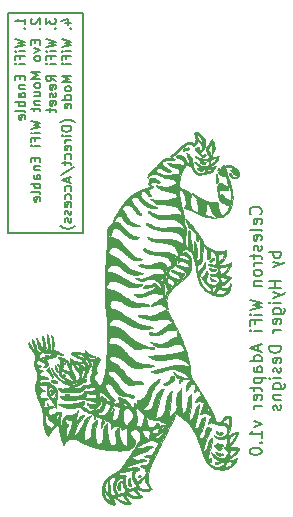
<source format=gbr>
%TF.GenerationSoftware,KiCad,Pcbnew,(6.0.0-rc1-343-g73b39e836d)*%
%TF.CreationDate,2021-12-09T15:59:46-05:00*%
%TF.ProjectId,Celestron-WiFi,43656c65-7374-4726-9f6e-2d576946692e,rev?*%
%TF.SameCoordinates,Original*%
%TF.FileFunction,Legend,Bot*%
%TF.FilePolarity,Positive*%
%FSLAX46Y46*%
G04 Gerber Fmt 4.6, Leading zero omitted, Abs format (unit mm)*
G04 Created by KiCad (PCBNEW (6.0.0-rc1-343-g73b39e836d)) date 2021-12-09 15:59:46*
%MOMM*%
%LPD*%
G01*
G04 APERTURE LIST*
%ADD10C,0.150000*%
%ADD11C,0.152400*%
%ADD12C,0.010000*%
G04 APERTURE END LIST*
D10*
X115570000Y-63246000D02*
X121920000Y-63246000D01*
X121920000Y-63246000D02*
X121920000Y-81915000D01*
X121920000Y-81915000D02*
X115570000Y-81915000D01*
X115570000Y-81915000D02*
X115570000Y-63246000D01*
D11*
X117022783Y-64218336D02*
X117022783Y-63753879D01*
X117022783Y-63986107D02*
X116209983Y-63986107D01*
X116326097Y-63908698D01*
X116403507Y-63831288D01*
X116442211Y-63753879D01*
X116945373Y-64566679D02*
X116984078Y-64605383D01*
X117022783Y-64566679D01*
X116984078Y-64527974D01*
X116945373Y-64566679D01*
X117022783Y-64566679D01*
X116209983Y-65495593D02*
X117022783Y-65689117D01*
X116442211Y-65843936D01*
X117022783Y-65998755D01*
X116209983Y-66192279D01*
X117022783Y-66501917D02*
X116480916Y-66501917D01*
X116209983Y-66501917D02*
X116248688Y-66463212D01*
X116287392Y-66501917D01*
X116248688Y-66540621D01*
X116209983Y-66501917D01*
X116287392Y-66501917D01*
X116597030Y-67159898D02*
X116597030Y-66888964D01*
X117022783Y-66888964D02*
X116209983Y-66888964D01*
X116209983Y-67276012D01*
X117022783Y-67585650D02*
X116480916Y-67585650D01*
X116209983Y-67585650D02*
X116248688Y-67546945D01*
X116287392Y-67585650D01*
X116248688Y-67624355D01*
X116209983Y-67585650D01*
X116287392Y-67585650D01*
X116597030Y-68591974D02*
X116597030Y-68862907D01*
X117022783Y-68979021D02*
X117022783Y-68591974D01*
X116209983Y-68591974D01*
X116209983Y-68979021D01*
X116480916Y-69327364D02*
X117022783Y-69327364D01*
X116558326Y-69327364D02*
X116519621Y-69366069D01*
X116480916Y-69443479D01*
X116480916Y-69559593D01*
X116519621Y-69637002D01*
X116597030Y-69675707D01*
X117022783Y-69675707D01*
X117022783Y-70411098D02*
X116597030Y-70411098D01*
X116519621Y-70372393D01*
X116480916Y-70294983D01*
X116480916Y-70140164D01*
X116519621Y-70062755D01*
X116984078Y-70411098D02*
X117022783Y-70333688D01*
X117022783Y-70140164D01*
X116984078Y-70062755D01*
X116906668Y-70024050D01*
X116829259Y-70024050D01*
X116751849Y-70062755D01*
X116713145Y-70140164D01*
X116713145Y-70333688D01*
X116674440Y-70411098D01*
X117022783Y-70798145D02*
X116209983Y-70798145D01*
X116519621Y-70798145D02*
X116480916Y-70875555D01*
X116480916Y-71030374D01*
X116519621Y-71107783D01*
X116558326Y-71146488D01*
X116635735Y-71185193D01*
X116867964Y-71185193D01*
X116945373Y-71146488D01*
X116984078Y-71107783D01*
X117022783Y-71030374D01*
X117022783Y-70875555D01*
X116984078Y-70798145D01*
X117022783Y-71649650D02*
X116984078Y-71572240D01*
X116906668Y-71533536D01*
X116209983Y-71533536D01*
X116984078Y-72268926D02*
X117022783Y-72191517D01*
X117022783Y-72036698D01*
X116984078Y-71959288D01*
X116906668Y-71920583D01*
X116597030Y-71920583D01*
X116519621Y-71959288D01*
X116480916Y-72036698D01*
X116480916Y-72191517D01*
X116519621Y-72268926D01*
X116597030Y-72307631D01*
X116674440Y-72307631D01*
X116751849Y-71920583D01*
X117596000Y-63753879D02*
X117557296Y-63792583D01*
X117518591Y-63869993D01*
X117518591Y-64063517D01*
X117557296Y-64140926D01*
X117596000Y-64179631D01*
X117673410Y-64218336D01*
X117750819Y-64218336D01*
X117866934Y-64179631D01*
X118331391Y-63715174D01*
X118331391Y-64218336D01*
X118253981Y-64566679D02*
X118292686Y-64605383D01*
X118331391Y-64566679D01*
X118292686Y-64527974D01*
X118253981Y-64566679D01*
X118331391Y-64566679D01*
X117905638Y-65573002D02*
X117905638Y-65843936D01*
X118331391Y-65960050D02*
X118331391Y-65573002D01*
X117518591Y-65573002D01*
X117518591Y-65960050D01*
X117789524Y-66230983D02*
X118331391Y-66424507D01*
X117789524Y-66618031D01*
X118331391Y-67043783D02*
X118292686Y-66966374D01*
X118253981Y-66927669D01*
X118176572Y-66888964D01*
X117944343Y-66888964D01*
X117866934Y-66927669D01*
X117828229Y-66966374D01*
X117789524Y-67043783D01*
X117789524Y-67159898D01*
X117828229Y-67237307D01*
X117866934Y-67276012D01*
X117944343Y-67314717D01*
X118176572Y-67314717D01*
X118253981Y-67276012D01*
X118292686Y-67237307D01*
X118331391Y-67159898D01*
X118331391Y-67043783D01*
X118331391Y-68282336D02*
X117518591Y-68282336D01*
X118099162Y-68553269D01*
X117518591Y-68824202D01*
X118331391Y-68824202D01*
X118331391Y-69327364D02*
X118292686Y-69249955D01*
X118253981Y-69211250D01*
X118176572Y-69172545D01*
X117944343Y-69172545D01*
X117866934Y-69211250D01*
X117828229Y-69249955D01*
X117789524Y-69327364D01*
X117789524Y-69443479D01*
X117828229Y-69520888D01*
X117866934Y-69559593D01*
X117944343Y-69598298D01*
X118176572Y-69598298D01*
X118253981Y-69559593D01*
X118292686Y-69520888D01*
X118331391Y-69443479D01*
X118331391Y-69327364D01*
X117789524Y-70294983D02*
X118331391Y-70294983D01*
X117789524Y-69946640D02*
X118215276Y-69946640D01*
X118292686Y-69985345D01*
X118331391Y-70062755D01*
X118331391Y-70178869D01*
X118292686Y-70256279D01*
X118253981Y-70294983D01*
X117789524Y-70682031D02*
X118331391Y-70682031D01*
X117866934Y-70682031D02*
X117828229Y-70720736D01*
X117789524Y-70798145D01*
X117789524Y-70914260D01*
X117828229Y-70991669D01*
X117905638Y-71030374D01*
X118331391Y-71030374D01*
X117789524Y-71301307D02*
X117789524Y-71610945D01*
X117518591Y-71417421D02*
X118215276Y-71417421D01*
X118292686Y-71456126D01*
X118331391Y-71533536D01*
X118331391Y-71610945D01*
X117518591Y-72423745D02*
X118331391Y-72617269D01*
X117750819Y-72772088D01*
X118331391Y-72926907D01*
X117518591Y-73120431D01*
X118331391Y-73430069D02*
X117789524Y-73430069D01*
X117518591Y-73430069D02*
X117557296Y-73391364D01*
X117596000Y-73430069D01*
X117557296Y-73468774D01*
X117518591Y-73430069D01*
X117596000Y-73430069D01*
X117905638Y-74088050D02*
X117905638Y-73817117D01*
X118331391Y-73817117D02*
X117518591Y-73817117D01*
X117518591Y-74204164D01*
X118331391Y-74513802D02*
X117789524Y-74513802D01*
X117518591Y-74513802D02*
X117557296Y-74475098D01*
X117596000Y-74513802D01*
X117557296Y-74552507D01*
X117518591Y-74513802D01*
X117596000Y-74513802D01*
X117905638Y-75520126D02*
X117905638Y-75791060D01*
X118331391Y-75907174D02*
X118331391Y-75520126D01*
X117518591Y-75520126D01*
X117518591Y-75907174D01*
X117789524Y-76255517D02*
X118331391Y-76255517D01*
X117866934Y-76255517D02*
X117828229Y-76294221D01*
X117789524Y-76371631D01*
X117789524Y-76487745D01*
X117828229Y-76565155D01*
X117905638Y-76603860D01*
X118331391Y-76603860D01*
X118331391Y-77339250D02*
X117905638Y-77339250D01*
X117828229Y-77300545D01*
X117789524Y-77223136D01*
X117789524Y-77068317D01*
X117828229Y-76990907D01*
X118292686Y-77339250D02*
X118331391Y-77261840D01*
X118331391Y-77068317D01*
X118292686Y-76990907D01*
X118215276Y-76952202D01*
X118137867Y-76952202D01*
X118060457Y-76990907D01*
X118021753Y-77068317D01*
X118021753Y-77261840D01*
X117983048Y-77339250D01*
X118331391Y-77726298D02*
X117518591Y-77726298D01*
X117828229Y-77726298D02*
X117789524Y-77803707D01*
X117789524Y-77958526D01*
X117828229Y-78035936D01*
X117866934Y-78074640D01*
X117944343Y-78113345D01*
X118176572Y-78113345D01*
X118253981Y-78074640D01*
X118292686Y-78035936D01*
X118331391Y-77958526D01*
X118331391Y-77803707D01*
X118292686Y-77726298D01*
X118331391Y-78577802D02*
X118292686Y-78500393D01*
X118215276Y-78461688D01*
X117518591Y-78461688D01*
X118292686Y-79197079D02*
X118331391Y-79119669D01*
X118331391Y-78964850D01*
X118292686Y-78887440D01*
X118215276Y-78848736D01*
X117905638Y-78848736D01*
X117828229Y-78887440D01*
X117789524Y-78964850D01*
X117789524Y-79119669D01*
X117828229Y-79197079D01*
X117905638Y-79235783D01*
X117983048Y-79235783D01*
X118060457Y-78848736D01*
X118827199Y-63715174D02*
X118827199Y-64218336D01*
X119136837Y-63947402D01*
X119136837Y-64063517D01*
X119175542Y-64140926D01*
X119214246Y-64179631D01*
X119291656Y-64218336D01*
X119485180Y-64218336D01*
X119562589Y-64179631D01*
X119601294Y-64140926D01*
X119639999Y-64063517D01*
X119639999Y-63831288D01*
X119601294Y-63753879D01*
X119562589Y-63715174D01*
X119562589Y-64566679D02*
X119601294Y-64605383D01*
X119639999Y-64566679D01*
X119601294Y-64527974D01*
X119562589Y-64566679D01*
X119639999Y-64566679D01*
X118827199Y-65495593D02*
X119639999Y-65689117D01*
X119059427Y-65843936D01*
X119639999Y-65998755D01*
X118827199Y-66192279D01*
X119639999Y-66501917D02*
X119098132Y-66501917D01*
X118827199Y-66501917D02*
X118865904Y-66463212D01*
X118904608Y-66501917D01*
X118865904Y-66540621D01*
X118827199Y-66501917D01*
X118904608Y-66501917D01*
X119214246Y-67159898D02*
X119214246Y-66888964D01*
X119639999Y-66888964D02*
X118827199Y-66888964D01*
X118827199Y-67276012D01*
X119639999Y-67585650D02*
X119098132Y-67585650D01*
X118827199Y-67585650D02*
X118865904Y-67546945D01*
X118904608Y-67585650D01*
X118865904Y-67624355D01*
X118827199Y-67585650D01*
X118904608Y-67585650D01*
X119639999Y-69056431D02*
X119252951Y-68785498D01*
X119639999Y-68591974D02*
X118827199Y-68591974D01*
X118827199Y-68901612D01*
X118865904Y-68979021D01*
X118904608Y-69017726D01*
X118982018Y-69056431D01*
X119098132Y-69056431D01*
X119175542Y-69017726D01*
X119214246Y-68979021D01*
X119252951Y-68901612D01*
X119252951Y-68591974D01*
X119601294Y-69714412D02*
X119639999Y-69637002D01*
X119639999Y-69482183D01*
X119601294Y-69404774D01*
X119523884Y-69366069D01*
X119214246Y-69366069D01*
X119136837Y-69404774D01*
X119098132Y-69482183D01*
X119098132Y-69637002D01*
X119136837Y-69714412D01*
X119214246Y-69753117D01*
X119291656Y-69753117D01*
X119369065Y-69366069D01*
X119601294Y-70062755D02*
X119639999Y-70140164D01*
X119639999Y-70294983D01*
X119601294Y-70372393D01*
X119523884Y-70411098D01*
X119485180Y-70411098D01*
X119407770Y-70372393D01*
X119369065Y-70294983D01*
X119369065Y-70178869D01*
X119330361Y-70101460D01*
X119252951Y-70062755D01*
X119214246Y-70062755D01*
X119136837Y-70101460D01*
X119098132Y-70178869D01*
X119098132Y-70294983D01*
X119136837Y-70372393D01*
X119601294Y-71069079D02*
X119639999Y-70991669D01*
X119639999Y-70836850D01*
X119601294Y-70759440D01*
X119523884Y-70720736D01*
X119214246Y-70720736D01*
X119136837Y-70759440D01*
X119098132Y-70836850D01*
X119098132Y-70991669D01*
X119136837Y-71069079D01*
X119214246Y-71107783D01*
X119291656Y-71107783D01*
X119369065Y-70720736D01*
X119098132Y-71340012D02*
X119098132Y-71649650D01*
X118827199Y-71456126D02*
X119523884Y-71456126D01*
X119601294Y-71494831D01*
X119639999Y-71572240D01*
X119639999Y-71649650D01*
X120406740Y-64140926D02*
X120948607Y-64140926D01*
X120097102Y-63947402D02*
X120677673Y-63753879D01*
X120677673Y-64257040D01*
X120871197Y-64566679D02*
X120909902Y-64605383D01*
X120948607Y-64566679D01*
X120909902Y-64527974D01*
X120871197Y-64566679D01*
X120948607Y-64566679D01*
X120135807Y-65495593D02*
X120948607Y-65689117D01*
X120368035Y-65843936D01*
X120948607Y-65998755D01*
X120135807Y-66192279D01*
X120948607Y-66501917D02*
X120406740Y-66501917D01*
X120135807Y-66501917D02*
X120174512Y-66463212D01*
X120213216Y-66501917D01*
X120174512Y-66540621D01*
X120135807Y-66501917D01*
X120213216Y-66501917D01*
X120522854Y-67159898D02*
X120522854Y-66888964D01*
X120948607Y-66888964D02*
X120135807Y-66888964D01*
X120135807Y-67276012D01*
X120948607Y-67585650D02*
X120406740Y-67585650D01*
X120135807Y-67585650D02*
X120174512Y-67546945D01*
X120213216Y-67585650D01*
X120174512Y-67624355D01*
X120135807Y-67585650D01*
X120213216Y-67585650D01*
X120948607Y-68591974D02*
X120135807Y-68591974D01*
X120716378Y-68862907D01*
X120135807Y-69133840D01*
X120948607Y-69133840D01*
X120948607Y-69637002D02*
X120909902Y-69559593D01*
X120871197Y-69520888D01*
X120793788Y-69482183D01*
X120561559Y-69482183D01*
X120484150Y-69520888D01*
X120445445Y-69559593D01*
X120406740Y-69637002D01*
X120406740Y-69753117D01*
X120445445Y-69830526D01*
X120484150Y-69869231D01*
X120561559Y-69907936D01*
X120793788Y-69907936D01*
X120871197Y-69869231D01*
X120909902Y-69830526D01*
X120948607Y-69753117D01*
X120948607Y-69637002D01*
X120948607Y-70604621D02*
X120135807Y-70604621D01*
X120909902Y-70604621D02*
X120948607Y-70527212D01*
X120948607Y-70372393D01*
X120909902Y-70294983D01*
X120871197Y-70256279D01*
X120793788Y-70217574D01*
X120561559Y-70217574D01*
X120484150Y-70256279D01*
X120445445Y-70294983D01*
X120406740Y-70372393D01*
X120406740Y-70527212D01*
X120445445Y-70604621D01*
X120909902Y-71301307D02*
X120948607Y-71223898D01*
X120948607Y-71069079D01*
X120909902Y-70991669D01*
X120832492Y-70952964D01*
X120522854Y-70952964D01*
X120445445Y-70991669D01*
X120406740Y-71069079D01*
X120406740Y-71223898D01*
X120445445Y-71301307D01*
X120522854Y-71340012D01*
X120600264Y-71340012D01*
X120677673Y-70952964D01*
X121258245Y-72539860D02*
X121219540Y-72501155D01*
X121103426Y-72423745D01*
X121026016Y-72385040D01*
X120909902Y-72346336D01*
X120716378Y-72307631D01*
X120561559Y-72307631D01*
X120368035Y-72346336D01*
X120251921Y-72385040D01*
X120174512Y-72423745D01*
X120058397Y-72501155D01*
X120019692Y-72539860D01*
X120948607Y-72849498D02*
X120135807Y-72849498D01*
X120135807Y-73043021D01*
X120174512Y-73159136D01*
X120251921Y-73236545D01*
X120329331Y-73275250D01*
X120484150Y-73313955D01*
X120600264Y-73313955D01*
X120755083Y-73275250D01*
X120832492Y-73236545D01*
X120909902Y-73159136D01*
X120948607Y-73043021D01*
X120948607Y-72849498D01*
X120948607Y-73662298D02*
X120406740Y-73662298D01*
X120135807Y-73662298D02*
X120174512Y-73623593D01*
X120213216Y-73662298D01*
X120174512Y-73701002D01*
X120135807Y-73662298D01*
X120213216Y-73662298D01*
X120948607Y-74049345D02*
X120406740Y-74049345D01*
X120561559Y-74049345D02*
X120484150Y-74088050D01*
X120445445Y-74126755D01*
X120406740Y-74204164D01*
X120406740Y-74281574D01*
X120909902Y-74862145D02*
X120948607Y-74784736D01*
X120948607Y-74629917D01*
X120909902Y-74552507D01*
X120832492Y-74513802D01*
X120522854Y-74513802D01*
X120445445Y-74552507D01*
X120406740Y-74629917D01*
X120406740Y-74784736D01*
X120445445Y-74862145D01*
X120522854Y-74900850D01*
X120600264Y-74900850D01*
X120677673Y-74513802D01*
X120909902Y-75597536D02*
X120948607Y-75520126D01*
X120948607Y-75365307D01*
X120909902Y-75287898D01*
X120871197Y-75249193D01*
X120793788Y-75210488D01*
X120561559Y-75210488D01*
X120484150Y-75249193D01*
X120445445Y-75287898D01*
X120406740Y-75365307D01*
X120406740Y-75520126D01*
X120445445Y-75597536D01*
X120406740Y-75829764D02*
X120406740Y-76139402D01*
X120135807Y-75945879D02*
X120832492Y-75945879D01*
X120909902Y-75984583D01*
X120948607Y-76061993D01*
X120948607Y-76139402D01*
X120097102Y-76990907D02*
X121142131Y-76294221D01*
X120716378Y-77223136D02*
X120716378Y-77610183D01*
X120948607Y-77145726D02*
X120135807Y-77416660D01*
X120948607Y-77687593D01*
X120909902Y-78306869D02*
X120948607Y-78229460D01*
X120948607Y-78074640D01*
X120909902Y-77997231D01*
X120871197Y-77958526D01*
X120793788Y-77919821D01*
X120561559Y-77919821D01*
X120484150Y-77958526D01*
X120445445Y-77997231D01*
X120406740Y-78074640D01*
X120406740Y-78229460D01*
X120445445Y-78306869D01*
X120909902Y-79003555D02*
X120948607Y-78926145D01*
X120948607Y-78771326D01*
X120909902Y-78693917D01*
X120871197Y-78655212D01*
X120793788Y-78616507D01*
X120561559Y-78616507D01*
X120484150Y-78655212D01*
X120445445Y-78693917D01*
X120406740Y-78771326D01*
X120406740Y-78926145D01*
X120445445Y-79003555D01*
X120909902Y-79661536D02*
X120948607Y-79584126D01*
X120948607Y-79429307D01*
X120909902Y-79351898D01*
X120832492Y-79313193D01*
X120522854Y-79313193D01*
X120445445Y-79351898D01*
X120406740Y-79429307D01*
X120406740Y-79584126D01*
X120445445Y-79661536D01*
X120522854Y-79700240D01*
X120600264Y-79700240D01*
X120677673Y-79313193D01*
X120909902Y-80009879D02*
X120948607Y-80087288D01*
X120948607Y-80242107D01*
X120909902Y-80319517D01*
X120832492Y-80358221D01*
X120793788Y-80358221D01*
X120716378Y-80319517D01*
X120677673Y-80242107D01*
X120677673Y-80125993D01*
X120638969Y-80048583D01*
X120561559Y-80009879D01*
X120522854Y-80009879D01*
X120445445Y-80048583D01*
X120406740Y-80125993D01*
X120406740Y-80242107D01*
X120445445Y-80319517D01*
X120909902Y-80667860D02*
X120948607Y-80745269D01*
X120948607Y-80900088D01*
X120909902Y-80977498D01*
X120832492Y-81016202D01*
X120793788Y-81016202D01*
X120716378Y-80977498D01*
X120677673Y-80900088D01*
X120677673Y-80783974D01*
X120638969Y-80706564D01*
X120561559Y-80667860D01*
X120522854Y-80667860D01*
X120445445Y-80706564D01*
X120406740Y-80783974D01*
X120406740Y-80900088D01*
X120445445Y-80977498D01*
X121258245Y-81287136D02*
X121219540Y-81325840D01*
X121103426Y-81403250D01*
X121026016Y-81441955D01*
X120909902Y-81480660D01*
X120716378Y-81519364D01*
X120561559Y-81519364D01*
X120368035Y-81480660D01*
X120251921Y-81441955D01*
X120174512Y-81403250D01*
X120058397Y-81325840D01*
X120019692Y-81287136D01*
X136958977Y-80300285D02*
X137007358Y-80251904D01*
X137055739Y-80106761D01*
X137055739Y-80010000D01*
X137007358Y-79864857D01*
X136910596Y-79768095D01*
X136813834Y-79719714D01*
X136620310Y-79671333D01*
X136475167Y-79671333D01*
X136281643Y-79719714D01*
X136184881Y-79768095D01*
X136088120Y-79864857D01*
X136039739Y-80010000D01*
X136039739Y-80106761D01*
X136088120Y-80251904D01*
X136136500Y-80300285D01*
X137007358Y-81122761D02*
X137055739Y-81026000D01*
X137055739Y-80832476D01*
X137007358Y-80735714D01*
X136910596Y-80687333D01*
X136523548Y-80687333D01*
X136426786Y-80735714D01*
X136378405Y-80832476D01*
X136378405Y-81026000D01*
X136426786Y-81122761D01*
X136523548Y-81171142D01*
X136620310Y-81171142D01*
X136717072Y-80687333D01*
X137055739Y-81751714D02*
X137007358Y-81654952D01*
X136910596Y-81606571D01*
X136039739Y-81606571D01*
X137007358Y-82525809D02*
X137055739Y-82429047D01*
X137055739Y-82235523D01*
X137007358Y-82138761D01*
X136910596Y-82090380D01*
X136523548Y-82090380D01*
X136426786Y-82138761D01*
X136378405Y-82235523D01*
X136378405Y-82429047D01*
X136426786Y-82525809D01*
X136523548Y-82574190D01*
X136620310Y-82574190D01*
X136717072Y-82090380D01*
X137007358Y-82961238D02*
X137055739Y-83058000D01*
X137055739Y-83251523D01*
X137007358Y-83348285D01*
X136910596Y-83396666D01*
X136862215Y-83396666D01*
X136765453Y-83348285D01*
X136717072Y-83251523D01*
X136717072Y-83106380D01*
X136668691Y-83009619D01*
X136571929Y-82961238D01*
X136523548Y-82961238D01*
X136426786Y-83009619D01*
X136378405Y-83106380D01*
X136378405Y-83251523D01*
X136426786Y-83348285D01*
X136378405Y-83686952D02*
X136378405Y-84074000D01*
X136039739Y-83832095D02*
X136910596Y-83832095D01*
X137007358Y-83880476D01*
X137055739Y-83977238D01*
X137055739Y-84074000D01*
X137055739Y-84412666D02*
X136378405Y-84412666D01*
X136571929Y-84412666D02*
X136475167Y-84461047D01*
X136426786Y-84509428D01*
X136378405Y-84606190D01*
X136378405Y-84702952D01*
X137055739Y-85186761D02*
X137007358Y-85090000D01*
X136958977Y-85041619D01*
X136862215Y-84993238D01*
X136571929Y-84993238D01*
X136475167Y-85041619D01*
X136426786Y-85090000D01*
X136378405Y-85186761D01*
X136378405Y-85331904D01*
X136426786Y-85428666D01*
X136475167Y-85477047D01*
X136571929Y-85525428D01*
X136862215Y-85525428D01*
X136958977Y-85477047D01*
X137007358Y-85428666D01*
X137055739Y-85331904D01*
X137055739Y-85186761D01*
X136378405Y-85960857D02*
X137055739Y-85960857D01*
X136475167Y-85960857D02*
X136426786Y-86009238D01*
X136378405Y-86106000D01*
X136378405Y-86251142D01*
X136426786Y-86347904D01*
X136523548Y-86396285D01*
X137055739Y-86396285D01*
X136039739Y-87557428D02*
X137055739Y-87799333D01*
X136330024Y-87992857D01*
X137055739Y-88186380D01*
X136039739Y-88428285D01*
X137055739Y-88815333D02*
X136378405Y-88815333D01*
X136039739Y-88815333D02*
X136088120Y-88766952D01*
X136136500Y-88815333D01*
X136088120Y-88863714D01*
X136039739Y-88815333D01*
X136136500Y-88815333D01*
X136523548Y-89637809D02*
X136523548Y-89299142D01*
X137055739Y-89299142D02*
X136039739Y-89299142D01*
X136039739Y-89782952D01*
X137055739Y-90170000D02*
X136378405Y-90170000D01*
X136039739Y-90170000D02*
X136088120Y-90121619D01*
X136136500Y-90170000D01*
X136088120Y-90218380D01*
X136039739Y-90170000D01*
X136136500Y-90170000D01*
X136765453Y-91379523D02*
X136765453Y-91863333D01*
X137055739Y-91282761D02*
X136039739Y-91621428D01*
X137055739Y-91960095D01*
X137055739Y-92734190D02*
X136039739Y-92734190D01*
X137007358Y-92734190D02*
X137055739Y-92637428D01*
X137055739Y-92443904D01*
X137007358Y-92347142D01*
X136958977Y-92298761D01*
X136862215Y-92250380D01*
X136571929Y-92250380D01*
X136475167Y-92298761D01*
X136426786Y-92347142D01*
X136378405Y-92443904D01*
X136378405Y-92637428D01*
X136426786Y-92734190D01*
X137055739Y-93653428D02*
X136523548Y-93653428D01*
X136426786Y-93605047D01*
X136378405Y-93508285D01*
X136378405Y-93314761D01*
X136426786Y-93218000D01*
X137007358Y-93653428D02*
X137055739Y-93556666D01*
X137055739Y-93314761D01*
X137007358Y-93218000D01*
X136910596Y-93169619D01*
X136813834Y-93169619D01*
X136717072Y-93218000D01*
X136668691Y-93314761D01*
X136668691Y-93556666D01*
X136620310Y-93653428D01*
X136378405Y-94137238D02*
X137394405Y-94137238D01*
X136426786Y-94137238D02*
X136378405Y-94234000D01*
X136378405Y-94427523D01*
X136426786Y-94524285D01*
X136475167Y-94572666D01*
X136571929Y-94621047D01*
X136862215Y-94621047D01*
X136958977Y-94572666D01*
X137007358Y-94524285D01*
X137055739Y-94427523D01*
X137055739Y-94234000D01*
X137007358Y-94137238D01*
X136378405Y-94911333D02*
X136378405Y-95298380D01*
X136039739Y-95056476D02*
X136910596Y-95056476D01*
X137007358Y-95104857D01*
X137055739Y-95201619D01*
X137055739Y-95298380D01*
X137007358Y-96024095D02*
X137055739Y-95927333D01*
X137055739Y-95733809D01*
X137007358Y-95637047D01*
X136910596Y-95588666D01*
X136523548Y-95588666D01*
X136426786Y-95637047D01*
X136378405Y-95733809D01*
X136378405Y-95927333D01*
X136426786Y-96024095D01*
X136523548Y-96072476D01*
X136620310Y-96072476D01*
X136717072Y-95588666D01*
X137055739Y-96507904D02*
X136378405Y-96507904D01*
X136571929Y-96507904D02*
X136475167Y-96556285D01*
X136426786Y-96604666D01*
X136378405Y-96701428D01*
X136378405Y-96798190D01*
X136378405Y-97814190D02*
X137055739Y-98056095D01*
X136378405Y-98298000D01*
X137055739Y-99217238D02*
X137055739Y-98636666D01*
X137055739Y-98926952D02*
X136039739Y-98926952D01*
X136184881Y-98830190D01*
X136281643Y-98733428D01*
X136330024Y-98636666D01*
X136958977Y-99652666D02*
X137007358Y-99701047D01*
X137055739Y-99652666D01*
X137007358Y-99604285D01*
X136958977Y-99652666D01*
X137055739Y-99652666D01*
X136039739Y-100330000D02*
X136039739Y-100426761D01*
X136088120Y-100523523D01*
X136136500Y-100571904D01*
X136233262Y-100620285D01*
X136426786Y-100668666D01*
X136668691Y-100668666D01*
X136862215Y-100620285D01*
X136958977Y-100571904D01*
X137007358Y-100523523D01*
X137055739Y-100426761D01*
X137055739Y-100330000D01*
X137007358Y-100233238D01*
X136958977Y-100184857D01*
X136862215Y-100136476D01*
X136668691Y-100088095D01*
X136426786Y-100088095D01*
X136233262Y-100136476D01*
X136136500Y-100184857D01*
X136088120Y-100233238D01*
X136039739Y-100330000D01*
X138691499Y-83493428D02*
X137675499Y-83493428D01*
X138062546Y-83493428D02*
X138014165Y-83590190D01*
X138014165Y-83783714D01*
X138062546Y-83880476D01*
X138110927Y-83928857D01*
X138207689Y-83977238D01*
X138497975Y-83977238D01*
X138594737Y-83928857D01*
X138643118Y-83880476D01*
X138691499Y-83783714D01*
X138691499Y-83590190D01*
X138643118Y-83493428D01*
X138014165Y-84315904D02*
X138691499Y-84557809D01*
X138014165Y-84799714D02*
X138691499Y-84557809D01*
X138933403Y-84461047D01*
X138981784Y-84412666D01*
X139030165Y-84315904D01*
X138691499Y-85960857D02*
X137675499Y-85960857D01*
X138159308Y-85960857D02*
X138159308Y-86541428D01*
X138691499Y-86541428D02*
X137675499Y-86541428D01*
X138014165Y-86928476D02*
X138691499Y-87170380D01*
X138014165Y-87412285D02*
X138691499Y-87170380D01*
X138933403Y-87073619D01*
X138981784Y-87025238D01*
X139030165Y-86928476D01*
X138691499Y-87799333D02*
X138014165Y-87799333D01*
X137675499Y-87799333D02*
X137723880Y-87750952D01*
X137772260Y-87799333D01*
X137723880Y-87847714D01*
X137675499Y-87799333D01*
X137772260Y-87799333D01*
X138014165Y-88718571D02*
X138836641Y-88718571D01*
X138933403Y-88670190D01*
X138981784Y-88621809D01*
X139030165Y-88525047D01*
X139030165Y-88379904D01*
X138981784Y-88283142D01*
X138643118Y-88718571D02*
X138691499Y-88621809D01*
X138691499Y-88428285D01*
X138643118Y-88331523D01*
X138594737Y-88283142D01*
X138497975Y-88234761D01*
X138207689Y-88234761D01*
X138110927Y-88283142D01*
X138062546Y-88331523D01*
X138014165Y-88428285D01*
X138014165Y-88621809D01*
X138062546Y-88718571D01*
X138643118Y-89589428D02*
X138691499Y-89492666D01*
X138691499Y-89299142D01*
X138643118Y-89202380D01*
X138546356Y-89154000D01*
X138159308Y-89154000D01*
X138062546Y-89202380D01*
X138014165Y-89299142D01*
X138014165Y-89492666D01*
X138062546Y-89589428D01*
X138159308Y-89637809D01*
X138256070Y-89637809D01*
X138352832Y-89154000D01*
X138691499Y-90073238D02*
X138014165Y-90073238D01*
X138207689Y-90073238D02*
X138110927Y-90121619D01*
X138062546Y-90170000D01*
X138014165Y-90266761D01*
X138014165Y-90363523D01*
X138691499Y-91476285D02*
X137675499Y-91476285D01*
X137675499Y-91718190D01*
X137723880Y-91863333D01*
X137820641Y-91960095D01*
X137917403Y-92008476D01*
X138110927Y-92056857D01*
X138256070Y-92056857D01*
X138449594Y-92008476D01*
X138546356Y-91960095D01*
X138643118Y-91863333D01*
X138691499Y-91718190D01*
X138691499Y-91476285D01*
X138643118Y-92879333D02*
X138691499Y-92782571D01*
X138691499Y-92589047D01*
X138643118Y-92492285D01*
X138546356Y-92443904D01*
X138159308Y-92443904D01*
X138062546Y-92492285D01*
X138014165Y-92589047D01*
X138014165Y-92782571D01*
X138062546Y-92879333D01*
X138159308Y-92927714D01*
X138256070Y-92927714D01*
X138352832Y-92443904D01*
X138643118Y-93314761D02*
X138691499Y-93411523D01*
X138691499Y-93605047D01*
X138643118Y-93701809D01*
X138546356Y-93750190D01*
X138497975Y-93750190D01*
X138401213Y-93701809D01*
X138352832Y-93605047D01*
X138352832Y-93459904D01*
X138304451Y-93363142D01*
X138207689Y-93314761D01*
X138159308Y-93314761D01*
X138062546Y-93363142D01*
X138014165Y-93459904D01*
X138014165Y-93605047D01*
X138062546Y-93701809D01*
X138691499Y-94185619D02*
X138014165Y-94185619D01*
X137675499Y-94185619D02*
X137723880Y-94137238D01*
X137772260Y-94185619D01*
X137723880Y-94234000D01*
X137675499Y-94185619D01*
X137772260Y-94185619D01*
X138014165Y-95104857D02*
X138836641Y-95104857D01*
X138933403Y-95056476D01*
X138981784Y-95008095D01*
X139030165Y-94911333D01*
X139030165Y-94766190D01*
X138981784Y-94669428D01*
X138643118Y-95104857D02*
X138691499Y-95008095D01*
X138691499Y-94814571D01*
X138643118Y-94717809D01*
X138594737Y-94669428D01*
X138497975Y-94621047D01*
X138207689Y-94621047D01*
X138110927Y-94669428D01*
X138062546Y-94717809D01*
X138014165Y-94814571D01*
X138014165Y-95008095D01*
X138062546Y-95104857D01*
X138014165Y-95588666D02*
X138691499Y-95588666D01*
X138110927Y-95588666D02*
X138062546Y-95637047D01*
X138014165Y-95733809D01*
X138014165Y-95878952D01*
X138062546Y-95975714D01*
X138159308Y-96024095D01*
X138691499Y-96024095D01*
X138643118Y-96459523D02*
X138691499Y-96556285D01*
X138691499Y-96749809D01*
X138643118Y-96846571D01*
X138546356Y-96894952D01*
X138497975Y-96894952D01*
X138401213Y-96846571D01*
X138352832Y-96749809D01*
X138352832Y-96604666D01*
X138304451Y-96507904D01*
X138207689Y-96459523D01*
X138159308Y-96459523D01*
X138062546Y-96507904D01*
X138014165Y-96604666D01*
X138014165Y-96749809D01*
X138062546Y-96846571D01*
D12*
%TO.C,G\u002A\u002A\u002A*%
X122833363Y-97408615D02*
X122858014Y-97387310D01*
X122858014Y-97387310D02*
X122891462Y-97396125D01*
X122891462Y-97396125D02*
X122911017Y-97414986D01*
X122911017Y-97414986D02*
X122951722Y-97491536D01*
X122951722Y-97491536D02*
X122959209Y-97574534D01*
X122959209Y-97574534D02*
X122952010Y-97605850D01*
X122952010Y-97605850D02*
X122928381Y-97648986D01*
X122928381Y-97648986D02*
X122900158Y-97651222D01*
X122900158Y-97651222D02*
X122866290Y-97612241D01*
X122866290Y-97612241D02*
X122845176Y-97573728D01*
X122845176Y-97573728D02*
X122823646Y-97509776D01*
X122823646Y-97509776D02*
X122820808Y-97452088D01*
X122820808Y-97452088D02*
X122833363Y-97408615D01*
X122833363Y-97408615D02*
X122833363Y-97408615D01*
G36*
X122891462Y-97396125D02*
G01*
X122911017Y-97414986D01*
X122951722Y-97491536D01*
X122959209Y-97574534D01*
X122952010Y-97605850D01*
X122928381Y-97648986D01*
X122900158Y-97651222D01*
X122866290Y-97612241D01*
X122845176Y-97573728D01*
X122823646Y-97509776D01*
X122820808Y-97452088D01*
X122833363Y-97408615D01*
X122858014Y-97387310D01*
X122891462Y-97396125D01*
G37*
X122891462Y-97396125D02*
X122911017Y-97414986D01*
X122951722Y-97491536D01*
X122959209Y-97574534D01*
X122952010Y-97605850D01*
X122928381Y-97648986D01*
X122900158Y-97651222D01*
X122866290Y-97612241D01*
X122845176Y-97573728D01*
X122823646Y-97509776D01*
X122820808Y-97452088D01*
X122833363Y-97408615D01*
X122858014Y-97387310D01*
X122891462Y-97396125D01*
X132633750Y-84863896D02*
X132649398Y-84848486D01*
X132649398Y-84848486D02*
X132684598Y-84825948D01*
X132684598Y-84825948D02*
X132704926Y-84836826D01*
X132704926Y-84836826D02*
X132746718Y-84872925D01*
X132746718Y-84872925D02*
X132818373Y-84905019D01*
X132818373Y-84905019D02*
X132907420Y-84929013D01*
X132907420Y-84929013D02*
X133001388Y-84940809D01*
X133001388Y-84940809D02*
X133023162Y-84941369D01*
X133023162Y-84941369D02*
X133098357Y-84945931D01*
X133098357Y-84945931D02*
X133160172Y-84957249D01*
X133160172Y-84957249D02*
X133188333Y-84968834D01*
X133188333Y-84968834D02*
X133211187Y-84990143D01*
X133211187Y-84990143D02*
X133205919Y-85011017D01*
X133205919Y-85011017D02*
X133176503Y-85040272D01*
X133176503Y-85040272D02*
X133096860Y-85099116D01*
X133096860Y-85099116D02*
X133013293Y-85127050D01*
X133013293Y-85127050D02*
X132937590Y-85132334D01*
X132937590Y-85132334D02*
X132821955Y-85116132D01*
X132821955Y-85116132D02*
X132725940Y-85064823D01*
X132725940Y-85064823D02*
X132664604Y-85004470D01*
X132664604Y-85004470D02*
X132622375Y-84945918D01*
X132622375Y-84945918D02*
X132612441Y-84902656D01*
X132612441Y-84902656D02*
X132633750Y-84863896D01*
X132633750Y-84863896D02*
X132633750Y-84863896D01*
G36*
X132704926Y-84836826D02*
G01*
X132746718Y-84872925D01*
X132818373Y-84905019D01*
X132907420Y-84929013D01*
X133001388Y-84940809D01*
X133023162Y-84941369D01*
X133098357Y-84945931D01*
X133160172Y-84957249D01*
X133188333Y-84968834D01*
X133211187Y-84990143D01*
X133205919Y-85011017D01*
X133176503Y-85040272D01*
X133096860Y-85099116D01*
X133013293Y-85127050D01*
X132937590Y-85132334D01*
X132821955Y-85116132D01*
X132725940Y-85064823D01*
X132664604Y-85004470D01*
X132622375Y-84945918D01*
X132612441Y-84902656D01*
X132633750Y-84863896D01*
X132649398Y-84848486D01*
X132684598Y-84825948D01*
X132704926Y-84836826D01*
G37*
X132704926Y-84836826D02*
X132746718Y-84872925D01*
X132818373Y-84905019D01*
X132907420Y-84929013D01*
X133001388Y-84940809D01*
X133023162Y-84941369D01*
X133098357Y-84945931D01*
X133160172Y-84957249D01*
X133188333Y-84968834D01*
X133211187Y-84990143D01*
X133205919Y-85011017D01*
X133176503Y-85040272D01*
X133096860Y-85099116D01*
X133013293Y-85127050D01*
X132937590Y-85132334D01*
X132821955Y-85116132D01*
X132725940Y-85064823D01*
X132664604Y-85004470D01*
X132622375Y-84945918D01*
X132612441Y-84902656D01*
X132633750Y-84863896D01*
X132649398Y-84848486D01*
X132684598Y-84825948D01*
X132704926Y-84836826D01*
X120239974Y-93795496D02*
X120282754Y-93817549D01*
X120282754Y-93817549D02*
X120330640Y-93851607D01*
X120330640Y-93851607D02*
X120370757Y-93889179D01*
X120370757Y-93889179D02*
X120382273Y-93904091D01*
X120382273Y-93904091D02*
X120412186Y-93960350D01*
X120412186Y-93960350D02*
X120410335Y-93991641D01*
X120410335Y-93991641D02*
X120377338Y-94001167D01*
X120377338Y-94001167D02*
X120350265Y-93986206D01*
X120350265Y-93986206D02*
X120311940Y-93948653D01*
X120311940Y-93948653D02*
X120270966Y-93899501D01*
X120270966Y-93899501D02*
X120235944Y-93849744D01*
X120235944Y-93849744D02*
X120215479Y-93810377D01*
X120215479Y-93810377D02*
X120215177Y-93793935D01*
X120215177Y-93793935D02*
X120239974Y-93795496D01*
X120239974Y-93795496D02*
X120239974Y-93795496D01*
G36*
X120239974Y-93795496D02*
G01*
X120282754Y-93817549D01*
X120330640Y-93851607D01*
X120370757Y-93889179D01*
X120382273Y-93904091D01*
X120412186Y-93960350D01*
X120410335Y-93991641D01*
X120377338Y-94001167D01*
X120350265Y-93986206D01*
X120311940Y-93948653D01*
X120270966Y-93899501D01*
X120235944Y-93849744D01*
X120215479Y-93810377D01*
X120215177Y-93793935D01*
X120239974Y-93795496D01*
G37*
X120239974Y-93795496D02*
X120282754Y-93817549D01*
X120330640Y-93851607D01*
X120370757Y-93889179D01*
X120382273Y-93904091D01*
X120412186Y-93960350D01*
X120410335Y-93991641D01*
X120377338Y-94001167D01*
X120350265Y-93986206D01*
X120311940Y-93948653D01*
X120270966Y-93899501D01*
X120235944Y-93849744D01*
X120215479Y-93810377D01*
X120215177Y-93793935D01*
X120239974Y-93795496D01*
X119526789Y-93133334D02*
X119535973Y-93108317D01*
X119535973Y-93108317D02*
X119548114Y-93104372D01*
X119548114Y-93104372D02*
X119568923Y-93125859D01*
X119568923Y-93125859D02*
X119604106Y-93177140D01*
X119604106Y-93177140D02*
X119623772Y-93207417D01*
X119623772Y-93207417D02*
X119666339Y-93280086D01*
X119666339Y-93280086D02*
X119711567Y-93368237D01*
X119711567Y-93368237D02*
X119754688Y-93461134D01*
X119754688Y-93461134D02*
X119790933Y-93548040D01*
X119790933Y-93548040D02*
X119815535Y-93618217D01*
X119815535Y-93618217D02*
X119823771Y-93657752D01*
X119823771Y-93657752D02*
X119815312Y-93672052D01*
X119815312Y-93672052D02*
X119783292Y-93662886D01*
X119783292Y-93662886D02*
X119762094Y-93652483D01*
X119762094Y-93652483D02*
X119681532Y-93590735D01*
X119681532Y-93590735D02*
X119611556Y-93500350D01*
X119611556Y-93500350D02*
X119557552Y-93393209D01*
X119557552Y-93393209D02*
X119524904Y-93281192D01*
X119524904Y-93281192D02*
X119518997Y-93176181D01*
X119518997Y-93176181D02*
X119526789Y-93133334D01*
X119526789Y-93133334D02*
X119526789Y-93133334D01*
G36*
X119568923Y-93125859D02*
G01*
X119604106Y-93177140D01*
X119623772Y-93207417D01*
X119666339Y-93280086D01*
X119711567Y-93368237D01*
X119754688Y-93461134D01*
X119790933Y-93548040D01*
X119815535Y-93618217D01*
X119823771Y-93657752D01*
X119815312Y-93672052D01*
X119783292Y-93662886D01*
X119762094Y-93652483D01*
X119681532Y-93590735D01*
X119611556Y-93500350D01*
X119557552Y-93393209D01*
X119524904Y-93281192D01*
X119518997Y-93176181D01*
X119526789Y-93133334D01*
X119535973Y-93108317D01*
X119548114Y-93104372D01*
X119568923Y-93125859D01*
G37*
X119568923Y-93125859D02*
X119604106Y-93177140D01*
X119623772Y-93207417D01*
X119666339Y-93280086D01*
X119711567Y-93368237D01*
X119754688Y-93461134D01*
X119790933Y-93548040D01*
X119815535Y-93618217D01*
X119823771Y-93657752D01*
X119815312Y-93672052D01*
X119783292Y-93662886D01*
X119762094Y-93652483D01*
X119681532Y-93590735D01*
X119611556Y-93500350D01*
X119557552Y-93393209D01*
X119524904Y-93281192D01*
X119518997Y-93176181D01*
X119526789Y-93133334D01*
X119535973Y-93108317D01*
X119548114Y-93104372D01*
X119568923Y-93125859D01*
X120451711Y-95536909D02*
X120478542Y-95525105D01*
X120478542Y-95525105D02*
X120530917Y-95519083D01*
X120530917Y-95519083D02*
X120605851Y-95516849D01*
X120605851Y-95516849D02*
X120701388Y-95519713D01*
X120701388Y-95519713D02*
X120757360Y-95531332D01*
X120757360Y-95531332D02*
X120773161Y-95551258D01*
X120773161Y-95551258D02*
X120748187Y-95579044D01*
X120748187Y-95579044D02*
X120715901Y-95598009D01*
X120715901Y-95598009D02*
X120649028Y-95620420D01*
X120649028Y-95620420D02*
X120570988Y-95629901D01*
X120570988Y-95629901D02*
X120500125Y-95625419D01*
X120500125Y-95625419D02*
X120462709Y-95612265D01*
X120462709Y-95612265D02*
X120441849Y-95578584D01*
X120441849Y-95578584D02*
X120441542Y-95556646D01*
X120441542Y-95556646D02*
X120451711Y-95536909D01*
X120451711Y-95536909D02*
X120451711Y-95536909D01*
G36*
X120701388Y-95519713D02*
G01*
X120757360Y-95531332D01*
X120773161Y-95551258D01*
X120748187Y-95579044D01*
X120715901Y-95598009D01*
X120649028Y-95620420D01*
X120570988Y-95629901D01*
X120500125Y-95625419D01*
X120462709Y-95612265D01*
X120441849Y-95578584D01*
X120441542Y-95556646D01*
X120451711Y-95536909D01*
X120478542Y-95525105D01*
X120530917Y-95519083D01*
X120605851Y-95516849D01*
X120701388Y-95519713D01*
G37*
X120701388Y-95519713D02*
X120757360Y-95531332D01*
X120773161Y-95551258D01*
X120748187Y-95579044D01*
X120715901Y-95598009D01*
X120649028Y-95620420D01*
X120570988Y-95629901D01*
X120500125Y-95625419D01*
X120462709Y-95612265D01*
X120441849Y-95578584D01*
X120441542Y-95556646D01*
X120451711Y-95536909D01*
X120478542Y-95525105D01*
X120530917Y-95519083D01*
X120605851Y-95516849D01*
X120701388Y-95519713D01*
X128660649Y-75703166D02*
X128713646Y-75658754D01*
X128713646Y-75658754D02*
X128804517Y-75609087D01*
X128804517Y-75609087D02*
X128854307Y-75586167D01*
X128854307Y-75586167D02*
X128936016Y-75551449D01*
X128936016Y-75551449D02*
X129001025Y-75529658D01*
X129001025Y-75529658D02*
X129064547Y-75517819D01*
X129064547Y-75517819D02*
X129141795Y-75512956D01*
X129141795Y-75512956D02*
X129233083Y-75512084D01*
X129233083Y-75512084D02*
X129335602Y-75513345D01*
X129335602Y-75513345D02*
X129409188Y-75518725D01*
X129409188Y-75518725D02*
X129467207Y-75530621D01*
X129467207Y-75530621D02*
X129523025Y-75551429D01*
X129523025Y-75551429D02*
X129566458Y-75571849D01*
X129566458Y-75571849D02*
X129637726Y-75608618D01*
X129637726Y-75608618D02*
X129675279Y-75634827D01*
X129675279Y-75634827D02*
X129684272Y-75656680D01*
X129684272Y-75656680D02*
X129669862Y-75680384D01*
X129669862Y-75680384D02*
X129662766Y-75687767D01*
X129662766Y-75687767D02*
X129616290Y-75707221D01*
X129616290Y-75707221D02*
X129531715Y-75711735D01*
X129531715Y-75711735D02*
X129410554Y-75701300D01*
X129410554Y-75701300D02*
X129329581Y-75689305D01*
X129329581Y-75689305D02*
X129144040Y-75678845D01*
X129144040Y-75678845D02*
X128961121Y-75709805D01*
X128961121Y-75709805D02*
X128807916Y-75767868D01*
X128807916Y-75767868D02*
X128741488Y-75798290D01*
X128741488Y-75798290D02*
X128702185Y-75811346D01*
X128702185Y-75811346D02*
X128679158Y-75808380D01*
X128679158Y-75808380D02*
X128661555Y-75790733D01*
X128661555Y-75790733D02*
X128658330Y-75786382D01*
X128658330Y-75786382D02*
X128643039Y-75744862D01*
X128643039Y-75744862D02*
X128660649Y-75703166D01*
X128660649Y-75703166D02*
X128660649Y-75703166D01*
G36*
X129335602Y-75513345D02*
G01*
X129409188Y-75518725D01*
X129467207Y-75530621D01*
X129523025Y-75551429D01*
X129566458Y-75571849D01*
X129637726Y-75608618D01*
X129675279Y-75634827D01*
X129684272Y-75656680D01*
X129669862Y-75680384D01*
X129662766Y-75687767D01*
X129616290Y-75707221D01*
X129531715Y-75711735D01*
X129410554Y-75701300D01*
X129329581Y-75689305D01*
X129144040Y-75678845D01*
X128961121Y-75709805D01*
X128807916Y-75767868D01*
X128741488Y-75798290D01*
X128702185Y-75811346D01*
X128679158Y-75808380D01*
X128661555Y-75790733D01*
X128658330Y-75786382D01*
X128643039Y-75744862D01*
X128660649Y-75703166D01*
X128713646Y-75658754D01*
X128804517Y-75609087D01*
X128854307Y-75586167D01*
X128936016Y-75551449D01*
X129001025Y-75529658D01*
X129064547Y-75517819D01*
X129141795Y-75512956D01*
X129233083Y-75512084D01*
X129335602Y-75513345D01*
G37*
X129335602Y-75513345D02*
X129409188Y-75518725D01*
X129467207Y-75530621D01*
X129523025Y-75551429D01*
X129566458Y-75571849D01*
X129637726Y-75608618D01*
X129675279Y-75634827D01*
X129684272Y-75656680D01*
X129669862Y-75680384D01*
X129662766Y-75687767D01*
X129616290Y-75707221D01*
X129531715Y-75711735D01*
X129410554Y-75701300D01*
X129329581Y-75689305D01*
X129144040Y-75678845D01*
X128961121Y-75709805D01*
X128807916Y-75767868D01*
X128741488Y-75798290D01*
X128702185Y-75811346D01*
X128679158Y-75808380D01*
X128661555Y-75790733D01*
X128658330Y-75786382D01*
X128643039Y-75744862D01*
X128660649Y-75703166D01*
X128713646Y-75658754D01*
X128804517Y-75609087D01*
X128854307Y-75586167D01*
X128936016Y-75551449D01*
X129001025Y-75529658D01*
X129064547Y-75517819D01*
X129141795Y-75512956D01*
X129233083Y-75512084D01*
X129335602Y-75513345D01*
X133133804Y-100416482D02*
X133183076Y-100421589D01*
X133183076Y-100421589D02*
X133264023Y-100451962D01*
X133264023Y-100451962D02*
X133360686Y-100499388D01*
X133360686Y-100499388D02*
X133442082Y-100540872D01*
X133442082Y-100540872D02*
X133500203Y-100564880D01*
X133500203Y-100564880D02*
X133548575Y-100574860D01*
X133548575Y-100574860D02*
X133600726Y-100574258D01*
X133600726Y-100574258D02*
X133638948Y-100570312D01*
X133638948Y-100570312D02*
X133713179Y-100564749D01*
X133713179Y-100564749D02*
X133755968Y-100570701D01*
X133755968Y-100570701D02*
X133775098Y-100586132D01*
X133775098Y-100586132D02*
X133792596Y-100632346D01*
X133792596Y-100632346D02*
X133775247Y-100671180D01*
X133775247Y-100671180D02*
X133736291Y-100702332D01*
X133736291Y-100702332D02*
X133657095Y-100735136D01*
X133657095Y-100735136D02*
X133556278Y-100750157D01*
X133556278Y-100750157D02*
X133450892Y-100746832D01*
X133450892Y-100746832D02*
X133357989Y-100724599D01*
X133357989Y-100724599D02*
X133337672Y-100715493D01*
X133337672Y-100715493D02*
X133277278Y-100679729D01*
X133277278Y-100679729D02*
X133229095Y-100642834D01*
X133229095Y-100642834D02*
X133220260Y-100633878D01*
X133220260Y-100633878D02*
X133186020Y-100586482D01*
X133186020Y-100586482D02*
X133151805Y-100526699D01*
X133151805Y-100526699D02*
X133126075Y-100470691D01*
X133126075Y-100470691D02*
X133117166Y-100436885D01*
X133117166Y-100436885D02*
X133133804Y-100416482D01*
X133133804Y-100416482D02*
X133133804Y-100416482D01*
G36*
X133183076Y-100421589D02*
G01*
X133264023Y-100451962D01*
X133360686Y-100499388D01*
X133442082Y-100540872D01*
X133500203Y-100564880D01*
X133548575Y-100574860D01*
X133600726Y-100574258D01*
X133638948Y-100570312D01*
X133713179Y-100564749D01*
X133755968Y-100570701D01*
X133775098Y-100586132D01*
X133792596Y-100632346D01*
X133775247Y-100671180D01*
X133736291Y-100702332D01*
X133657095Y-100735136D01*
X133556278Y-100750157D01*
X133450892Y-100746832D01*
X133357989Y-100724599D01*
X133337672Y-100715493D01*
X133277278Y-100679729D01*
X133229095Y-100642834D01*
X133220260Y-100633878D01*
X133186020Y-100586482D01*
X133151805Y-100526699D01*
X133126075Y-100470691D01*
X133117166Y-100436885D01*
X133133804Y-100416482D01*
X133183076Y-100421589D01*
G37*
X133183076Y-100421589D02*
X133264023Y-100451962D01*
X133360686Y-100499388D01*
X133442082Y-100540872D01*
X133500203Y-100564880D01*
X133548575Y-100574860D01*
X133600726Y-100574258D01*
X133638948Y-100570312D01*
X133713179Y-100564749D01*
X133755968Y-100570701D01*
X133775098Y-100586132D01*
X133792596Y-100632346D01*
X133775247Y-100671180D01*
X133736291Y-100702332D01*
X133657095Y-100735136D01*
X133556278Y-100750157D01*
X133450892Y-100746832D01*
X133357989Y-100724599D01*
X133337672Y-100715493D01*
X133277278Y-100679729D01*
X133229095Y-100642834D01*
X133220260Y-100633878D01*
X133186020Y-100586482D01*
X133151805Y-100526699D01*
X133126075Y-100470691D01*
X133117166Y-100436885D01*
X133133804Y-100416482D01*
X133183076Y-100421589D01*
X125744850Y-102878264D02*
X125781657Y-102767866D01*
X125781657Y-102767866D02*
X125793472Y-102743055D01*
X125793472Y-102743055D02*
X125836223Y-102676870D01*
X125836223Y-102676870D02*
X125874487Y-102647158D01*
X125874487Y-102647158D02*
X125902834Y-102653229D01*
X125902834Y-102653229D02*
X125915837Y-102694394D01*
X125915837Y-102694394D02*
X125910502Y-102757904D01*
X125910502Y-102757904D02*
X125896019Y-102888008D01*
X125896019Y-102888008D02*
X125901216Y-103007897D01*
X125901216Y-103007897D02*
X125925172Y-103105801D01*
X125925172Y-103105801D02*
X125940154Y-103136775D01*
X125940154Y-103136775D02*
X125970547Y-103191163D01*
X125970547Y-103191163D02*
X125980945Y-103225199D01*
X125980945Y-103225199D02*
X125973679Y-103254500D01*
X125973679Y-103254500D02*
X125961137Y-103277459D01*
X125961137Y-103277459D02*
X125922370Y-103307081D01*
X125922370Y-103307081D02*
X125866182Y-103312520D01*
X125866182Y-103312520D02*
X125809641Y-103294137D01*
X125809641Y-103294137D02*
X125784317Y-103273715D01*
X125784317Y-103273715D02*
X125746065Y-103203836D01*
X125746065Y-103203836D02*
X125726864Y-103107281D01*
X125726864Y-103107281D02*
X125726522Y-102995080D01*
X125726522Y-102995080D02*
X125744850Y-102878264D01*
X125744850Y-102878264D02*
X125744850Y-102878264D01*
G36*
X125902834Y-102653229D02*
G01*
X125915837Y-102694394D01*
X125910502Y-102757904D01*
X125896019Y-102888008D01*
X125901216Y-103007897D01*
X125925172Y-103105801D01*
X125940154Y-103136775D01*
X125970547Y-103191163D01*
X125980945Y-103225199D01*
X125973679Y-103254500D01*
X125961137Y-103277459D01*
X125922370Y-103307081D01*
X125866182Y-103312520D01*
X125809641Y-103294137D01*
X125784317Y-103273715D01*
X125746065Y-103203836D01*
X125726864Y-103107281D01*
X125726522Y-102995080D01*
X125744850Y-102878264D01*
X125781657Y-102767866D01*
X125793472Y-102743055D01*
X125836223Y-102676870D01*
X125874487Y-102647158D01*
X125902834Y-102653229D01*
G37*
X125902834Y-102653229D02*
X125915837Y-102694394D01*
X125910502Y-102757904D01*
X125896019Y-102888008D01*
X125901216Y-103007897D01*
X125925172Y-103105801D01*
X125940154Y-103136775D01*
X125970547Y-103191163D01*
X125980945Y-103225199D01*
X125973679Y-103254500D01*
X125961137Y-103277459D01*
X125922370Y-103307081D01*
X125866182Y-103312520D01*
X125809641Y-103294137D01*
X125784317Y-103273715D01*
X125746065Y-103203836D01*
X125726864Y-103107281D01*
X125726522Y-102995080D01*
X125744850Y-102878264D01*
X125781657Y-102767866D01*
X125793472Y-102743055D01*
X125836223Y-102676870D01*
X125874487Y-102647158D01*
X125902834Y-102653229D01*
X132762931Y-85701927D02*
X132843233Y-85756366D01*
X132843233Y-85756366D02*
X132939657Y-85813079D01*
X132939657Y-85813079D02*
X133016931Y-85852775D01*
X133016931Y-85852775D02*
X133085492Y-85885863D01*
X133085492Y-85885863D02*
X133136011Y-85912159D01*
X133136011Y-85912159D02*
X133159007Y-85926687D01*
X133159007Y-85926687D02*
X133159500Y-85927591D01*
X133159500Y-85927591D02*
X133143873Y-85943600D01*
X133143873Y-85943600D02*
X133107398Y-85969829D01*
X133107398Y-85969829D02*
X133037680Y-85996088D01*
X133037680Y-85996088D02*
X132948572Y-86004237D01*
X132948572Y-86004237D02*
X132859163Y-85993816D01*
X132859163Y-85993816D02*
X132810193Y-85976994D01*
X132810193Y-85976994D02*
X132732657Y-85917839D01*
X132732657Y-85917839D02*
X132677495Y-85831737D01*
X132677495Y-85831737D02*
X132652282Y-85731407D01*
X132652282Y-85731407D02*
X132651500Y-85710601D01*
X132651500Y-85710601D02*
X132651500Y-85617796D01*
X132651500Y-85617796D02*
X132762931Y-85701927D01*
X132762931Y-85701927D02*
X132762931Y-85701927D01*
G36*
X132762931Y-85701927D02*
G01*
X132843233Y-85756366D01*
X132939657Y-85813079D01*
X133016931Y-85852775D01*
X133085492Y-85885863D01*
X133136011Y-85912159D01*
X133159007Y-85926687D01*
X133159500Y-85927591D01*
X133143873Y-85943600D01*
X133107398Y-85969829D01*
X133037680Y-85996088D01*
X132948572Y-86004237D01*
X132859163Y-85993816D01*
X132810193Y-85976994D01*
X132732657Y-85917839D01*
X132677495Y-85831737D01*
X132652282Y-85731407D01*
X132651500Y-85710601D01*
X132651500Y-85617796D01*
X132762931Y-85701927D01*
G37*
X132762931Y-85701927D02*
X132843233Y-85756366D01*
X132939657Y-85813079D01*
X133016931Y-85852775D01*
X133085492Y-85885863D01*
X133136011Y-85912159D01*
X133159007Y-85926687D01*
X133159500Y-85927591D01*
X133143873Y-85943600D01*
X133107398Y-85969829D01*
X133037680Y-85996088D01*
X132948572Y-86004237D01*
X132859163Y-85993816D01*
X132810193Y-85976994D01*
X132732657Y-85917839D01*
X132677495Y-85831737D01*
X132652282Y-85731407D01*
X132651500Y-85710601D01*
X132651500Y-85617796D01*
X132762931Y-85701927D01*
X119241543Y-94384483D02*
X119273910Y-94364256D01*
X119273910Y-94364256D02*
X119333790Y-94360875D01*
X119333790Y-94360875D02*
X119426040Y-94373628D01*
X119426040Y-94373628D02*
X119483291Y-94385280D01*
X119483291Y-94385280D02*
X119607539Y-94414256D01*
X119607539Y-94414256D02*
X119693044Y-94439099D01*
X119693044Y-94439099D02*
X119743066Y-94460953D01*
X119743066Y-94460953D02*
X119760866Y-94480964D01*
X119760866Y-94480964D02*
X119761000Y-94482837D01*
X119761000Y-94482837D02*
X119749963Y-94511195D01*
X119749963Y-94511195D02*
X119728049Y-94546791D01*
X119728049Y-94546791D02*
X119692655Y-94578703D01*
X119692655Y-94578703D02*
X119639772Y-94592179D01*
X119639772Y-94592179D02*
X119562700Y-94587526D01*
X119562700Y-94587526D02*
X119454742Y-94565056D01*
X119454742Y-94565056D02*
X119435971Y-94560297D01*
X119435971Y-94560297D02*
X119329854Y-94525741D01*
X119329854Y-94525741D02*
X119263357Y-94486294D01*
X119263357Y-94486294D02*
X119233883Y-94440201D01*
X119233883Y-94440201D02*
X119231833Y-94422272D01*
X119231833Y-94422272D02*
X119241543Y-94384483D01*
X119241543Y-94384483D02*
X119241543Y-94384483D01*
G36*
X119426040Y-94373628D02*
G01*
X119483291Y-94385280D01*
X119607539Y-94414256D01*
X119693044Y-94439099D01*
X119743066Y-94460953D01*
X119760866Y-94480964D01*
X119761000Y-94482837D01*
X119749963Y-94511195D01*
X119728049Y-94546791D01*
X119692655Y-94578703D01*
X119639772Y-94592179D01*
X119562700Y-94587526D01*
X119454742Y-94565056D01*
X119435971Y-94560297D01*
X119329854Y-94525741D01*
X119263357Y-94486294D01*
X119233883Y-94440201D01*
X119231833Y-94422272D01*
X119241543Y-94384483D01*
X119273910Y-94364256D01*
X119333790Y-94360875D01*
X119426040Y-94373628D01*
G37*
X119426040Y-94373628D02*
X119483291Y-94385280D01*
X119607539Y-94414256D01*
X119693044Y-94439099D01*
X119743066Y-94460953D01*
X119760866Y-94480964D01*
X119761000Y-94482837D01*
X119749963Y-94511195D01*
X119728049Y-94546791D01*
X119692655Y-94578703D01*
X119639772Y-94592179D01*
X119562700Y-94587526D01*
X119454742Y-94565056D01*
X119435971Y-94560297D01*
X119329854Y-94525741D01*
X119263357Y-94486294D01*
X119233883Y-94440201D01*
X119231833Y-94422272D01*
X119241543Y-94384483D01*
X119273910Y-94364256D01*
X119333790Y-94360875D01*
X119426040Y-94373628D01*
X124855654Y-103216605D02*
X124890101Y-103116440D01*
X124890101Y-103116440D02*
X124935345Y-103033704D01*
X124935345Y-103033704D02*
X124988518Y-102959668D01*
X124988518Y-102959668D02*
X125042046Y-102903109D01*
X125042046Y-102903109D02*
X125088353Y-102872806D01*
X125088353Y-102872806D02*
X125102747Y-102870000D01*
X125102747Y-102870000D02*
X125143010Y-102886947D01*
X125143010Y-102886947D02*
X125161315Y-102927401D01*
X125161315Y-102927401D02*
X125151967Y-102975791D01*
X125151967Y-102975791D02*
X125145299Y-102986417D01*
X125145299Y-102986417D02*
X125099717Y-103073190D01*
X125099717Y-103073190D02*
X125064639Y-103186907D01*
X125064639Y-103186907D02*
X125042449Y-103312962D01*
X125042449Y-103312962D02*
X125035528Y-103436751D01*
X125035528Y-103436751D02*
X125046260Y-103543671D01*
X125046260Y-103543671D02*
X125051181Y-103563322D01*
X125051181Y-103563322D02*
X125060341Y-103619670D01*
X125060341Y-103619670D02*
X125045397Y-103656847D01*
X125045397Y-103656847D02*
X125039086Y-103663724D01*
X125039086Y-103663724D02*
X125008412Y-103690067D01*
X125008412Y-103690067D02*
X124981473Y-103690941D01*
X124981473Y-103690941D02*
X124945660Y-103673706D01*
X124945660Y-103673706D02*
X124893908Y-103623693D01*
X124893908Y-103623693D02*
X124858090Y-103543533D01*
X124858090Y-103543533D02*
X124839147Y-103442669D01*
X124839147Y-103442669D02*
X124838021Y-103330546D01*
X124838021Y-103330546D02*
X124855654Y-103216605D01*
X124855654Y-103216605D02*
X124855654Y-103216605D01*
G36*
X125143010Y-102886947D02*
G01*
X125161315Y-102927401D01*
X125151967Y-102975791D01*
X125145299Y-102986417D01*
X125099717Y-103073190D01*
X125064639Y-103186907D01*
X125042449Y-103312962D01*
X125035528Y-103436751D01*
X125046260Y-103543671D01*
X125051181Y-103563322D01*
X125060341Y-103619670D01*
X125045397Y-103656847D01*
X125039086Y-103663724D01*
X125008412Y-103690067D01*
X124981473Y-103690941D01*
X124945660Y-103673706D01*
X124893908Y-103623693D01*
X124858090Y-103543533D01*
X124839147Y-103442669D01*
X124838021Y-103330546D01*
X124855654Y-103216605D01*
X124890101Y-103116440D01*
X124935345Y-103033704D01*
X124988518Y-102959668D01*
X125042046Y-102903109D01*
X125088353Y-102872806D01*
X125102747Y-102870000D01*
X125143010Y-102886947D01*
G37*
X125143010Y-102886947D02*
X125161315Y-102927401D01*
X125151967Y-102975791D01*
X125145299Y-102986417D01*
X125099717Y-103073190D01*
X125064639Y-103186907D01*
X125042449Y-103312962D01*
X125035528Y-103436751D01*
X125046260Y-103543671D01*
X125051181Y-103563322D01*
X125060341Y-103619670D01*
X125045397Y-103656847D01*
X125039086Y-103663724D01*
X125008412Y-103690067D01*
X124981473Y-103690941D01*
X124945660Y-103673706D01*
X124893908Y-103623693D01*
X124858090Y-103543533D01*
X124839147Y-103442669D01*
X124838021Y-103330546D01*
X124855654Y-103216605D01*
X124890101Y-103116440D01*
X124935345Y-103033704D01*
X124988518Y-102959668D01*
X125042046Y-102903109D01*
X125088353Y-102872806D01*
X125102747Y-102870000D01*
X125143010Y-102886947D01*
X122355257Y-93401049D02*
X122382535Y-93364138D01*
X122382535Y-93364138D02*
X122412428Y-93338301D01*
X122412428Y-93338301D02*
X122429448Y-93335312D01*
X122429448Y-93335312D02*
X122448193Y-93367640D01*
X122448193Y-93367640D02*
X122436011Y-93410349D01*
X122436011Y-93410349D02*
X122423766Y-93425434D01*
X122423766Y-93425434D02*
X122389407Y-93446314D01*
X122389407Y-93446314D02*
X122356621Y-93449337D01*
X122356621Y-93449337D02*
X122343333Y-93434377D01*
X122343333Y-93434377D02*
X122355257Y-93401049D01*
X122355257Y-93401049D02*
X122355257Y-93401049D01*
G36*
X122448193Y-93367640D02*
G01*
X122436011Y-93410349D01*
X122423766Y-93425434D01*
X122389407Y-93446314D01*
X122356621Y-93449337D01*
X122343333Y-93434377D01*
X122355257Y-93401049D01*
X122382535Y-93364138D01*
X122412428Y-93338301D01*
X122429448Y-93335312D01*
X122448193Y-93367640D01*
G37*
X122448193Y-93367640D02*
X122436011Y-93410349D01*
X122423766Y-93425434D01*
X122389407Y-93446314D01*
X122356621Y-93449337D01*
X122343333Y-93434377D01*
X122355257Y-93401049D01*
X122382535Y-93364138D01*
X122412428Y-93338301D01*
X122429448Y-93335312D01*
X122448193Y-93367640D01*
X128751012Y-94672997D02*
X128769787Y-94648181D01*
X128769787Y-94648181D02*
X128809306Y-94620090D01*
X128809306Y-94620090D02*
X128876301Y-94583593D01*
X128876301Y-94583593D02*
X128940694Y-94551500D01*
X128940694Y-94551500D02*
X129027676Y-94507139D01*
X129027676Y-94507139D02*
X129103859Y-94465104D01*
X129103859Y-94465104D02*
X129158692Y-94431378D01*
X129158692Y-94431378D02*
X129177155Y-94417434D01*
X129177155Y-94417434D02*
X129204417Y-94380136D01*
X129204417Y-94380136D02*
X129239780Y-94315271D01*
X129239780Y-94315271D02*
X129276782Y-94235020D01*
X129276782Y-94235020D02*
X129286977Y-94210409D01*
X129286977Y-94210409D02*
X129323352Y-94129169D01*
X129323352Y-94129169D02*
X129360452Y-94061060D01*
X129360452Y-94061060D02*
X129391759Y-94017666D01*
X129391759Y-94017666D02*
X129399184Y-94011101D01*
X129399184Y-94011101D02*
X129472365Y-93981582D01*
X129472365Y-93981582D02*
X129548006Y-93986106D01*
X129548006Y-93986106D02*
X129611830Y-94023100D01*
X129611830Y-94023100D02*
X129623130Y-94035772D01*
X129623130Y-94035772D02*
X129662360Y-94117651D01*
X129662360Y-94117651D02*
X129661824Y-94211385D01*
X129661824Y-94211385D02*
X129621693Y-94314794D01*
X129621693Y-94314794D02*
X129598208Y-94353043D01*
X129598208Y-94353043D02*
X129513131Y-94453328D01*
X129513131Y-94453328D02*
X129400485Y-94547736D01*
X129400485Y-94547736D02*
X129270211Y-94630941D01*
X129270211Y-94630941D02*
X129132249Y-94697616D01*
X129132249Y-94697616D02*
X128996540Y-94742435D01*
X128996540Y-94742435D02*
X128873024Y-94760070D01*
X128873024Y-94760070D02*
X128840088Y-94759282D01*
X128840088Y-94759282D02*
X128781661Y-94752502D01*
X128781661Y-94752502D02*
X128754228Y-94738454D01*
X128754228Y-94738454D02*
X128746451Y-94709933D01*
X128746451Y-94709933D02*
X128746250Y-94699667D01*
X128746250Y-94699667D02*
X128751012Y-94672997D01*
X128751012Y-94672997D02*
X128751012Y-94672997D01*
G36*
X129548006Y-93986106D02*
G01*
X129611830Y-94023100D01*
X129623130Y-94035772D01*
X129662360Y-94117651D01*
X129661824Y-94211385D01*
X129621693Y-94314794D01*
X129598208Y-94353043D01*
X129513131Y-94453328D01*
X129400485Y-94547736D01*
X129270211Y-94630941D01*
X129132249Y-94697616D01*
X128996540Y-94742435D01*
X128873024Y-94760070D01*
X128840088Y-94759282D01*
X128781661Y-94752502D01*
X128754228Y-94738454D01*
X128746451Y-94709933D01*
X128746250Y-94699667D01*
X128751012Y-94672997D01*
X128769787Y-94648181D01*
X128809306Y-94620090D01*
X128876301Y-94583593D01*
X128940694Y-94551500D01*
X129027676Y-94507139D01*
X129103859Y-94465104D01*
X129158692Y-94431378D01*
X129177155Y-94417434D01*
X129204417Y-94380136D01*
X129239780Y-94315271D01*
X129276782Y-94235020D01*
X129286977Y-94210409D01*
X129323352Y-94129169D01*
X129360452Y-94061060D01*
X129391759Y-94017666D01*
X129399184Y-94011101D01*
X129472365Y-93981582D01*
X129548006Y-93986106D01*
G37*
X129548006Y-93986106D02*
X129611830Y-94023100D01*
X129623130Y-94035772D01*
X129662360Y-94117651D01*
X129661824Y-94211385D01*
X129621693Y-94314794D01*
X129598208Y-94353043D01*
X129513131Y-94453328D01*
X129400485Y-94547736D01*
X129270211Y-94630941D01*
X129132249Y-94697616D01*
X128996540Y-94742435D01*
X128873024Y-94760070D01*
X128840088Y-94759282D01*
X128781661Y-94752502D01*
X128754228Y-94738454D01*
X128746451Y-94709933D01*
X128746250Y-94699667D01*
X128751012Y-94672997D01*
X128769787Y-94648181D01*
X128809306Y-94620090D01*
X128876301Y-94583593D01*
X128940694Y-94551500D01*
X129027676Y-94507139D01*
X129103859Y-94465104D01*
X129158692Y-94431378D01*
X129177155Y-94417434D01*
X129204417Y-94380136D01*
X129239780Y-94315271D01*
X129276782Y-94235020D01*
X129286977Y-94210409D01*
X129323352Y-94129169D01*
X129360452Y-94061060D01*
X129391759Y-94017666D01*
X129399184Y-94011101D01*
X129472365Y-93981582D01*
X129548006Y-93986106D01*
X132604900Y-101060250D02*
X132635018Y-101005505D01*
X132635018Y-101005505D02*
X132680861Y-100973569D01*
X132680861Y-100973569D02*
X132730204Y-100969203D01*
X132730204Y-100969203D02*
X132769975Y-100995986D01*
X132769975Y-100995986D02*
X132793223Y-101056866D01*
X132793223Y-101056866D02*
X132796123Y-101135819D01*
X132796123Y-101135819D02*
X132778528Y-101211847D01*
X132778528Y-101211847D02*
X132739422Y-101258918D01*
X132739422Y-101258918D02*
X132681397Y-101276852D01*
X132681397Y-101276852D02*
X132644474Y-101270353D01*
X132644474Y-101270353D02*
X132615087Y-101238814D01*
X132615087Y-101238814D02*
X132598082Y-101180306D01*
X132598082Y-101180306D02*
X132596142Y-101109069D01*
X132596142Y-101109069D02*
X132604900Y-101060250D01*
X132604900Y-101060250D02*
X132604900Y-101060250D01*
G36*
X132769975Y-100995986D02*
G01*
X132793223Y-101056866D01*
X132796123Y-101135819D01*
X132778528Y-101211847D01*
X132739422Y-101258918D01*
X132681397Y-101276852D01*
X132644474Y-101270353D01*
X132615087Y-101238814D01*
X132598082Y-101180306D01*
X132596142Y-101109069D01*
X132604900Y-101060250D01*
X132635018Y-101005505D01*
X132680861Y-100973569D01*
X132730204Y-100969203D01*
X132769975Y-100995986D01*
G37*
X132769975Y-100995986D02*
X132793223Y-101056866D01*
X132796123Y-101135819D01*
X132778528Y-101211847D01*
X132739422Y-101258918D01*
X132681397Y-101276852D01*
X132644474Y-101270353D01*
X132615087Y-101238814D01*
X132598082Y-101180306D01*
X132596142Y-101109069D01*
X132604900Y-101060250D01*
X132635018Y-101005505D01*
X132680861Y-100973569D01*
X132730204Y-100969203D01*
X132769975Y-100995986D01*
X118751375Y-92214228D02*
X118777956Y-92192073D01*
X118777956Y-92192073D02*
X118826288Y-92185873D01*
X118826288Y-92185873D02*
X118878661Y-92196253D01*
X118878661Y-92196253D02*
X118902292Y-92208900D01*
X118902292Y-92208900D02*
X118930300Y-92232733D01*
X118930300Y-92232733D02*
X118922703Y-92248803D01*
X118922703Y-92248803D02*
X118898190Y-92262812D01*
X118898190Y-92262812D02*
X118853724Y-92272423D01*
X118853724Y-92272423D02*
X118804283Y-92264973D01*
X118804283Y-92264973D02*
X118764849Y-92245419D01*
X118764849Y-92245419D02*
X118750403Y-92218720D01*
X118750403Y-92218720D02*
X118751375Y-92214228D01*
X118751375Y-92214228D02*
X118751375Y-92214228D01*
G36*
X118878661Y-92196253D02*
G01*
X118902292Y-92208900D01*
X118930300Y-92232733D01*
X118922703Y-92248803D01*
X118898190Y-92262812D01*
X118853724Y-92272423D01*
X118804283Y-92264973D01*
X118764849Y-92245419D01*
X118750403Y-92218720D01*
X118751375Y-92214228D01*
X118777956Y-92192073D01*
X118826288Y-92185873D01*
X118878661Y-92196253D01*
G37*
X118878661Y-92196253D02*
X118902292Y-92208900D01*
X118930300Y-92232733D01*
X118922703Y-92248803D01*
X118898190Y-92262812D01*
X118853724Y-92272423D01*
X118804283Y-92264973D01*
X118764849Y-92245419D01*
X118750403Y-92218720D01*
X118751375Y-92214228D01*
X118777956Y-92192073D01*
X118826288Y-92185873D01*
X118878661Y-92196253D01*
X133193826Y-98700229D02*
X133231268Y-98682984D01*
X133231268Y-98682984D02*
X133289937Y-98697599D01*
X133289937Y-98697599D02*
X133366779Y-98743840D01*
X133366779Y-98743840D02*
X133395454Y-98765879D01*
X133395454Y-98765879D02*
X133431969Y-98791664D01*
X133431969Y-98791664D02*
X133466008Y-98800585D01*
X133466008Y-98800585D02*
X133513921Y-98794415D01*
X133513921Y-98794415D02*
X133558647Y-98783562D01*
X133558647Y-98783562D02*
X133635149Y-98768339D01*
X133635149Y-98768339D02*
X133688962Y-98770220D01*
X133688962Y-98770220D02*
X133719568Y-98780596D01*
X133719568Y-98780596D02*
X133763485Y-98811998D01*
X133763485Y-98811998D02*
X133766489Y-98848309D01*
X133766489Y-98848309D02*
X133728304Y-98890550D01*
X133728304Y-98890550D02*
X133681515Y-98921525D01*
X133681515Y-98921525D02*
X133578029Y-98962861D01*
X133578029Y-98962861D02*
X133466837Y-98975435D01*
X133466837Y-98975435D02*
X133363288Y-98958267D01*
X133363288Y-98958267D02*
X133329651Y-98944007D01*
X133329651Y-98944007D02*
X133260396Y-98893999D01*
X133260396Y-98893999D02*
X133207696Y-98829530D01*
X133207696Y-98829530D02*
X133181769Y-98763936D01*
X133181769Y-98763936D02*
X133180666Y-98749565D01*
X133180666Y-98749565D02*
X133193826Y-98700229D01*
X133193826Y-98700229D02*
X133193826Y-98700229D01*
G36*
X133289937Y-98697599D02*
G01*
X133366779Y-98743840D01*
X133395454Y-98765879D01*
X133431969Y-98791664D01*
X133466008Y-98800585D01*
X133513921Y-98794415D01*
X133558647Y-98783562D01*
X133635149Y-98768339D01*
X133688962Y-98770220D01*
X133719568Y-98780596D01*
X133763485Y-98811998D01*
X133766489Y-98848309D01*
X133728304Y-98890550D01*
X133681515Y-98921525D01*
X133578029Y-98962861D01*
X133466837Y-98975435D01*
X133363288Y-98958267D01*
X133329651Y-98944007D01*
X133260396Y-98893999D01*
X133207696Y-98829530D01*
X133181769Y-98763936D01*
X133180666Y-98749565D01*
X133193826Y-98700229D01*
X133231268Y-98682984D01*
X133289937Y-98697599D01*
G37*
X133289937Y-98697599D02*
X133366779Y-98743840D01*
X133395454Y-98765879D01*
X133431969Y-98791664D01*
X133466008Y-98800585D01*
X133513921Y-98794415D01*
X133558647Y-98783562D01*
X133635149Y-98768339D01*
X133688962Y-98770220D01*
X133719568Y-98780596D01*
X133763485Y-98811998D01*
X133766489Y-98848309D01*
X133728304Y-98890550D01*
X133681515Y-98921525D01*
X133578029Y-98962861D01*
X133466837Y-98975435D01*
X133363288Y-98958267D01*
X133329651Y-98944007D01*
X133260396Y-98893999D01*
X133207696Y-98829530D01*
X133181769Y-98763936D01*
X133180666Y-98749565D01*
X133193826Y-98700229D01*
X133231268Y-98682984D01*
X133289937Y-98697599D01*
X126617377Y-88841826D02*
X126674033Y-88818670D01*
X126674033Y-88818670D02*
X126764838Y-88809356D01*
X126764838Y-88809356D02*
X126886830Y-88813982D01*
X126886830Y-88813982D02*
X127037046Y-88832649D01*
X127037046Y-88832649D02*
X127181911Y-88859057D01*
X127181911Y-88859057D02*
X127304901Y-88881751D01*
X127304901Y-88881751D02*
X127410946Y-88894310D01*
X127410946Y-88894310D02*
X127519491Y-88898202D01*
X127519491Y-88898202D02*
X127649985Y-88894895D01*
X127649985Y-88894895D02*
X127654221Y-88894710D01*
X127654221Y-88894710D02*
X127836675Y-88878233D01*
X127836675Y-88878233D02*
X128000896Y-88843350D01*
X128000896Y-88843350D02*
X128158914Y-88785995D01*
X128158914Y-88785995D02*
X128322755Y-88702099D01*
X128322755Y-88702099D02*
X128443763Y-88627730D01*
X128443763Y-88627730D02*
X128532900Y-88571618D01*
X128532900Y-88571618D02*
X128617467Y-88521239D01*
X128617467Y-88521239D02*
X128686217Y-88483147D01*
X128686217Y-88483147D02*
X128719636Y-88466995D01*
X128719636Y-88466995D02*
X128827121Y-88439195D01*
X128827121Y-88439195D02*
X128938656Y-88439194D01*
X128938656Y-88439194D02*
X129041843Y-88465082D01*
X129041843Y-88465082D02*
X129124285Y-88514947D01*
X129124285Y-88514947D02*
X129141099Y-88531954D01*
X129141099Y-88531954D02*
X129163678Y-88568573D01*
X129163678Y-88568573D02*
X129195493Y-88634020D01*
X129195493Y-88634020D02*
X129231399Y-88717305D01*
X129231399Y-88717305D02*
X129251242Y-88767290D01*
X129251242Y-88767290D02*
X129328226Y-88950477D01*
X129328226Y-88950477D02*
X129424614Y-89153278D01*
X129424614Y-89153278D02*
X129533391Y-89362231D01*
X129533391Y-89362231D02*
X129647541Y-89563870D01*
X129647541Y-89563870D02*
X129760051Y-89744734D01*
X129760051Y-89744734D02*
X129762319Y-89748172D01*
X129762319Y-89748172D02*
X129820227Y-89836266D01*
X129820227Y-89836266D02*
X129868670Y-89910771D01*
X129868670Y-89910771D02*
X129903387Y-89965071D01*
X129903387Y-89965071D02*
X129920118Y-89992554D01*
X129920118Y-89992554D02*
X129921000Y-89994535D01*
X129921000Y-89994535D02*
X129907824Y-90012146D01*
X129907824Y-90012146D02*
X129878666Y-90043000D01*
X129878666Y-90043000D02*
X129858045Y-90059981D01*
X129858045Y-90059981D02*
X129830984Y-90071732D01*
X129830984Y-90071732D02*
X129789959Y-90079198D01*
X129789959Y-90079198D02*
X129727444Y-90083322D01*
X129727444Y-90083322D02*
X129635916Y-90085046D01*
X129635916Y-90085046D02*
X129541041Y-90085334D01*
X129541041Y-90085334D02*
X129373759Y-90087804D01*
X129373759Y-90087804D02*
X129241750Y-90096043D01*
X129241750Y-90096043D02*
X129138200Y-90111293D01*
X129138200Y-90111293D02*
X129056292Y-90134795D01*
X129056292Y-90134795D02*
X128989210Y-90167790D01*
X128989210Y-90167790D02*
X128953658Y-90192341D01*
X128953658Y-90192341D02*
X128779214Y-90319447D01*
X128779214Y-90319447D02*
X128623647Y-90416997D01*
X128623647Y-90416997D02*
X128478956Y-90488139D01*
X128478956Y-90488139D02*
X128337142Y-90536025D01*
X128337142Y-90536025D02*
X128190205Y-90563804D01*
X128190205Y-90563804D02*
X128030145Y-90574626D01*
X128030145Y-90574626D02*
X127981729Y-90575046D01*
X127981729Y-90575046D02*
X127816132Y-90566994D01*
X127816132Y-90566994D02*
X127684275Y-90544021D01*
X127684275Y-90544021D02*
X127587843Y-90506781D01*
X127587843Y-90506781D02*
X127528524Y-90455929D01*
X127528524Y-90455929D02*
X127508003Y-90392120D01*
X127508003Y-90392120D02*
X127508000Y-90391153D01*
X127508000Y-90391153D02*
X127520986Y-90335386D01*
X127520986Y-90335386D02*
X127561695Y-90307383D01*
X127561695Y-90307383D02*
X127632751Y-90305978D01*
X127632751Y-90305978D02*
X127679931Y-90314759D01*
X127679931Y-90314759D02*
X127816323Y-90334578D01*
X127816323Y-90334578D02*
X127965390Y-90337250D01*
X127965390Y-90337250D02*
X128107570Y-90323143D01*
X128107570Y-90323143D02*
X128186783Y-90305223D01*
X128186783Y-90305223D02*
X128301121Y-90265729D01*
X128301121Y-90265729D02*
X128403791Y-90216364D01*
X128403791Y-90216364D02*
X128504302Y-90151017D01*
X128504302Y-90151017D02*
X128612166Y-90063579D01*
X128612166Y-90063579D02*
X128724878Y-89959519D01*
X128724878Y-89959519D02*
X128887188Y-89815765D01*
X128887188Y-89815765D02*
X129039868Y-89707163D01*
X129039868Y-89707163D02*
X129189473Y-89629748D01*
X129189473Y-89629748D02*
X129342559Y-89579556D01*
X129342559Y-89579556D02*
X129359738Y-89575561D01*
X129359738Y-89575561D02*
X129423037Y-89560099D01*
X129423037Y-89560099D02*
X129465440Y-89547261D01*
X129465440Y-89547261D02*
X129476500Y-89541372D01*
X129476500Y-89541372D02*
X129467769Y-89519340D01*
X129467769Y-89519340D02*
X129445809Y-89473443D01*
X129445809Y-89473443D02*
X129434780Y-89451538D01*
X129434780Y-89451538D02*
X129355457Y-89341525D01*
X129355457Y-89341525D02*
X129243739Y-89256552D01*
X129243739Y-89256552D02*
X129101732Y-89197122D01*
X129101732Y-89197122D02*
X128931537Y-89163735D01*
X128931537Y-89163735D02*
X128735257Y-89156893D01*
X128735257Y-89156893D02*
X128514995Y-89177099D01*
X128514995Y-89177099D02*
X128382199Y-89200366D01*
X128382199Y-89200366D02*
X128101091Y-89239938D01*
X128101091Y-89239938D02*
X127920750Y-89247991D01*
X127920750Y-89247991D02*
X127843555Y-89247725D01*
X127843555Y-89247725D02*
X127775447Y-89245172D01*
X127775447Y-89245172D02*
X127708946Y-89239068D01*
X127708946Y-89239068D02*
X127636576Y-89228148D01*
X127636576Y-89228148D02*
X127550857Y-89211147D01*
X127550857Y-89211147D02*
X127444311Y-89186800D01*
X127444311Y-89186800D02*
X127309460Y-89153843D01*
X127309460Y-89153843D02*
X127195925Y-89125402D01*
X127195925Y-89125402D02*
X127018917Y-89079868D01*
X127018917Y-89079868D02*
X126879280Y-89041355D01*
X126879280Y-89041355D02*
X126772954Y-89008187D01*
X126772954Y-89008187D02*
X126695879Y-88978691D01*
X126695879Y-88978691D02*
X126643993Y-88951191D01*
X126643993Y-88951191D02*
X126613239Y-88924014D01*
X126613239Y-88924014D02*
X126599554Y-88895484D01*
X126599554Y-88895484D02*
X126597833Y-88878724D01*
X126597833Y-88878724D02*
X126617377Y-88841826D01*
X126617377Y-88841826D02*
X126617377Y-88841826D01*
G36*
X129041843Y-88465082D02*
G01*
X129124285Y-88514947D01*
X129141099Y-88531954D01*
X129163678Y-88568573D01*
X129195493Y-88634020D01*
X129231399Y-88717305D01*
X129251242Y-88767290D01*
X129328226Y-88950477D01*
X129424614Y-89153278D01*
X129533391Y-89362231D01*
X129647541Y-89563870D01*
X129760051Y-89744734D01*
X129762319Y-89748172D01*
X129820227Y-89836266D01*
X129868670Y-89910771D01*
X129903387Y-89965071D01*
X129920118Y-89992554D01*
X129921000Y-89994535D01*
X129907824Y-90012146D01*
X129878666Y-90043000D01*
X129858045Y-90059981D01*
X129830984Y-90071732D01*
X129789959Y-90079198D01*
X129727444Y-90083322D01*
X129635916Y-90085046D01*
X129541041Y-90085334D01*
X129373759Y-90087804D01*
X129241750Y-90096043D01*
X129138200Y-90111293D01*
X129056292Y-90134795D01*
X128989210Y-90167790D01*
X128953658Y-90192341D01*
X128779214Y-90319447D01*
X128623647Y-90416997D01*
X128478956Y-90488139D01*
X128337142Y-90536025D01*
X128190205Y-90563804D01*
X128030145Y-90574626D01*
X127981729Y-90575046D01*
X127816132Y-90566994D01*
X127684275Y-90544021D01*
X127587843Y-90506781D01*
X127528524Y-90455929D01*
X127508003Y-90392120D01*
X127508000Y-90391153D01*
X127520986Y-90335386D01*
X127561695Y-90307383D01*
X127632751Y-90305978D01*
X127679931Y-90314759D01*
X127816323Y-90334578D01*
X127965390Y-90337250D01*
X128107570Y-90323143D01*
X128186783Y-90305223D01*
X128301121Y-90265729D01*
X128403791Y-90216364D01*
X128504302Y-90151017D01*
X128612166Y-90063579D01*
X128724878Y-89959519D01*
X128887188Y-89815765D01*
X129039868Y-89707163D01*
X129189473Y-89629748D01*
X129342559Y-89579556D01*
X129359738Y-89575561D01*
X129423037Y-89560099D01*
X129465440Y-89547261D01*
X129476500Y-89541372D01*
X129467769Y-89519340D01*
X129445809Y-89473443D01*
X129434780Y-89451538D01*
X129355457Y-89341525D01*
X129243739Y-89256552D01*
X129101732Y-89197122D01*
X128931537Y-89163735D01*
X128735257Y-89156893D01*
X128514995Y-89177099D01*
X128382199Y-89200366D01*
X128101091Y-89239938D01*
X127920750Y-89247991D01*
X127843555Y-89247725D01*
X127775447Y-89245172D01*
X127708946Y-89239068D01*
X127636576Y-89228148D01*
X127550857Y-89211147D01*
X127444311Y-89186800D01*
X127309460Y-89153843D01*
X127195925Y-89125402D01*
X127018917Y-89079868D01*
X126879280Y-89041355D01*
X126772954Y-89008187D01*
X126695879Y-88978691D01*
X126643993Y-88951191D01*
X126613239Y-88924014D01*
X126599554Y-88895484D01*
X126597833Y-88878724D01*
X126617377Y-88841826D01*
X126674033Y-88818670D01*
X126764838Y-88809356D01*
X126886830Y-88813982D01*
X127037046Y-88832649D01*
X127181911Y-88859057D01*
X127304901Y-88881751D01*
X127410946Y-88894310D01*
X127519491Y-88898202D01*
X127649985Y-88894895D01*
X127654221Y-88894710D01*
X127836675Y-88878233D01*
X128000896Y-88843350D01*
X128158914Y-88785995D01*
X128322755Y-88702099D01*
X128443763Y-88627730D01*
X128532900Y-88571618D01*
X128617467Y-88521239D01*
X128686217Y-88483147D01*
X128719636Y-88466995D01*
X128827121Y-88439195D01*
X128938656Y-88439194D01*
X129041843Y-88465082D01*
G37*
X129041843Y-88465082D02*
X129124285Y-88514947D01*
X129141099Y-88531954D01*
X129163678Y-88568573D01*
X129195493Y-88634020D01*
X129231399Y-88717305D01*
X129251242Y-88767290D01*
X129328226Y-88950477D01*
X129424614Y-89153278D01*
X129533391Y-89362231D01*
X129647541Y-89563870D01*
X129760051Y-89744734D01*
X129762319Y-89748172D01*
X129820227Y-89836266D01*
X129868670Y-89910771D01*
X129903387Y-89965071D01*
X129920118Y-89992554D01*
X129921000Y-89994535D01*
X129907824Y-90012146D01*
X129878666Y-90043000D01*
X129858045Y-90059981D01*
X129830984Y-90071732D01*
X129789959Y-90079198D01*
X129727444Y-90083322D01*
X129635916Y-90085046D01*
X129541041Y-90085334D01*
X129373759Y-90087804D01*
X129241750Y-90096043D01*
X129138200Y-90111293D01*
X129056292Y-90134795D01*
X128989210Y-90167790D01*
X128953658Y-90192341D01*
X128779214Y-90319447D01*
X128623647Y-90416997D01*
X128478956Y-90488139D01*
X128337142Y-90536025D01*
X128190205Y-90563804D01*
X128030145Y-90574626D01*
X127981729Y-90575046D01*
X127816132Y-90566994D01*
X127684275Y-90544021D01*
X127587843Y-90506781D01*
X127528524Y-90455929D01*
X127508003Y-90392120D01*
X127508000Y-90391153D01*
X127520986Y-90335386D01*
X127561695Y-90307383D01*
X127632751Y-90305978D01*
X127679931Y-90314759D01*
X127816323Y-90334578D01*
X127965390Y-90337250D01*
X128107570Y-90323143D01*
X128186783Y-90305223D01*
X128301121Y-90265729D01*
X128403791Y-90216364D01*
X128504302Y-90151017D01*
X128612166Y-90063579D01*
X128724878Y-89959519D01*
X128887188Y-89815765D01*
X129039868Y-89707163D01*
X129189473Y-89629748D01*
X129342559Y-89579556D01*
X129359738Y-89575561D01*
X129423037Y-89560099D01*
X129465440Y-89547261D01*
X129476500Y-89541372D01*
X129467769Y-89519340D01*
X129445809Y-89473443D01*
X129434780Y-89451538D01*
X129355457Y-89341525D01*
X129243739Y-89256552D01*
X129101732Y-89197122D01*
X128931537Y-89163735D01*
X128735257Y-89156893D01*
X128514995Y-89177099D01*
X128382199Y-89200366D01*
X128101091Y-89239938D01*
X127920750Y-89247991D01*
X127843555Y-89247725D01*
X127775447Y-89245172D01*
X127708946Y-89239068D01*
X127636576Y-89228148D01*
X127550857Y-89211147D01*
X127444311Y-89186800D01*
X127309460Y-89153843D01*
X127195925Y-89125402D01*
X127018917Y-89079868D01*
X126879280Y-89041355D01*
X126772954Y-89008187D01*
X126695879Y-88978691D01*
X126643993Y-88951191D01*
X126613239Y-88924014D01*
X126599554Y-88895484D01*
X126597833Y-88878724D01*
X126617377Y-88841826D01*
X126674033Y-88818670D01*
X126764838Y-88809356D01*
X126886830Y-88813982D01*
X127037046Y-88832649D01*
X127181911Y-88859057D01*
X127304901Y-88881751D01*
X127410946Y-88894310D01*
X127519491Y-88898202D01*
X127649985Y-88894895D01*
X127654221Y-88894710D01*
X127836675Y-88878233D01*
X128000896Y-88843350D01*
X128158914Y-88785995D01*
X128322755Y-88702099D01*
X128443763Y-88627730D01*
X128532900Y-88571618D01*
X128617467Y-88521239D01*
X128686217Y-88483147D01*
X128719636Y-88466995D01*
X128827121Y-88439195D01*
X128938656Y-88439194D01*
X129041843Y-88465082D01*
X126593028Y-102437831D02*
X126631562Y-102393423D01*
X126631562Y-102393423D02*
X126676435Y-102365143D01*
X126676435Y-102365143D02*
X126693083Y-102362000D01*
X126693083Y-102362000D02*
X126736797Y-102379185D01*
X126736797Y-102379185D02*
X126779738Y-102419925D01*
X126779738Y-102419925D02*
X126806645Y-102468001D01*
X126806645Y-102468001D02*
X126809500Y-102485720D01*
X126809500Y-102485720D02*
X126794627Y-102529894D01*
X126794627Y-102529894D02*
X126770791Y-102559803D01*
X126770791Y-102559803D02*
X126723277Y-102587606D01*
X126723277Y-102587606D02*
X126689405Y-102594834D01*
X126689405Y-102594834D02*
X126637893Y-102576813D01*
X126637893Y-102576813D02*
X126594806Y-102533770D01*
X126594806Y-102533770D02*
X126576666Y-102482235D01*
X126576666Y-102482235D02*
X126576666Y-102482042D01*
X126576666Y-102482042D02*
X126593028Y-102437831D01*
X126593028Y-102437831D02*
X126593028Y-102437831D01*
G36*
X126736797Y-102379185D02*
G01*
X126779738Y-102419925D01*
X126806645Y-102468001D01*
X126809500Y-102485720D01*
X126794627Y-102529894D01*
X126770791Y-102559803D01*
X126723277Y-102587606D01*
X126689405Y-102594834D01*
X126637893Y-102576813D01*
X126594806Y-102533770D01*
X126576666Y-102482235D01*
X126576666Y-102482042D01*
X126593028Y-102437831D01*
X126631562Y-102393423D01*
X126676435Y-102365143D01*
X126693083Y-102362000D01*
X126736797Y-102379185D01*
G37*
X126736797Y-102379185D02*
X126779738Y-102419925D01*
X126806645Y-102468001D01*
X126809500Y-102485720D01*
X126794627Y-102529894D01*
X126770791Y-102559803D01*
X126723277Y-102587606D01*
X126689405Y-102594834D01*
X126637893Y-102576813D01*
X126594806Y-102533770D01*
X126576666Y-102482235D01*
X126576666Y-102482042D01*
X126593028Y-102437831D01*
X126631562Y-102393423D01*
X126676435Y-102365143D01*
X126693083Y-102362000D01*
X126736797Y-102379185D01*
X117319007Y-91127792D02*
X117333605Y-91090064D01*
X117333605Y-91090064D02*
X117350398Y-91087017D01*
X117350398Y-91087017D02*
X117372583Y-91120787D01*
X117372583Y-91120787D02*
X117398369Y-91180788D01*
X117398369Y-91180788D02*
X117458366Y-91313307D01*
X117458366Y-91313307D02*
X117540090Y-91466823D01*
X117540090Y-91466823D02*
X117636963Y-91630851D01*
X117636963Y-91630851D02*
X117742405Y-91794909D01*
X117742405Y-91794909D02*
X117849840Y-91948514D01*
X117849840Y-91948514D02*
X117952687Y-92081183D01*
X117952687Y-92081183D02*
X117992735Y-92127917D01*
X117992735Y-92127917D02*
X118068064Y-92212584D01*
X118068064Y-92212584D02*
X117984315Y-92053834D01*
X117984315Y-92053834D02*
X117885909Y-91847179D01*
X117885909Y-91847179D02*
X117792296Y-91612797D01*
X117792296Y-91612797D02*
X117708464Y-91365291D01*
X117708464Y-91365291D02*
X117639401Y-91119266D01*
X117639401Y-91119266D02*
X117593931Y-90910834D01*
X117593931Y-90910834D02*
X117580401Y-90836750D01*
X117580401Y-90836750D02*
X117633293Y-90900250D01*
X117633293Y-90900250D02*
X117683778Y-90972624D01*
X117683778Y-90972624D02*
X117742444Y-91075375D01*
X117742444Y-91075375D02*
X117804687Y-91198523D01*
X117804687Y-91198523D02*
X117865905Y-91332090D01*
X117865905Y-91332090D02*
X117921493Y-91466095D01*
X117921493Y-91466095D02*
X117966849Y-91590558D01*
X117966849Y-91590558D02*
X117994292Y-91682875D01*
X117994292Y-91682875D02*
X118017938Y-91772250D01*
X118017938Y-91772250D02*
X118039426Y-91845608D01*
X118039426Y-91845608D02*
X118055902Y-91893615D01*
X118055902Y-91893615D02*
X118062891Y-91907112D01*
X118062891Y-91907112D02*
X118088781Y-91920956D01*
X118088781Y-91920956D02*
X118143053Y-91945473D01*
X118143053Y-91945473D02*
X118214735Y-91975738D01*
X118214735Y-91975738D02*
X118226416Y-91980512D01*
X118226416Y-91980512D02*
X118309296Y-92014293D01*
X118309296Y-92014293D02*
X118358599Y-92036259D01*
X118358599Y-92036259D02*
X118379694Y-92051189D01*
X118379694Y-92051189D02*
X118377950Y-92063862D01*
X118377950Y-92063862D02*
X118358734Y-92079058D01*
X118358734Y-92079058D02*
X118346564Y-92087469D01*
X118346564Y-92087469D02*
X118290146Y-92147876D01*
X118290146Y-92147876D02*
X118245479Y-92234616D01*
X118245479Y-92234616D02*
X118219569Y-92331954D01*
X118219569Y-92331954D02*
X118215833Y-92381074D01*
X118215833Y-92381074D02*
X118218963Y-92438223D01*
X118218963Y-92438223D02*
X118226888Y-92472720D01*
X118226888Y-92472720D02*
X118231708Y-92477323D01*
X118231708Y-92477323D02*
X118267771Y-92472380D01*
X118267771Y-92472380D02*
X118335166Y-92458368D01*
X118335166Y-92458368D02*
X118427163Y-92437057D01*
X118427163Y-92437057D02*
X118537032Y-92410212D01*
X118537032Y-92410212D02*
X118658044Y-92379601D01*
X118658044Y-92379601D02*
X118783469Y-92346991D01*
X118783469Y-92346991D02*
X118906578Y-92314149D01*
X118906578Y-92314149D02*
X119020641Y-92282842D01*
X119020641Y-92282842D02*
X119118928Y-92254836D01*
X119118928Y-92254836D02*
X119194710Y-92231900D01*
X119194710Y-92231900D02*
X119241257Y-92215799D01*
X119241257Y-92215799D02*
X119252942Y-92209174D01*
X119252942Y-92209174D02*
X119235006Y-92172982D01*
X119235006Y-92172982D02*
X119189402Y-92132129D01*
X119189402Y-92132129D02*
X119128652Y-92095251D01*
X119128652Y-92095251D02*
X119065280Y-92070982D01*
X119065280Y-92070982D02*
X119047359Y-92067411D01*
X119047359Y-92067411D02*
X118989026Y-92060610D01*
X118989026Y-92060610D02*
X118903940Y-92052633D01*
X118903940Y-92052633D02*
X118807605Y-92044897D01*
X118807605Y-92044897D02*
X118776750Y-92042690D01*
X118776750Y-92042690D02*
X118641133Y-92030260D01*
X118641133Y-92030260D02*
X118538809Y-92012587D01*
X118538809Y-92012587D02*
X118460811Y-91986917D01*
X118460811Y-91986917D02*
X118398173Y-91950494D01*
X118398173Y-91950494D02*
X118354232Y-91912870D01*
X118354232Y-91912870D02*
X118288612Y-91830744D01*
X118288612Y-91830744D02*
X118222369Y-91714279D01*
X118222369Y-91714279D02*
X118158818Y-91571286D01*
X118158818Y-91571286D02*
X118101274Y-91409577D01*
X118101274Y-91409577D02*
X118053052Y-91236961D01*
X118053052Y-91236961D02*
X118036742Y-91164834D01*
X118036742Y-91164834D02*
X118019129Y-91071354D01*
X118019129Y-91071354D02*
X118004741Y-90976881D01*
X118004741Y-90976881D02*
X117994338Y-90889469D01*
X117994338Y-90889469D02*
X117988678Y-90817172D01*
X117988678Y-90817172D02*
X117988522Y-90768045D01*
X117988522Y-90768045D02*
X117994630Y-90750142D01*
X117994630Y-90750142D02*
X117997815Y-90752084D01*
X117997815Y-90752084D02*
X118011665Y-90775889D01*
X118011665Y-90775889D02*
X118041350Y-90832949D01*
X118041350Y-90832949D02*
X118084414Y-90918339D01*
X118084414Y-90918339D02*
X118138403Y-91027136D01*
X118138403Y-91027136D02*
X118200859Y-91154414D01*
X118200859Y-91154414D02*
X118269330Y-91295250D01*
X118269330Y-91295250D02*
X118291226Y-91340546D01*
X118291226Y-91340546D02*
X118360018Y-91481749D01*
X118360018Y-91481749D02*
X118422871Y-91608270D01*
X118422871Y-91608270D02*
X118477506Y-91715719D01*
X118477506Y-91715719D02*
X118521643Y-91799704D01*
X118521643Y-91799704D02*
X118553002Y-91855833D01*
X118553002Y-91855833D02*
X118569303Y-91879716D01*
X118569303Y-91879716D02*
X118571052Y-91879544D01*
X118571052Y-91879544D02*
X118570834Y-91851945D01*
X118570834Y-91851945D02*
X118567309Y-91787689D01*
X118567309Y-91787689D02*
X118560872Y-91692290D01*
X118560872Y-91692290D02*
X118551922Y-91571263D01*
X118551922Y-91571263D02*
X118540855Y-91430121D01*
X118540855Y-91430121D02*
X118528068Y-91274379D01*
X118528068Y-91274379D02*
X118524205Y-91228568D01*
X118524205Y-91228568D02*
X118511128Y-91070900D01*
X118511128Y-91070900D02*
X118499793Y-90927348D01*
X118499793Y-90927348D02*
X118490571Y-90803201D01*
X118490571Y-90803201D02*
X118483835Y-90703747D01*
X118483835Y-90703747D02*
X118479956Y-90634275D01*
X118479956Y-90634275D02*
X118479307Y-90600073D01*
X118479307Y-90600073D02*
X118479807Y-90597470D01*
X118479807Y-90597470D02*
X118493872Y-90608737D01*
X118493872Y-90608737D02*
X118519281Y-90651190D01*
X118519281Y-90651190D02*
X118552154Y-90716518D01*
X118552154Y-90716518D02*
X118588613Y-90796407D01*
X118588613Y-90796407D02*
X118624777Y-90882543D01*
X118624777Y-90882543D02*
X118656767Y-90966614D01*
X118656767Y-90966614D02*
X118669655Y-91004267D01*
X118669655Y-91004267D02*
X118705859Y-91140849D01*
X118705859Y-91140849D02*
X118733753Y-91296682D01*
X118733753Y-91296682D02*
X118751435Y-91455966D01*
X118751435Y-91455966D02*
X118756999Y-91602902D01*
X118756999Y-91602902D02*
X118752495Y-91691594D01*
X118752495Y-91691594D02*
X118746633Y-91764527D01*
X118746633Y-91764527D02*
X118749430Y-91806233D01*
X118749430Y-91806233D02*
X118762598Y-91827242D01*
X118762598Y-91827242D02*
X118775624Y-91834081D01*
X118775624Y-91834081D02*
X118817851Y-91829867D01*
X118817851Y-91829867D02*
X118864272Y-91795380D01*
X118864272Y-91795380D02*
X118905447Y-91740420D01*
X118905447Y-91740420D02*
X118931934Y-91674791D01*
X118931934Y-91674791D02*
X118932818Y-91670875D01*
X118932818Y-91670875D02*
X118935707Y-91631023D01*
X118935707Y-91631023D02*
X118935973Y-91555242D01*
X118935973Y-91555242D02*
X118933796Y-91449846D01*
X118933796Y-91449846D02*
X118929355Y-91321146D01*
X118929355Y-91321146D02*
X118922828Y-91175456D01*
X118922828Y-91175456D02*
X118914395Y-91019086D01*
X118914395Y-91019086D02*
X118914253Y-91016667D01*
X118914253Y-91016667D02*
X118905527Y-90864302D01*
X118905527Y-90864302D02*
X118898005Y-90726285D01*
X118898005Y-90726285D02*
X118891953Y-90608099D01*
X118891953Y-90608099D02*
X118887640Y-90515227D01*
X118887640Y-90515227D02*
X118885335Y-90453153D01*
X118885335Y-90453153D02*
X118885304Y-90427359D01*
X118885304Y-90427359D02*
X118885422Y-90427004D01*
X118885422Y-90427004D02*
X118897025Y-90436696D01*
X118897025Y-90436696D02*
X118916844Y-90479651D01*
X118916844Y-90479651D02*
X118942157Y-90548236D01*
X118942157Y-90548236D02*
X118970239Y-90634818D01*
X118970239Y-90634818D02*
X118998368Y-90731766D01*
X118998368Y-90731766D02*
X119010566Y-90777714D01*
X119010566Y-90777714D02*
X119057448Y-90985320D01*
X119057448Y-90985320D02*
X119086965Y-91182477D01*
X119086965Y-91182477D02*
X119100716Y-91385136D01*
X119100716Y-91385136D02*
X119100298Y-91609245D01*
X119100298Y-91609245D02*
X119098696Y-91656959D01*
X119098696Y-91656959D02*
X119095493Y-91766408D01*
X119095493Y-91766408D02*
X119094588Y-91859095D01*
X119094588Y-91859095D02*
X119095910Y-91927654D01*
X119095910Y-91927654D02*
X119099387Y-91964720D01*
X119099387Y-91964720D02*
X119101718Y-91969167D01*
X119101718Y-91969167D02*
X119140986Y-91952917D01*
X119140986Y-91952917D02*
X119188738Y-91912172D01*
X119188738Y-91912172D02*
X119232015Y-91858936D01*
X119232015Y-91858936D02*
X119245751Y-91835718D01*
X119245751Y-91835718D02*
X119258280Y-91805107D01*
X119258280Y-91805107D02*
X119267336Y-91764724D01*
X119267336Y-91764724D02*
X119273352Y-91708145D01*
X119273352Y-91708145D02*
X119276760Y-91628948D01*
X119276760Y-91628948D02*
X119277994Y-91520709D01*
X119277994Y-91520709D02*
X119277486Y-91377006D01*
X119277486Y-91377006D02*
X119277401Y-91366044D01*
X119277401Y-91366044D02*
X119275748Y-91220211D01*
X119275748Y-91220211D02*
X119273189Y-91070722D01*
X119273189Y-91070722D02*
X119269994Y-90929862D01*
X119269994Y-90929862D02*
X119266432Y-90809911D01*
X119266432Y-90809911D02*
X119263703Y-90741500D01*
X119263703Y-90741500D02*
X119253198Y-90519250D01*
X119253198Y-90519250D02*
X119298910Y-90614500D01*
X119298910Y-90614500D02*
X119363334Y-90784107D01*
X119363334Y-90784107D02*
X119409358Y-90979890D01*
X119409358Y-90979890D02*
X119435362Y-91189161D01*
X119435362Y-91189161D02*
X119439728Y-91399230D01*
X119439728Y-91399230D02*
X119422756Y-91585447D01*
X119422756Y-91585447D02*
X119410597Y-91666469D01*
X119410597Y-91666469D02*
X119401786Y-91730724D01*
X119401786Y-91730724D02*
X119397790Y-91767304D01*
X119397790Y-91767304D02*
X119397745Y-91771214D01*
X119397745Y-91771214D02*
X119417499Y-91782984D01*
X119417499Y-91782984D02*
X119468235Y-91800854D01*
X119468235Y-91800854D02*
X119539712Y-91821296D01*
X119539712Y-91821296D02*
X119553294Y-91824800D01*
X119553294Y-91824800D02*
X119654872Y-91854942D01*
X119654872Y-91854942D02*
X119763415Y-91893798D01*
X119763415Y-91893798D02*
X119840965Y-91926479D01*
X119840965Y-91926479D02*
X119920118Y-91967076D01*
X119920118Y-91967076D02*
X120004236Y-92015982D01*
X120004236Y-92015982D02*
X120085116Y-92067666D01*
X120085116Y-92067666D02*
X120154552Y-92116598D01*
X120154552Y-92116598D02*
X120204343Y-92157249D01*
X120204343Y-92157249D02*
X120226284Y-92184087D01*
X120226284Y-92184087D02*
X120226666Y-92186490D01*
X120226666Y-92186490D02*
X120206575Y-92195808D01*
X120206575Y-92195808D02*
X120150019Y-92199849D01*
X120150019Y-92199849D02*
X120062577Y-92198288D01*
X120062577Y-92198288D02*
X120041458Y-92197253D01*
X120041458Y-92197253D02*
X119843952Y-92171965D01*
X119843952Y-92171965D02*
X119671386Y-92117202D01*
X119671386Y-92117202D02*
X119516054Y-92030447D01*
X119516054Y-92030447D02*
X119502846Y-92021121D01*
X119502846Y-92021121D02*
X119449535Y-91985754D01*
X119449535Y-91985754D02*
X119414571Y-91968314D01*
X119414571Y-91968314D02*
X119405559Y-91972261D01*
X119405559Y-91972261D02*
X119417933Y-92007849D01*
X119417933Y-92007849D02*
X119437965Y-92067491D01*
X119437965Y-92067491D02*
X119451461Y-92108309D01*
X119451461Y-92108309D02*
X119473925Y-92170504D01*
X119473925Y-92170504D02*
X119493909Y-92201126D01*
X119493909Y-92201126D02*
X119520220Y-92209401D01*
X119520220Y-92209401D02*
X119545706Y-92207048D01*
X119545706Y-92207048D02*
X119607415Y-92211393D01*
X119607415Y-92211393D02*
X119640637Y-92241334D01*
X119640637Y-92241334D02*
X119640072Y-92289567D01*
X119640072Y-92289567D02*
X119625920Y-92317566D01*
X119625920Y-92317566D02*
X119604348Y-92346970D01*
X119604348Y-92346970D02*
X119578653Y-92370816D01*
X119578653Y-92370816D02*
X119542496Y-92391563D01*
X119542496Y-92391563D02*
X119489540Y-92411669D01*
X119489540Y-92411669D02*
X119413446Y-92433593D01*
X119413446Y-92433593D02*
X119307875Y-92459792D01*
X119307875Y-92459792D02*
X119185658Y-92488313D01*
X119185658Y-92488313D02*
X119071867Y-92514696D01*
X119071867Y-92514696D02*
X118970950Y-92538402D01*
X118970950Y-92538402D02*
X118890904Y-92557528D01*
X118890904Y-92557528D02*
X118839726Y-92570172D01*
X118839726Y-92570172D02*
X118826771Y-92573677D01*
X118826771Y-92573677D02*
X118810365Y-92584217D01*
X118810365Y-92584217D02*
X118810387Y-92606920D01*
X118810387Y-92606920D02*
X118828827Y-92650511D01*
X118828827Y-92650511D02*
X118856244Y-92702713D01*
X118856244Y-92702713D02*
X118903331Y-92810113D01*
X118903331Y-92810113D02*
X118926869Y-92923249D01*
X118926869Y-92923249D02*
X118930512Y-92962954D01*
X118930512Y-92962954D02*
X118934707Y-93040349D01*
X118934707Y-93040349D02*
X118930912Y-93090620D01*
X118930912Y-93090620D02*
X118915154Y-93128787D01*
X118915154Y-93128787D02*
X118883460Y-93169869D01*
X118883460Y-93169869D02*
X118872430Y-93182526D01*
X118872430Y-93182526D02*
X118791268Y-93251112D01*
X118791268Y-93251112D02*
X118702472Y-93284988D01*
X118702472Y-93284988D02*
X118619379Y-93282041D01*
X118619379Y-93282041D02*
X118577107Y-93264892D01*
X118577107Y-93264892D02*
X118565355Y-93240133D01*
X118565355Y-93240133D02*
X118585575Y-93203190D01*
X118585575Y-93203190D02*
X118639219Y-93149488D01*
X118639219Y-93149488D02*
X118669968Y-93122626D01*
X118669968Y-93122626D02*
X118727174Y-93071621D01*
X118727174Y-93071621D02*
X118768949Y-93030309D01*
X118768949Y-93030309D02*
X118787125Y-93006830D01*
X118787125Y-93006830D02*
X118787333Y-93005655D01*
X118787333Y-93005655D02*
X118770273Y-92987357D01*
X118770273Y-92987357D02*
X118724482Y-92953260D01*
X118724482Y-92953260D02*
X118658045Y-92908464D01*
X118658045Y-92908464D02*
X118579045Y-92858067D01*
X118579045Y-92858067D02*
X118495568Y-92807169D01*
X118495568Y-92807169D02*
X118487881Y-92802714D01*
X118487881Y-92802714D02*
X118487881Y-92643796D01*
X118487881Y-92643796D02*
X118552815Y-92643605D01*
X118552815Y-92643605D02*
X118602862Y-92624279D01*
X118602862Y-92624279D02*
X118616304Y-92609459D01*
X118616304Y-92609459D02*
X118636165Y-92566670D01*
X118636165Y-92566670D02*
X118627933Y-92543576D01*
X118627933Y-92543576D02*
X118605685Y-92532348D01*
X118605685Y-92532348D02*
X118531934Y-92519497D01*
X118531934Y-92519497D02*
X118461349Y-92532194D01*
X118461349Y-92532194D02*
X118418441Y-92560149D01*
X118418441Y-92560149D02*
X118394181Y-92591500D01*
X118394181Y-92591500D02*
X118401278Y-92609949D01*
X118401278Y-92609949D02*
X118424352Y-92623649D01*
X118424352Y-92623649D02*
X118487881Y-92643796D01*
X118487881Y-92643796D02*
X118487881Y-92802714D01*
X118487881Y-92802714D02*
X118415698Y-92760871D01*
X118415698Y-92760871D02*
X118347518Y-92724271D01*
X118347518Y-92724271D02*
X118321054Y-92711525D01*
X118321054Y-92711525D02*
X118206971Y-92674901D01*
X118206971Y-92674901D02*
X118106463Y-92673191D01*
X118106463Y-92673191D02*
X118024470Y-92706395D01*
X118024470Y-92706395D02*
X118017604Y-92711537D01*
X118017604Y-92711537D02*
X117973086Y-92770879D01*
X117973086Y-92770879D02*
X117962300Y-92844742D01*
X117962300Y-92844742D02*
X117985918Y-92921207D01*
X117985918Y-92921207D02*
X118004243Y-92948708D01*
X118004243Y-92948708D02*
X118048658Y-92989248D01*
X118048658Y-92989248D02*
X118115691Y-93033655D01*
X118115691Y-93033655D02*
X118190990Y-93074118D01*
X118190990Y-93074118D02*
X118260200Y-93102827D01*
X118260200Y-93102827D02*
X118304655Y-93112167D01*
X118304655Y-93112167D02*
X118335739Y-93121214D01*
X118335739Y-93121214D02*
X118335955Y-93144235D01*
X118335955Y-93144235D02*
X118311667Y-93175051D01*
X118311667Y-93175051D02*
X118269237Y-93207484D01*
X118269237Y-93207484D02*
X118215025Y-93235353D01*
X118215025Y-93235353D02*
X118161238Y-93251462D01*
X118161238Y-93251462D02*
X118114667Y-93263655D01*
X118114667Y-93263655D02*
X118102099Y-93281084D01*
X118102099Y-93281084D02*
X118110850Y-93304257D01*
X118110850Y-93304257D02*
X118149849Y-93351493D01*
X118149849Y-93351493D02*
X118215668Y-93406933D01*
X118215668Y-93406933D02*
X118296238Y-93462057D01*
X118296238Y-93462057D02*
X118379490Y-93508344D01*
X118379490Y-93508344D02*
X118431059Y-93530279D01*
X118431059Y-93530279D02*
X118489027Y-93553323D01*
X118489027Y-93553323D02*
X118526093Y-93572773D01*
X118526093Y-93572773D02*
X118533333Y-93580446D01*
X118533333Y-93580446D02*
X118514934Y-93593210D01*
X118514934Y-93593210D02*
X118469944Y-93606114D01*
X118469944Y-93606114D02*
X118463021Y-93607480D01*
X118463021Y-93607480D02*
X118398037Y-93629510D01*
X118398037Y-93629510D02*
X118331433Y-93666097D01*
X118331433Y-93666097D02*
X118323691Y-93671590D01*
X118323691Y-93671590D02*
X118275576Y-93713413D01*
X118275576Y-93713413D02*
X118225190Y-93766682D01*
X118225190Y-93766682D02*
X118182140Y-93819990D01*
X118182140Y-93819990D02*
X118156032Y-93861933D01*
X118156032Y-93861933D02*
X118152333Y-93875053D01*
X118152333Y-93875053D02*
X118171640Y-93885029D01*
X118171640Y-93885029D02*
X118225512Y-93904835D01*
X118225512Y-93904835D02*
X118307872Y-93932449D01*
X118307872Y-93932449D02*
X118412647Y-93965845D01*
X118412647Y-93965845D02*
X118533761Y-94003000D01*
X118533761Y-94003000D02*
X118559791Y-94010818D01*
X118559791Y-94010818D02*
X118685814Y-94048886D01*
X118685814Y-94048886D02*
X118799006Y-94083746D01*
X118799006Y-94083746D02*
X118892696Y-94113291D01*
X118892696Y-94113291D02*
X118960213Y-94135411D01*
X118960213Y-94135411D02*
X118994886Y-94147998D01*
X118994886Y-94147998D02*
X118996969Y-94149003D01*
X118996969Y-94149003D02*
X119009225Y-94165531D01*
X119009225Y-94165531D02*
X118988199Y-94189314D01*
X118988199Y-94189314D02*
X118965721Y-94204917D01*
X118965721Y-94204917D02*
X118931798Y-94222838D01*
X118931798Y-94222838D02*
X118890262Y-94234051D01*
X118890262Y-94234051D02*
X118831642Y-94239674D01*
X118831642Y-94239674D02*
X118746468Y-94240827D01*
X118746468Y-94240827D02*
X118671418Y-94239689D01*
X118671418Y-94239689D02*
X118568572Y-94239697D01*
X118568572Y-94239697D02*
X118474605Y-94243574D01*
X118474605Y-94243574D02*
X118401754Y-94250607D01*
X118401754Y-94250607D02*
X118368923Y-94257327D01*
X118368923Y-94257327D02*
X118300610Y-94298187D01*
X118300610Y-94298187D02*
X118259383Y-94360374D01*
X118259383Y-94360374D02*
X118248023Y-94432405D01*
X118248023Y-94432405D02*
X118269311Y-94502796D01*
X118269311Y-94502796D02*
X118300304Y-94540740D01*
X118300304Y-94540740D02*
X118331264Y-94561227D01*
X118331264Y-94561227D02*
X118369336Y-94564088D01*
X118369336Y-94564088D02*
X118429857Y-94550866D01*
X118429857Y-94550866D02*
X118522487Y-94535003D01*
X118522487Y-94535003D02*
X118639163Y-94527708D01*
X118639163Y-94527708D02*
X118762472Y-94528995D01*
X118762472Y-94528995D02*
X118875001Y-94538876D01*
X118875001Y-94538876D02*
X118936335Y-94550475D01*
X118936335Y-94550475D02*
X119144185Y-94623714D01*
X119144185Y-94623714D02*
X119326590Y-94729797D01*
X119326590Y-94729797D02*
X119481607Y-94867195D01*
X119481607Y-94867195D02*
X119607295Y-95034376D01*
X119607295Y-95034376D02*
X119651162Y-95113687D01*
X119651162Y-95113687D02*
X119715701Y-95285170D01*
X119715701Y-95285170D02*
X119750461Y-95476170D01*
X119750461Y-95476170D02*
X119754883Y-95675572D01*
X119754883Y-95675572D02*
X119728409Y-95872260D01*
X119728409Y-95872260D02*
X119695252Y-95990834D01*
X119695252Y-95990834D02*
X119675232Y-96055514D01*
X119675232Y-96055514D02*
X119661503Y-96119792D01*
X119661503Y-96119792D02*
X119652887Y-96194133D01*
X119652887Y-96194133D02*
X119648207Y-96289003D01*
X119648207Y-96289003D02*
X119646285Y-96414868D01*
X119646285Y-96414868D02*
X119646215Y-96426721D01*
X119646215Y-96426721D02*
X119644583Y-96725026D01*
X119644583Y-96725026D02*
X119565145Y-96578746D01*
X119565145Y-96578746D02*
X119524698Y-96509589D01*
X119524698Y-96509589D02*
X119466003Y-96416171D01*
X119466003Y-96416171D02*
X119395586Y-96308558D01*
X119395586Y-96308558D02*
X119327725Y-96208269D01*
X119327725Y-96208269D02*
X119327725Y-95879448D01*
X119327725Y-95879448D02*
X119375085Y-95857816D01*
X119375085Y-95857816D02*
X119390818Y-95846264D01*
X119390818Y-95846264D02*
X119458925Y-95816545D01*
X119458925Y-95816545D02*
X119530323Y-95827303D01*
X119530323Y-95827303D02*
X119565719Y-95848741D01*
X119565719Y-95848741D02*
X119588695Y-95862429D01*
X119588695Y-95862429D02*
X119604302Y-95853362D01*
X119604302Y-95853362D02*
X119619207Y-95814209D01*
X119619207Y-95814209D02*
X119628990Y-95779167D01*
X119628990Y-95779167D02*
X119641551Y-95716765D01*
X119641551Y-95716765D02*
X119633929Y-95684467D01*
X119633929Y-95684467D02*
X119603090Y-95673678D01*
X119603090Y-95673678D02*
X119591666Y-95673334D01*
X119591666Y-95673334D02*
X119557197Y-95667993D01*
X119557197Y-95667993D02*
X119544032Y-95647702D01*
X119544032Y-95647702D02*
X119552359Y-95606055D01*
X119552359Y-95606055D02*
X119582368Y-95536649D01*
X119582368Y-95536649D02*
X119596559Y-95507575D01*
X119596559Y-95507575D02*
X119632941Y-95426422D01*
X119632941Y-95426422D02*
X119646009Y-95375577D01*
X119646009Y-95375577D02*
X119639718Y-95353086D01*
X119639718Y-95353086D02*
X119605928Y-95342354D01*
X119605928Y-95342354D02*
X119558104Y-95365907D01*
X119558104Y-95365907D02*
X119494251Y-95425049D01*
X119494251Y-95425049D02*
X119446064Y-95479771D01*
X119446064Y-95479771D02*
X119393588Y-95536244D01*
X119393588Y-95536244D02*
X119344785Y-95578406D01*
X119344785Y-95578406D02*
X119315051Y-95595179D01*
X119315051Y-95595179D02*
X119261307Y-95590457D01*
X119261307Y-95590457D02*
X119218929Y-95551208D01*
X119218929Y-95551208D02*
X119193822Y-95484881D01*
X119193822Y-95484881D02*
X119189500Y-95436712D01*
X119189500Y-95436712D02*
X119183172Y-95360467D01*
X119183172Y-95360467D02*
X119167636Y-95288458D01*
X119167636Y-95288458D02*
X119164585Y-95279355D01*
X119164585Y-95279355D02*
X119150501Y-95224793D01*
X119150501Y-95224793D02*
X119158942Y-95188698D01*
X119158942Y-95188698D02*
X119167176Y-95177311D01*
X119167176Y-95177311D02*
X119207665Y-95147956D01*
X119207665Y-95147956D02*
X119253665Y-95155507D01*
X119253665Y-95155507D02*
X119310117Y-95201027D01*
X119310117Y-95201027D02*
X119318591Y-95209906D01*
X119318591Y-95209906D02*
X119380000Y-95275644D01*
X119380000Y-95275644D02*
X119380000Y-95202481D01*
X119380000Y-95202481D02*
X119368024Y-95100038D01*
X119368024Y-95100038D02*
X119335497Y-95009503D01*
X119335497Y-95009503D02*
X119287520Y-94939284D01*
X119287520Y-94939284D02*
X119229191Y-94897786D01*
X119229191Y-94897786D02*
X119190520Y-94890167D01*
X119190520Y-94890167D02*
X119113735Y-94909091D01*
X119113735Y-94909091D02*
X119054458Y-94961209D01*
X119054458Y-94961209D02*
X119016852Y-95039540D01*
X119016852Y-95039540D02*
X119005079Y-95137104D01*
X119005079Y-95137104D02*
X119010399Y-95192231D01*
X119010399Y-95192231D02*
X119023177Y-95248328D01*
X119023177Y-95248328D02*
X119046457Y-95332423D01*
X119046457Y-95332423D02*
X119076775Y-95432552D01*
X119076775Y-95432552D02*
X119106389Y-95524009D01*
X119106389Y-95524009D02*
X119157100Y-95666547D01*
X119157100Y-95666547D02*
X119202037Y-95770469D01*
X119202037Y-95770469D02*
X119243753Y-95838666D01*
X119243753Y-95838666D02*
X119284798Y-95874029D01*
X119284798Y-95874029D02*
X119327725Y-95879448D01*
X119327725Y-95879448D02*
X119327725Y-96208269D01*
X119327725Y-96208269D02*
X119319974Y-96196814D01*
X119319974Y-96196814D02*
X119282484Y-96142858D01*
X119282484Y-96142858D02*
X119207452Y-96033454D01*
X119207452Y-96033454D02*
X119135223Y-95923691D01*
X119135223Y-95923691D02*
X119072081Y-95823431D01*
X119072081Y-95823431D02*
X119024309Y-95742536D01*
X119024309Y-95742536D02*
X119007871Y-95711878D01*
X119007871Y-95711878D02*
X118924346Y-95515825D01*
X118924346Y-95515825D02*
X118872589Y-95324052D01*
X118872589Y-95324052D02*
X118853525Y-95142396D01*
X118853525Y-95142396D02*
X118868079Y-94976694D01*
X118868079Y-94976694D02*
X118882354Y-94919990D01*
X118882354Y-94919990D02*
X118900391Y-94858259D01*
X118900391Y-94858259D02*
X118911908Y-94814487D01*
X118911908Y-94814487D02*
X118914104Y-94802722D01*
X118914104Y-94802722D02*
X118895021Y-94787468D01*
X118895021Y-94787468D02*
X118844480Y-94771691D01*
X118844480Y-94771691D02*
X118773274Y-94757478D01*
X118773274Y-94757478D02*
X118692196Y-94746918D01*
X118692196Y-94746918D02*
X118612041Y-94742099D01*
X118612041Y-94742099D02*
X118600273Y-94742000D01*
X118600273Y-94742000D02*
X118515982Y-94748187D01*
X118515982Y-94748187D02*
X118420949Y-94764627D01*
X118420949Y-94764627D02*
X118327015Y-94788139D01*
X118327015Y-94788139D02*
X118246024Y-94815543D01*
X118246024Y-94815543D02*
X118189817Y-94843657D01*
X118189817Y-94843657D02*
X118175412Y-94856112D01*
X118175412Y-94856112D02*
X118168579Y-94876652D01*
X118168579Y-94876652D02*
X118186780Y-94900266D01*
X118186780Y-94900266D02*
X118235731Y-94933006D01*
X118235731Y-94933006D02*
X118262835Y-94948674D01*
X118262835Y-94948674D02*
X118355407Y-95005709D01*
X118355407Y-95005709D02*
X118456605Y-95075469D01*
X118456605Y-95075469D02*
X118554356Y-95148971D01*
X118554356Y-95148971D02*
X118636590Y-95217231D01*
X118636590Y-95217231D02*
X118681182Y-95259970D01*
X118681182Y-95259970D02*
X118733781Y-95316235D01*
X118733781Y-95316235D02*
X118674512Y-95293701D01*
X118674512Y-95293701D02*
X118579583Y-95272840D01*
X118579583Y-95272840D02*
X118484464Y-95286289D01*
X118484464Y-95286289D02*
X118407092Y-95318792D01*
X118407092Y-95318792D02*
X118317150Y-95386333D01*
X118317150Y-95386333D02*
X118260020Y-95475811D01*
X118260020Y-95475811D02*
X118237798Y-95580028D01*
X118237798Y-95580028D02*
X118252582Y-95691787D01*
X118252582Y-95691787D02*
X118279184Y-95757709D01*
X118279184Y-95757709D02*
X118321891Y-95827570D01*
X118321891Y-95827570D02*
X118365794Y-95861168D01*
X118365794Y-95861168D02*
X118421766Y-95863452D01*
X118421766Y-95863452D02*
X118477308Y-95847906D01*
X118477308Y-95847906D02*
X118574647Y-95828631D01*
X118574647Y-95828631D02*
X118689203Y-95827508D01*
X118689203Y-95827508D02*
X118801969Y-95843312D01*
X118801969Y-95843312D02*
X118893851Y-95874771D01*
X118893851Y-95874771D02*
X118966707Y-95912446D01*
X118966707Y-95912446D02*
X118903478Y-95941112D01*
X118903478Y-95941112D02*
X118854315Y-95963296D01*
X118854315Y-95963296D02*
X118780546Y-95996466D01*
X118780546Y-95996466D02*
X118696205Y-96034312D01*
X118696205Y-96034312D02*
X118675797Y-96043458D01*
X118675797Y-96043458D02*
X118511345Y-96117139D01*
X118511345Y-96117139D02*
X118596658Y-96286820D01*
X118596658Y-96286820D02*
X118636694Y-96367220D01*
X118636694Y-96367220D02*
X118659170Y-96417104D01*
X118659170Y-96417104D02*
X118665589Y-96443756D01*
X118665589Y-96443756D02*
X118657454Y-96454458D01*
X118657454Y-96454458D02*
X118636269Y-96456493D01*
X118636269Y-96456493D02*
X118631674Y-96456500D01*
X118631674Y-96456500D02*
X118579115Y-96443563D01*
X118579115Y-96443563D02*
X118527557Y-96414167D01*
X118527557Y-96414167D02*
X118483047Y-96381563D01*
X118483047Y-96381563D02*
X118459274Y-96375330D01*
X118459274Y-96375330D02*
X118444794Y-96394334D01*
X118444794Y-96394334D02*
X118440271Y-96405515D01*
X118440271Y-96405515D02*
X118440552Y-96454671D01*
X118440552Y-96454671D02*
X118465167Y-96515960D01*
X118465167Y-96515960D02*
X118505892Y-96574457D01*
X118505892Y-96574457D02*
X118554507Y-96615233D01*
X118554507Y-96615233D02*
X118556303Y-96616183D01*
X118556303Y-96616183D02*
X118649714Y-96643349D01*
X118649714Y-96643349D02*
X118764305Y-96638195D01*
X118764305Y-96638195D02*
X118902586Y-96600525D01*
X118902586Y-96600525D02*
X118940240Y-96586364D01*
X118940240Y-96586364D02*
X119063839Y-96541314D01*
X119063839Y-96541314D02*
X119159638Y-96515717D01*
X119159638Y-96515717D02*
X119236569Y-96507979D01*
X119236569Y-96507979D02*
X119303562Y-96516505D01*
X119303562Y-96516505D02*
X119314753Y-96519499D01*
X119314753Y-96519499D02*
X119372515Y-96544388D01*
X119372515Y-96544388D02*
X119428797Y-96581402D01*
X119428797Y-96581402D02*
X119470802Y-96620727D01*
X119470802Y-96620727D02*
X119485833Y-96650690D01*
X119485833Y-96650690D02*
X119466562Y-96659796D01*
X119466562Y-96659796D02*
X119416302Y-96666244D01*
X119416302Y-96666244D02*
X119353541Y-96668515D01*
X119353541Y-96668515D02*
X119215453Y-96685962D01*
X119215453Y-96685962D02*
X119102183Y-96737287D01*
X119102183Y-96737287D02*
X119014435Y-96822151D01*
X119014435Y-96822151D02*
X119004917Y-96835661D01*
X119004917Y-96835661D02*
X118966875Y-96923813D01*
X118966875Y-96923813D02*
X118957918Y-97022156D01*
X118957918Y-97022156D02*
X118975818Y-97118916D01*
X118975818Y-97118916D02*
X119018348Y-97202324D01*
X119018348Y-97202324D02*
X119083280Y-97260605D01*
X119083280Y-97260605D02*
X119085569Y-97261852D01*
X119085569Y-97261852D02*
X119160058Y-97281223D01*
X119160058Y-97281223D02*
X119255297Y-97276614D01*
X119255297Y-97276614D02*
X119358713Y-97250155D01*
X119358713Y-97250155D02*
X119457731Y-97203976D01*
X119457731Y-97203976D02*
X119469241Y-97196880D01*
X119469241Y-97196880D02*
X119585020Y-97125781D01*
X119585020Y-97125781D02*
X119675976Y-97076939D01*
X119675976Y-97076939D02*
X119750812Y-97046764D01*
X119750812Y-97046764D02*
X119818231Y-97031666D01*
X119818231Y-97031666D02*
X119878659Y-97028000D01*
X119878659Y-97028000D02*
X119972793Y-97037191D01*
X119972793Y-97037191D02*
X120031941Y-97065042D01*
X120031941Y-97065042D02*
X120053197Y-97086177D01*
X120053197Y-97086177D02*
X120063529Y-97110132D01*
X120063529Y-97110132D02*
X120063646Y-97147720D01*
X120063646Y-97147720D02*
X120054259Y-97209757D01*
X120054259Y-97209757D02*
X120044811Y-97260834D01*
X120044811Y-97260834D02*
X120029755Y-97359915D01*
X120029755Y-97359915D02*
X120017529Y-97478347D01*
X120017529Y-97478347D02*
X120008181Y-97609725D01*
X120008181Y-97609725D02*
X120001759Y-97747645D01*
X120001759Y-97747645D02*
X119998312Y-97885701D01*
X119998312Y-97885701D02*
X119997888Y-98017489D01*
X119997888Y-98017489D02*
X120000538Y-98136605D01*
X120000538Y-98136605D02*
X120006308Y-98236643D01*
X120006308Y-98236643D02*
X120015248Y-98311198D01*
X120015248Y-98311198D02*
X120027407Y-98353867D01*
X120027407Y-98353867D02*
X120036440Y-98361500D01*
X120036440Y-98361500D02*
X120055047Y-98341599D01*
X120055047Y-98341599D02*
X120077622Y-98286154D01*
X120077622Y-98286154D02*
X120102323Y-98201554D01*
X120102323Y-98201554D02*
X120127303Y-98094188D01*
X120127303Y-98094188D02*
X120150717Y-97970444D01*
X120150717Y-97970444D02*
X120152583Y-97959334D01*
X120152583Y-97959334D02*
X120171112Y-97858034D01*
X120171112Y-97858034D02*
X120191893Y-97760120D01*
X120191893Y-97760120D02*
X120211422Y-97681646D01*
X120211422Y-97681646D02*
X120218066Y-97659391D01*
X120218066Y-97659391D02*
X120254072Y-97582251D01*
X120254072Y-97582251D02*
X120310502Y-97497059D01*
X120310502Y-97497059D02*
X120376637Y-97417534D01*
X120376637Y-97417534D02*
X120441763Y-97357392D01*
X120441763Y-97357392D02*
X120466953Y-97340815D01*
X120466953Y-97340815D02*
X120505716Y-97329719D01*
X120505716Y-97329719D02*
X120576294Y-97318657D01*
X120576294Y-97318657D02*
X120668192Y-97309001D01*
X120668192Y-97309001D02*
X120757887Y-97302782D01*
X120757887Y-97302782D02*
X120869052Y-97295852D01*
X120869052Y-97295852D02*
X120950842Y-97286972D01*
X120950842Y-97286972D02*
X121016206Y-97273315D01*
X121016206Y-97273315D02*
X121078095Y-97252056D01*
X121078095Y-97252056D02*
X121149458Y-97220368D01*
X121149458Y-97220368D02*
X121161439Y-97214703D01*
X121161439Y-97214703D02*
X121301541Y-97134123D01*
X121301541Y-97134123D02*
X121420843Y-97038187D01*
X121420843Y-97038187D02*
X121428433Y-97030718D01*
X121428433Y-97030718D02*
X121537346Y-96921805D01*
X121537346Y-96921805D02*
X121400530Y-97315495D01*
X121400530Y-97315495D02*
X121359066Y-97437407D01*
X121359066Y-97437407D02*
X121323867Y-97545934D01*
X121323867Y-97545934D02*
X121296868Y-97634678D01*
X121296868Y-97634678D02*
X121280006Y-97697239D01*
X121280006Y-97697239D02*
X121275217Y-97727216D01*
X121275217Y-97727216D02*
X121275606Y-97728426D01*
X121275606Y-97728426D02*
X121308919Y-97745979D01*
X121308919Y-97745979D02*
X121365174Y-97743593D01*
X121365174Y-97743593D02*
X121430934Y-97722977D01*
X121430934Y-97722977D02*
X121466910Y-97704102D01*
X121466910Y-97704102D02*
X121516946Y-97663194D01*
X121516946Y-97663194D02*
X121575247Y-97601245D01*
X121575247Y-97601245D02*
X121619507Y-97544797D01*
X121619507Y-97544797D02*
X121710127Y-97433564D01*
X121710127Y-97433564D02*
X121796978Y-97362000D01*
X121796978Y-97362000D02*
X121882992Y-97327970D01*
X121882992Y-97327970D02*
X121922863Y-97324334D01*
X121922863Y-97324334D02*
X121977886Y-97329572D01*
X121977886Y-97329572D02*
X122012462Y-97342502D01*
X122012462Y-97342502D02*
X122015427Y-97345787D01*
X122015427Y-97345787D02*
X122007997Y-97369853D01*
X122007997Y-97369853D02*
X121976991Y-97416365D01*
X121976991Y-97416365D02*
X121928139Y-97477220D01*
X121928139Y-97477220D02*
X121899416Y-97509829D01*
X121899416Y-97509829D02*
X121745127Y-97697256D01*
X121745127Y-97697256D02*
X121596512Y-97910141D01*
X121596512Y-97910141D02*
X121464779Y-98131973D01*
X121464779Y-98131973D02*
X121423929Y-98210280D01*
X121423929Y-98210280D02*
X121372577Y-98320973D01*
X121372577Y-98320973D02*
X121319164Y-98450132D01*
X121319164Y-98450132D02*
X121267920Y-98586081D01*
X121267920Y-98586081D02*
X121223081Y-98717143D01*
X121223081Y-98717143D02*
X121188879Y-98831641D01*
X121188879Y-98831641D02*
X121171403Y-98906827D01*
X121171403Y-98906827D02*
X121165476Y-98953137D01*
X121165476Y-98953137D02*
X121176872Y-98968445D01*
X121176872Y-98968445D02*
X121214036Y-98963142D01*
X121214036Y-98963142D02*
X121216680Y-98962531D01*
X121216680Y-98962531D02*
X121320867Y-98925986D01*
X121320867Y-98925986D02*
X121417757Y-98864469D01*
X121417757Y-98864469D02*
X121510463Y-98774515D01*
X121510463Y-98774515D02*
X121602093Y-98652656D01*
X121602093Y-98652656D02*
X121695758Y-98495427D01*
X121695758Y-98495427D02*
X121774979Y-98340334D01*
X121774979Y-98340334D02*
X121834168Y-98218149D01*
X121834168Y-98218149D02*
X121895113Y-98092630D01*
X121895113Y-98092630D02*
X121951797Y-97976149D01*
X121951797Y-97976149D02*
X121998204Y-97881078D01*
X121998204Y-97881078D02*
X122010934Y-97855093D01*
X122010934Y-97855093D02*
X122109674Y-97683462D01*
X122109674Y-97683462D02*
X122220770Y-97543700D01*
X122220770Y-97543700D02*
X122341127Y-97438779D01*
X122341127Y-97438779D02*
X122467651Y-97371671D01*
X122467651Y-97371671D02*
X122533782Y-97352919D01*
X122533782Y-97352919D02*
X122600612Y-97339553D01*
X122600612Y-97339553D02*
X122527695Y-97453652D01*
X122527695Y-97453652D02*
X122363044Y-97745202D01*
X122363044Y-97745202D02*
X122225585Y-98058989D01*
X122225585Y-98058989D02*
X122117959Y-98386339D01*
X122117959Y-98386339D02*
X122042812Y-98718578D01*
X122042812Y-98718578D02*
X122002784Y-99047030D01*
X122002784Y-99047030D02*
X121996877Y-99195758D01*
X121996877Y-99195758D02*
X121994083Y-99430417D01*
X121994083Y-99430417D02*
X122093300Y-99436815D01*
X122093300Y-99436815D02*
X122211670Y-99424654D01*
X122211670Y-99424654D02*
X122323541Y-99371888D01*
X122323541Y-99371888D02*
X122430579Y-99277722D01*
X122430579Y-99277722D02*
X122433538Y-99274464D01*
X122433538Y-99274464D02*
X122489513Y-99207219D01*
X122489513Y-99207219D02*
X122533118Y-99139832D01*
X122533118Y-99139832D02*
X122566580Y-99064951D01*
X122566580Y-99064951D02*
X122592121Y-98975227D01*
X122592121Y-98975227D02*
X122611968Y-98863309D01*
X122611968Y-98863309D02*
X122628345Y-98721846D01*
X122628345Y-98721846D02*
X122639531Y-98593919D01*
X122639531Y-98593919D02*
X122649831Y-98480055D01*
X122649831Y-98480055D02*
X122661539Y-98373914D01*
X122661539Y-98373914D02*
X122673299Y-98286529D01*
X122673299Y-98286529D02*
X122683757Y-98228934D01*
X122683757Y-98228934D02*
X122684933Y-98224272D01*
X122684933Y-98224272D02*
X122733822Y-98091054D01*
X122733822Y-98091054D02*
X122803812Y-97965949D01*
X122803812Y-97965949D02*
X122885126Y-97866272D01*
X122885126Y-97866272D02*
X122942013Y-97820233D01*
X122942013Y-97820233D02*
X123005854Y-97782026D01*
X123005854Y-97782026D02*
X123065201Y-97757023D01*
X123065201Y-97757023D02*
X123108604Y-97750599D01*
X123108604Y-97750599D02*
X123120520Y-97755798D01*
X123120520Y-97755798D02*
X123120835Y-97780557D01*
X123120835Y-97780557D02*
X123110413Y-97834788D01*
X123110413Y-97834788D02*
X123091426Y-97907648D01*
X123091426Y-97907648D02*
X123087253Y-97921950D01*
X123087253Y-97921950D02*
X123017739Y-98215177D01*
X123017739Y-98215177D02*
X122975344Y-98527746D01*
X122975344Y-98527746D02*
X122961145Y-98845619D01*
X122961145Y-98845619D02*
X122976219Y-99154763D01*
X122976219Y-99154763D02*
X122986106Y-99239917D01*
X122986106Y-99239917D02*
X123012044Y-99414723D01*
X123012044Y-99414723D02*
X123039320Y-99550594D01*
X123039320Y-99550594D02*
X123069808Y-99650924D01*
X123069808Y-99650924D02*
X123105387Y-99719108D01*
X123105387Y-99719108D02*
X123147931Y-99758540D01*
X123147931Y-99758540D02*
X123199317Y-99772614D01*
X123199317Y-99772614D02*
X123261422Y-99764726D01*
X123261422Y-99764726D02*
X123274198Y-99761141D01*
X123274198Y-99761141D02*
X123355014Y-99718814D01*
X123355014Y-99718814D02*
X123435179Y-99645554D01*
X123435179Y-99645554D02*
X123505250Y-99551840D01*
X123505250Y-99551840D02*
X123555529Y-99448876D01*
X123555529Y-99448876D02*
X123582773Y-99349131D01*
X123582773Y-99349131D02*
X123605633Y-99218607D01*
X123605633Y-99218607D02*
X123622686Y-99068755D01*
X123622686Y-99068755D02*
X123632507Y-98911026D01*
X123632507Y-98911026D02*
X123634339Y-98815180D01*
X123634339Y-98815180D02*
X123647257Y-98597301D01*
X123647257Y-98597301D02*
X123685286Y-98410139D01*
X123685286Y-98410139D02*
X123747992Y-98255001D01*
X123747992Y-98255001D02*
X123834942Y-98133193D01*
X123834942Y-98133193D02*
X123872415Y-98097478D01*
X123872415Y-98097478D02*
X123936985Y-98045558D01*
X123936985Y-98045558D02*
X123976544Y-98025689D01*
X123976544Y-98025689D02*
X123995186Y-98040277D01*
X123995186Y-98040277D02*
X123997006Y-98091729D01*
X123997006Y-98091729D02*
X123988459Y-98165709D01*
X123988459Y-98165709D02*
X123979694Y-98270153D01*
X123979694Y-98270153D02*
X123976778Y-98404593D01*
X123976778Y-98404593D02*
X123979219Y-98557170D01*
X123979219Y-98557170D02*
X123986528Y-98716023D01*
X123986528Y-98716023D02*
X123998215Y-98869292D01*
X123998215Y-98869292D02*
X124013789Y-99005119D01*
X124013789Y-99005119D02*
X124026292Y-99081167D01*
X124026292Y-99081167D02*
X124051239Y-99193070D01*
X124051239Y-99193070D02*
X124084316Y-99318077D01*
X124084316Y-99318077D02*
X124122342Y-99446220D01*
X124122342Y-99446220D02*
X124162135Y-99567533D01*
X124162135Y-99567533D02*
X124200512Y-99672048D01*
X124200512Y-99672048D02*
X124234294Y-99749797D01*
X124234294Y-99749797D02*
X124247400Y-99773807D01*
X124247400Y-99773807D02*
X124306547Y-99834108D01*
X124306547Y-99834108D02*
X124384348Y-99861166D01*
X124384348Y-99861166D02*
X124473247Y-99854984D01*
X124473247Y-99854984D02*
X124565689Y-99815566D01*
X124565689Y-99815566D02*
X124622355Y-99773662D01*
X124622355Y-99773662D02*
X124683267Y-99711514D01*
X124683267Y-99711514D02*
X124724785Y-99645127D01*
X124724785Y-99645127D02*
X124747741Y-99567864D01*
X124747741Y-99567864D02*
X124752970Y-99473092D01*
X124752970Y-99473092D02*
X124741304Y-99354173D01*
X124741304Y-99354173D02*
X124713578Y-99204474D01*
X124713578Y-99204474D02*
X124701053Y-99147216D01*
X124701053Y-99147216D02*
X124667768Y-98971095D01*
X124667768Y-98971095D02*
X124655049Y-98825784D01*
X124655049Y-98825784D02*
X124663052Y-98705005D01*
X124663052Y-98705005D02*
X124691934Y-98602478D01*
X124691934Y-98602478D02*
X124715867Y-98553203D01*
X124715867Y-98553203D02*
X124772319Y-98477352D01*
X124772319Y-98477352D02*
X124842146Y-98418693D01*
X124842146Y-98418693D02*
X124913352Y-98386281D01*
X124913352Y-98386281D02*
X124941810Y-98382667D01*
X124941810Y-98382667D02*
X124968658Y-98387043D01*
X124968658Y-98387043D02*
X124976018Y-98407909D01*
X124976018Y-98407909D02*
X124967469Y-98456869D01*
X124967469Y-98456869D02*
X124966275Y-98462042D01*
X124966275Y-98462042D02*
X124953650Y-98550657D01*
X124953650Y-98550657D02*
X124948149Y-98666574D01*
X124948149Y-98666574D02*
X124949445Y-98795421D01*
X124949445Y-98795421D02*
X124957213Y-98922828D01*
X124957213Y-98922828D02*
X124971127Y-99034425D01*
X124971127Y-99034425D02*
X124980290Y-99079815D01*
X124980290Y-99079815D02*
X125044135Y-99275184D01*
X125044135Y-99275184D02*
X125138389Y-99468712D01*
X125138389Y-99468712D02*
X125256535Y-99650434D01*
X125256535Y-99650434D02*
X125392057Y-99810387D01*
X125392057Y-99810387D02*
X125538438Y-99938605D01*
X125538438Y-99938605D02*
X125545047Y-99943377D01*
X125545047Y-99943377D02*
X125640746Y-100011837D01*
X125640746Y-100011837D02*
X125652524Y-99943377D01*
X125652524Y-99943377D02*
X125655999Y-99904946D01*
X125655999Y-99904946D02*
X125659988Y-99830260D01*
X125659988Y-99830260D02*
X125664269Y-99725391D01*
X125664269Y-99725391D02*
X125668623Y-99596412D01*
X125668623Y-99596412D02*
X125672828Y-99449394D01*
X125672828Y-99449394D02*
X125676665Y-99290411D01*
X125676665Y-99290411D02*
X125677297Y-99261084D01*
X125677297Y-99261084D02*
X125680950Y-99100639D01*
X125680950Y-99100639D02*
X125684838Y-98951110D01*
X125684838Y-98951110D02*
X125688768Y-98818558D01*
X125688768Y-98818558D02*
X125692542Y-98709049D01*
X125692542Y-98709049D02*
X125695965Y-98628645D01*
X125695965Y-98628645D02*
X125698842Y-98583410D01*
X125698842Y-98583410D02*
X125699287Y-98579466D01*
X125699287Y-98579466D02*
X125692169Y-98514868D01*
X125692169Y-98514868D02*
X125650119Y-98471846D01*
X125650119Y-98471846D02*
X125572194Y-98449742D01*
X125572194Y-98449742D02*
X125508331Y-98446246D01*
X125508331Y-98446246D02*
X125401926Y-98460953D01*
X125401926Y-98460953D02*
X125312094Y-98501472D01*
X125312094Y-98501472D02*
X125249495Y-98562649D01*
X125249495Y-98562649D02*
X125242236Y-98574905D01*
X125242236Y-98574905D02*
X125227090Y-98598243D01*
X125227090Y-98598243D02*
X125214453Y-98596652D01*
X125214453Y-98596652D02*
X125198977Y-98564654D01*
X125198977Y-98564654D02*
X125180251Y-98511396D01*
X125180251Y-98511396D02*
X125119306Y-98387609D01*
X125119306Y-98387609D02*
X125034663Y-98294043D01*
X125034663Y-98294043D02*
X124932687Y-98231113D01*
X124932687Y-98231113D02*
X124819742Y-98199236D01*
X124819742Y-98199236D02*
X124702193Y-98198825D01*
X124702193Y-98198825D02*
X124586404Y-98230298D01*
X124586404Y-98230298D02*
X124478741Y-98294069D01*
X124478741Y-98294069D02*
X124385568Y-98390554D01*
X124385568Y-98390554D02*
X124343331Y-98456750D01*
X124343331Y-98456750D02*
X124308652Y-98520250D01*
X124308652Y-98520250D02*
X124321135Y-98403834D01*
X124321135Y-98403834D02*
X124323941Y-98263939D01*
X124323941Y-98263939D02*
X124304679Y-98127845D01*
X124304679Y-98127845D02*
X124265991Y-98009108D01*
X124265991Y-98009108D02*
X124232441Y-97948750D01*
X124232441Y-97948750D02*
X124168460Y-97878440D01*
X124168460Y-97878440D02*
X124088709Y-97821756D01*
X124088709Y-97821756D02*
X124005710Y-97785619D01*
X124005710Y-97785619D02*
X123931984Y-97776951D01*
X123931984Y-97776951D02*
X123923840Y-97778183D01*
X123923840Y-97778183D02*
X123883726Y-97781173D01*
X123883726Y-97781173D02*
X123870869Y-97772384D01*
X123870869Y-97772384D02*
X123870924Y-97772243D01*
X123870924Y-97772243D02*
X123886625Y-97742709D01*
X123886625Y-97742709D02*
X123920587Y-97684721D01*
X123920587Y-97684721D02*
X123969341Y-97603828D01*
X123969341Y-97603828D02*
X124029419Y-97505579D01*
X124029419Y-97505579D02*
X124097350Y-97395526D01*
X124097350Y-97395526D02*
X124169666Y-97279217D01*
X124169666Y-97279217D02*
X124242897Y-97162202D01*
X124242897Y-97162202D02*
X124313576Y-97050031D01*
X124313576Y-97050031D02*
X124378231Y-96948254D01*
X124378231Y-96948254D02*
X124433396Y-96862420D01*
X124433396Y-96862420D02*
X124475599Y-96798080D01*
X124475599Y-96798080D02*
X124501373Y-96760782D01*
X124501373Y-96760782D02*
X124507625Y-96753667D01*
X124507625Y-96753667D02*
X124520723Y-96772037D01*
X124520723Y-96772037D02*
X124525101Y-96823820D01*
X124525101Y-96823820D02*
X124521754Y-96901226D01*
X124521754Y-96901226D02*
X124511674Y-96996465D01*
X124511674Y-96996465D02*
X124495856Y-97101746D01*
X124495856Y-97101746D02*
X124475293Y-97209279D01*
X124475293Y-97209279D02*
X124450981Y-97311273D01*
X124450981Y-97311273D02*
X124425879Y-97394320D01*
X124425879Y-97394320D02*
X124391468Y-97494755D01*
X124391468Y-97494755D02*
X124370335Y-97563305D01*
X124370335Y-97563305D02*
X124361975Y-97608111D01*
X124361975Y-97608111D02*
X124365882Y-97637315D01*
X124365882Y-97637315D02*
X124381549Y-97659056D01*
X124381549Y-97659056D02*
X124408048Y-97681144D01*
X124408048Y-97681144D02*
X124485980Y-97718026D01*
X124485980Y-97718026D02*
X124580407Y-97727197D01*
X124580407Y-97727197D02*
X124675912Y-97708764D01*
X124675912Y-97708764D02*
X124736073Y-97678875D01*
X124736073Y-97678875D02*
X124802241Y-97617253D01*
X124802241Y-97617253D02*
X124857149Y-97527192D01*
X124857149Y-97527192D02*
X124902694Y-97404461D01*
X124902694Y-97404461D02*
X124940775Y-97244830D01*
X124940775Y-97244830D02*
X124947975Y-97206370D01*
X124947975Y-97206370D02*
X124973354Y-97071223D01*
X124973354Y-97071223D02*
X124995600Y-96969786D01*
X124995600Y-96969786D02*
X125017397Y-96893837D01*
X125017397Y-96893837D02*
X125041427Y-96835154D01*
X125041427Y-96835154D02*
X125070375Y-96785514D01*
X125070375Y-96785514D02*
X125097309Y-96748783D01*
X125097309Y-96748783D02*
X125139106Y-96693084D01*
X125139106Y-96693084D02*
X125155140Y-96662349D01*
X125155140Y-96662349D02*
X125147192Y-96649396D01*
X125147192Y-96649396D02*
X125122550Y-96647000D01*
X125122550Y-96647000D02*
X125078633Y-96640042D01*
X125078633Y-96640042D02*
X125006576Y-96621581D01*
X125006576Y-96621581D02*
X124917778Y-96595241D01*
X124917778Y-96595241D02*
X124823639Y-96564646D01*
X124823639Y-96564646D02*
X124735556Y-96533420D01*
X124735556Y-96533420D02*
X124664930Y-96505185D01*
X124664930Y-96505185D02*
X124640775Y-96493860D01*
X124640775Y-96493860D02*
X124556968Y-96451118D01*
X124556968Y-96451118D02*
X124619609Y-96399093D01*
X124619609Y-96399093D02*
X124728942Y-96328118D01*
X124728942Y-96328118D02*
X124856230Y-96285726D01*
X124856230Y-96285726D02*
X124906349Y-96276711D01*
X124906349Y-96276711D02*
X125003448Y-96262226D01*
X125003448Y-96262226D02*
X124946406Y-96010113D01*
X124946406Y-96010113D02*
X124926078Y-95913737D01*
X124926078Y-95913737D02*
X124912151Y-95834365D01*
X124912151Y-95834365D02*
X124905801Y-95779863D01*
X124905801Y-95779863D02*
X124908203Y-95758095D01*
X124908203Y-95758095D02*
X124908713Y-95758000D01*
X124908713Y-95758000D02*
X124941803Y-95766519D01*
X124941803Y-95766519D02*
X125003754Y-95789405D01*
X125003754Y-95789405D02*
X125085285Y-95822653D01*
X125085285Y-95822653D02*
X125177119Y-95862259D01*
X125177119Y-95862259D02*
X125269976Y-95904218D01*
X125269976Y-95904218D02*
X125354578Y-95944524D01*
X125354578Y-95944524D02*
X125421646Y-95979173D01*
X125421646Y-95979173D02*
X125423430Y-95980161D01*
X125423430Y-95980161D02*
X125570279Y-96075175D01*
X125570279Y-96075175D02*
X125705235Y-96192650D01*
X125705235Y-96192650D02*
X125837311Y-96340776D01*
X125837311Y-96340776D02*
X125879115Y-96394247D01*
X125879115Y-96394247D02*
X125940619Y-96471228D01*
X125940619Y-96471228D02*
X126000396Y-96539538D01*
X126000396Y-96539538D02*
X126049201Y-96588869D01*
X126049201Y-96588869D02*
X126066323Y-96602999D01*
X126066323Y-96602999D02*
X126121636Y-96630504D01*
X126121636Y-96630504D02*
X126184738Y-96645846D01*
X126184738Y-96645846D02*
X126239020Y-96646270D01*
X126239020Y-96646270D02*
X126263442Y-96635669D01*
X126263442Y-96635669D02*
X126265204Y-96610683D01*
X126265204Y-96610683D02*
X126258596Y-96556711D01*
X126258596Y-96556711D02*
X126246547Y-96492794D01*
X126246547Y-96492794D02*
X126226394Y-96388442D01*
X126226394Y-96388442D02*
X126219021Y-96319323D01*
X126219021Y-96319323D02*
X126224436Y-96280309D01*
X126224436Y-96280309D02*
X126242649Y-96266272D01*
X126242649Y-96266272D02*
X126246959Y-96266000D01*
X126246959Y-96266000D02*
X126286978Y-96281287D01*
X126286978Y-96281287D02*
X126340720Y-96320447D01*
X126340720Y-96320447D02*
X126396584Y-96373434D01*
X126396584Y-96373434D02*
X126442965Y-96430199D01*
X126442965Y-96430199D02*
X126451111Y-96442798D01*
X126451111Y-96442798D02*
X126488928Y-96504983D01*
X126488928Y-96504983D02*
X126503704Y-96426219D01*
X126503704Y-96426219D02*
X126509849Y-96330408D01*
X126509849Y-96330408D02*
X126499324Y-96216502D01*
X126499324Y-96216502D02*
X126479234Y-96123125D01*
X126479234Y-96123125D02*
X126474793Y-96092297D01*
X126474793Y-96092297D02*
X126491489Y-96078673D01*
X126491489Y-96078673D02*
X126539279Y-96075297D01*
X126539279Y-96075297D02*
X126547739Y-96075249D01*
X126547739Y-96075249D02*
X126716212Y-96054071D01*
X126716212Y-96054071D02*
X126880062Y-95993442D01*
X126880062Y-95993442D02*
X127032150Y-95896170D01*
X127032150Y-95896170D02*
X127058357Y-95874442D01*
X127058357Y-95874442D02*
X127119863Y-95815134D01*
X127119863Y-95815134D02*
X127172397Y-95748270D01*
X127172397Y-95748270D02*
X127220251Y-95666113D01*
X127220251Y-95666113D02*
X127267716Y-95560921D01*
X127267716Y-95560921D02*
X127319084Y-95424957D01*
X127319084Y-95424957D02*
X127338692Y-95368921D01*
X127338692Y-95368921D02*
X127420910Y-95160517D01*
X127420910Y-95160517D02*
X127515722Y-94983080D01*
X127515722Y-94983080D02*
X127630419Y-94826595D01*
X127630419Y-94826595D02*
X127772294Y-94681046D01*
X127772294Y-94681046D02*
X127940072Y-94542885D01*
X127940072Y-94542885D02*
X128037376Y-94471637D01*
X128037376Y-94471637D02*
X128135898Y-94403802D01*
X128135898Y-94403802D02*
X128229711Y-94342966D01*
X128229711Y-94342966D02*
X128312888Y-94292711D01*
X128312888Y-94292711D02*
X128379501Y-94256619D01*
X128379501Y-94256619D02*
X128423624Y-94238276D01*
X128423624Y-94238276D02*
X128439333Y-94241058D01*
X128439333Y-94241058D02*
X128425807Y-94294261D01*
X128425807Y-94294261D02*
X128388177Y-94371697D01*
X128388177Y-94371697D02*
X128330863Y-94466319D01*
X128330863Y-94466319D02*
X128258284Y-94571078D01*
X128258284Y-94571078D02*
X128174861Y-94678929D01*
X128174861Y-94678929D02*
X128134430Y-94727210D01*
X128134430Y-94727210D02*
X128045689Y-94835141D01*
X128045689Y-94835141D02*
X127969579Y-94939739D01*
X127969579Y-94939739D02*
X127902489Y-95048140D01*
X127902489Y-95048140D02*
X127840806Y-95167482D01*
X127840806Y-95167482D02*
X127780916Y-95304903D01*
X127780916Y-95304903D02*
X127719208Y-95467542D01*
X127719208Y-95467542D02*
X127652068Y-95662534D01*
X127652068Y-95662534D02*
X127635190Y-95713586D01*
X127635190Y-95713586D02*
X127587143Y-95855555D01*
X127587143Y-95855555D02*
X127537292Y-95995419D01*
X127537292Y-95995419D02*
X127489083Y-96124033D01*
X127489083Y-96124033D02*
X127445961Y-96232250D01*
X127445961Y-96232250D02*
X127411373Y-96310923D01*
X127411373Y-96310923D02*
X127406114Y-96321648D01*
X127406114Y-96321648D02*
X127315662Y-96475646D01*
X127315662Y-96475646D02*
X127210814Y-96610468D01*
X127210814Y-96610468D02*
X127098940Y-96717442D01*
X127098940Y-96717442D02*
X127027499Y-96767027D01*
X127027499Y-96767027D02*
X126932898Y-96822467D01*
X126932898Y-96822467D02*
X127003274Y-96867025D01*
X127003274Y-96867025D02*
X127089390Y-96900950D01*
X127089390Y-96900950D02*
X127198355Y-96914173D01*
X127198355Y-96914173D02*
X127316209Y-96906908D01*
X127316209Y-96906908D02*
X127428995Y-96879372D01*
X127428995Y-96879372D02*
X127475697Y-96859776D01*
X127475697Y-96859776D02*
X127581854Y-96796402D01*
X127581854Y-96796402D02*
X127673866Y-96715590D01*
X127673866Y-96715590D02*
X127754503Y-96612786D01*
X127754503Y-96612786D02*
X127826534Y-96483434D01*
X127826534Y-96483434D02*
X127892730Y-96322982D01*
X127892730Y-96322982D02*
X127955860Y-96126873D01*
X127955860Y-96126873D02*
X127984862Y-96022584D01*
X127984862Y-96022584D02*
X128019472Y-95900735D01*
X128019472Y-95900735D02*
X128057606Y-95779016D01*
X128057606Y-95779016D02*
X128094977Y-95670408D01*
X128094977Y-95670408D02*
X128127296Y-95587895D01*
X128127296Y-95587895D02*
X128131665Y-95578084D01*
X128131665Y-95578084D02*
X128197262Y-95459392D01*
X128197262Y-95459392D02*
X128280611Y-95345659D01*
X128280611Y-95345659D02*
X128372853Y-95246973D01*
X128372853Y-95246973D02*
X128465128Y-95173421D01*
X128465128Y-95173421D02*
X128508113Y-95149407D01*
X128508113Y-95149407D02*
X128567123Y-95125852D01*
X128567123Y-95125852D02*
X128633360Y-95104925D01*
X128633360Y-95104925D02*
X128694962Y-95089594D01*
X128694962Y-95089594D02*
X128740066Y-95082826D01*
X128740066Y-95082826D02*
X128756833Y-95087196D01*
X128756833Y-95087196D02*
X128749656Y-95108768D01*
X128749656Y-95108768D02*
X128729773Y-95163223D01*
X128729773Y-95163223D02*
X128699657Y-95243927D01*
X128699657Y-95243927D02*
X128661778Y-95344243D01*
X128661778Y-95344243D02*
X128628634Y-95431315D01*
X128628634Y-95431315D02*
X128490260Y-95816101D01*
X128490260Y-95816101D02*
X128359562Y-96223671D01*
X128359562Y-96223671D02*
X128247301Y-96617641D01*
X128247301Y-96617641D02*
X128214483Y-96744172D01*
X128214483Y-96744172D02*
X128181191Y-96878842D01*
X128181191Y-96878842D02*
X128148824Y-97015273D01*
X128148824Y-97015273D02*
X128118781Y-97147089D01*
X128118781Y-97147089D02*
X128092461Y-97267914D01*
X128092461Y-97267914D02*
X128071262Y-97371372D01*
X128071262Y-97371372D02*
X128056583Y-97451087D01*
X128056583Y-97451087D02*
X128049824Y-97500682D01*
X128049824Y-97500682D02*
X128050624Y-97514140D01*
X128050624Y-97514140D02*
X128076556Y-97520291D01*
X128076556Y-97520291D02*
X128130557Y-97523715D01*
X128130557Y-97523715D02*
X128171262Y-97523969D01*
X128171262Y-97523969D02*
X128312396Y-97501620D01*
X128312396Y-97501620D02*
X128450697Y-97438011D01*
X128450697Y-97438011D02*
X128587278Y-97332621D01*
X128587278Y-97332621D02*
X128594441Y-97325906D01*
X128594441Y-97325906D02*
X128676350Y-97237338D01*
X128676350Y-97237338D02*
X128744482Y-97137210D01*
X128744482Y-97137210D02*
X128800688Y-97020189D01*
X128800688Y-97020189D02*
X128846820Y-96880944D01*
X128846820Y-96880944D02*
X128884731Y-96714141D01*
X128884731Y-96714141D02*
X128916272Y-96514448D01*
X128916272Y-96514448D02*
X128936841Y-96340084D01*
X128936841Y-96340084D02*
X128966519Y-96108125D01*
X128966519Y-96108125D02*
X129003817Y-95912764D01*
X129003817Y-95912764D02*
X129050714Y-95748643D01*
X129050714Y-95748643D02*
X129109194Y-95610403D01*
X129109194Y-95610403D02*
X129181237Y-95492688D01*
X129181237Y-95492688D02*
X129268825Y-95390137D01*
X129268825Y-95390137D02*
X129298863Y-95361125D01*
X129298863Y-95361125D02*
X129364292Y-95303817D01*
X129364292Y-95303817D02*
X129405807Y-95276755D01*
X129405807Y-95276755D02*
X129427409Y-95278360D01*
X129427409Y-95278360D02*
X129433101Y-95307055D01*
X129433101Y-95307055D02*
X129433071Y-95308209D01*
X129433071Y-95308209D02*
X129430563Y-95335912D01*
X129430563Y-95335912D02*
X129423774Y-95401582D01*
X129423774Y-95401582D02*
X129413149Y-95501116D01*
X129413149Y-95501116D02*
X129399138Y-95630414D01*
X129399138Y-95630414D02*
X129382187Y-95785372D01*
X129382187Y-95785372D02*
X129362743Y-95961889D01*
X129362743Y-95961889D02*
X129341255Y-96155864D01*
X129341255Y-96155864D02*
X129318169Y-96363195D01*
X129318169Y-96363195D02*
X129310701Y-96430042D01*
X129310701Y-96430042D02*
X129287547Y-96639206D01*
X129287547Y-96639206D02*
X129266304Y-96835103D01*
X129266304Y-96835103D02*
X129247368Y-97013813D01*
X129247368Y-97013813D02*
X129231131Y-97171416D01*
X129231131Y-97171416D02*
X129217989Y-97303992D01*
X129217989Y-97303992D02*
X129208336Y-97407622D01*
X129208336Y-97407622D02*
X129202565Y-97478384D01*
X129202565Y-97478384D02*
X129201071Y-97512359D01*
X129201071Y-97512359D02*
X129201619Y-97514834D01*
X129201619Y-97514834D02*
X129220446Y-97500812D01*
X129220446Y-97500812D02*
X129263148Y-97462499D01*
X129263148Y-97462499D02*
X129323651Y-97405519D01*
X129323651Y-97405519D02*
X129395880Y-97335500D01*
X129395880Y-97335500D02*
X129406269Y-97325285D01*
X129406269Y-97325285D02*
X129562110Y-97160423D01*
X129562110Y-97160423D02*
X129682545Y-97006695D01*
X129682545Y-97006695D02*
X129771260Y-96858996D01*
X129771260Y-96858996D02*
X129815949Y-96757819D01*
X129815949Y-96757819D02*
X129838297Y-96692601D01*
X129838297Y-96692601D02*
X129850264Y-96635121D01*
X129850264Y-96635121D02*
X129853261Y-96570543D01*
X129853261Y-96570543D02*
X129848697Y-96484031D01*
X129848697Y-96484031D02*
X129845582Y-96445917D01*
X129845582Y-96445917D02*
X129829895Y-96212909D01*
X129829895Y-96212909D02*
X129826164Y-96016234D01*
X129826164Y-96016234D02*
X129834559Y-95851566D01*
X129834559Y-95851566D02*
X129855247Y-95714577D01*
X129855247Y-95714577D02*
X129877388Y-95632064D01*
X129877388Y-95632064D02*
X129925607Y-95513896D01*
X129925607Y-95513896D02*
X129993361Y-95385973D01*
X129993361Y-95385973D02*
X130071934Y-95262549D01*
X130071934Y-95262549D02*
X130152610Y-95157872D01*
X130152610Y-95157872D02*
X130194411Y-95113749D01*
X130194411Y-95113749D02*
X130259666Y-95051580D01*
X130259666Y-95051580D02*
X130262035Y-95918082D01*
X130262035Y-95918082D02*
X130262894Y-96114481D01*
X130262894Y-96114481D02*
X130264332Y-96305140D01*
X130264332Y-96305140D02*
X130266263Y-96484200D01*
X130266263Y-96484200D02*
X130268598Y-96645803D01*
X130268598Y-96645803D02*
X130271251Y-96784090D01*
X130271251Y-96784090D02*
X130274132Y-96893203D01*
X130274132Y-96893203D02*
X130277155Y-96967281D01*
X130277155Y-96967281D02*
X130277910Y-96979459D01*
X130277910Y-96979459D02*
X130291416Y-97174333D01*
X130291416Y-97174333D02*
X130376083Y-97135946D01*
X130376083Y-97135946D02*
X130481466Y-97071137D01*
X130481466Y-97071137D02*
X130568120Y-96978135D01*
X130568120Y-96978135D02*
X130642348Y-96850145D01*
X130642348Y-96850145D02*
X130643585Y-96847529D01*
X130643585Y-96847529D02*
X130667608Y-96790591D01*
X130667608Y-96790591D02*
X130688855Y-96725305D01*
X130688855Y-96725305D02*
X130708472Y-96645846D01*
X130708472Y-96645846D02*
X130727607Y-96546390D01*
X130727607Y-96546390D02*
X130747404Y-96421109D01*
X130747404Y-96421109D02*
X130769011Y-96264180D01*
X130769011Y-96264180D02*
X130788461Y-96111195D01*
X130788461Y-96111195D02*
X130804834Y-96008149D01*
X130804834Y-96008149D02*
X130827223Y-95904299D01*
X130827223Y-95904299D02*
X130851309Y-95819171D01*
X130851309Y-95819171D02*
X130855992Y-95805997D01*
X130855992Y-95805997D02*
X130889219Y-95736221D01*
X130889219Y-95736221D02*
X130935718Y-95662080D01*
X130935718Y-95662080D02*
X130988063Y-95592982D01*
X130988063Y-95592982D02*
X131038828Y-95538339D01*
X131038828Y-95538339D02*
X131080587Y-95507559D01*
X131080587Y-95507559D02*
X131094309Y-95504000D01*
X131094309Y-95504000D02*
X131105009Y-95524363D01*
X131105009Y-95524363D02*
X131111268Y-95582722D01*
X131111268Y-95582722D02*
X131113183Y-95674985D01*
X131113183Y-95674985D02*
X131110855Y-95797059D01*
X131110855Y-95797059D02*
X131104383Y-95944851D01*
X131104383Y-95944851D02*
X131093865Y-96114270D01*
X131093865Y-96114270D02*
X131079401Y-96301222D01*
X131079401Y-96301222D02*
X131073287Y-96371581D01*
X131073287Y-96371581D02*
X131048181Y-96628088D01*
X131048181Y-96628088D02*
X131020392Y-96859027D01*
X131020392Y-96859027D02*
X130987523Y-97081160D01*
X130987523Y-97081160D02*
X130947180Y-97311253D01*
X130947180Y-97311253D02*
X130916021Y-97471982D01*
X130916021Y-97471982D02*
X130894869Y-97579896D01*
X130894869Y-97579896D02*
X130877604Y-97671880D01*
X130877604Y-97671880D02*
X130865552Y-97740547D01*
X130865552Y-97740547D02*
X130860039Y-97778506D01*
X130860039Y-97778506D02*
X130860060Y-97783617D01*
X130860060Y-97783617D02*
X130887668Y-97785021D01*
X130887668Y-97785021D02*
X130938452Y-97769232D01*
X130938452Y-97769232D02*
X130999844Y-97741738D01*
X130999844Y-97741738D02*
X131059274Y-97708024D01*
X131059274Y-97708024D02*
X131097137Y-97680109D01*
X131097137Y-97680109D02*
X131168873Y-97605185D01*
X131168873Y-97605185D02*
X131229705Y-97513452D01*
X131229705Y-97513452D02*
X131282437Y-97398695D01*
X131282437Y-97398695D02*
X131329871Y-97254698D01*
X131329871Y-97254698D02*
X131374811Y-97075246D01*
X131374811Y-97075246D02*
X131379544Y-97053893D01*
X131379544Y-97053893D02*
X131427000Y-96866940D01*
X131427000Y-96866940D02*
X131479488Y-96718164D01*
X131479488Y-96718164D02*
X131538636Y-96603544D01*
X131538636Y-96603544D02*
X131588841Y-96537028D01*
X131588841Y-96537028D02*
X131640109Y-96487093D01*
X131640109Y-96487093D02*
X131696656Y-96442061D01*
X131696656Y-96442061D02*
X131748286Y-96408892D01*
X131748286Y-96408892D02*
X131784805Y-96394544D01*
X131784805Y-96394544D02*
X131794344Y-96396731D01*
X131794344Y-96396731D02*
X131790755Y-96417565D01*
X131790755Y-96417565D02*
X131778708Y-96474753D01*
X131778708Y-96474753D02*
X131759316Y-96563413D01*
X131759316Y-96563413D02*
X131733694Y-96678663D01*
X131733694Y-96678663D02*
X131702958Y-96815622D01*
X131702958Y-96815622D02*
X131668221Y-96969406D01*
X131668221Y-96969406D02*
X131630598Y-97135134D01*
X131630598Y-97135134D02*
X131591204Y-97307923D01*
X131591204Y-97307923D02*
X131551153Y-97482891D01*
X131551153Y-97482891D02*
X131511560Y-97655157D01*
X131511560Y-97655157D02*
X131473539Y-97819838D01*
X131473539Y-97819838D02*
X131438206Y-97972051D01*
X131438206Y-97972051D02*
X131406675Y-98106916D01*
X131406675Y-98106916D02*
X131380060Y-98219548D01*
X131380060Y-98219548D02*
X131359477Y-98305068D01*
X131359477Y-98305068D02*
X131349477Y-98345307D01*
X131349477Y-98345307D02*
X131344777Y-98389265D01*
X131344777Y-98389265D02*
X131367252Y-98414106D01*
X131367252Y-98414106D02*
X131392917Y-98425318D01*
X131392917Y-98425318D02*
X131476435Y-98436139D01*
X131476435Y-98436139D02*
X131560078Y-98408531D01*
X131560078Y-98408531D02*
X131640348Y-98346242D01*
X131640348Y-98346242D02*
X131713743Y-98253018D01*
X131713743Y-98253018D02*
X131776765Y-98132609D01*
X131776765Y-98132609D02*
X131825913Y-97988762D01*
X131825913Y-97988762D02*
X131835116Y-97951769D01*
X131835116Y-97951769D02*
X131879872Y-97802651D01*
X131879872Y-97802651D02*
X131937866Y-97677973D01*
X131937866Y-97677973D02*
X132005933Y-97582074D01*
X132005933Y-97582074D02*
X132080904Y-97519297D01*
X132080904Y-97519297D02*
X132159612Y-97493982D01*
X132159612Y-97493982D02*
X132169327Y-97493667D01*
X132169327Y-97493667D02*
X132234240Y-97493667D01*
X132234240Y-97493667D02*
X132219583Y-97689459D01*
X132219583Y-97689459D02*
X132177288Y-98009792D01*
X132177288Y-98009792D02*
X132099774Y-98307689D01*
X132099774Y-98307689D02*
X131986495Y-98584997D01*
X131986495Y-98584997D02*
X131918546Y-98712573D01*
X131918546Y-98712573D02*
X131846045Y-98845507D01*
X131846045Y-98845507D02*
X131797595Y-98952137D01*
X131797595Y-98952137D02*
X131770610Y-99039065D01*
X131770610Y-99039065D02*
X131762500Y-99110869D01*
X131762500Y-99110869D02*
X131778346Y-99194422D01*
X131778346Y-99194422D02*
X131821036Y-99251411D01*
X131821036Y-99251411D02*
X131883290Y-99280328D01*
X131883290Y-99280328D02*
X131957834Y-99279669D01*
X131957834Y-99279669D02*
X132037388Y-99247927D01*
X132037388Y-99247927D02*
X132114565Y-99183720D01*
X132114565Y-99183720D02*
X132172266Y-99105209D01*
X132172266Y-99105209D02*
X132212890Y-99011168D01*
X132212890Y-99011168D02*
X132240395Y-98891023D01*
X132240395Y-98891023D02*
X132250009Y-98821747D01*
X132250009Y-98821747D02*
X132274585Y-98656973D01*
X132274585Y-98656973D02*
X132305869Y-98530742D01*
X132305869Y-98530742D02*
X132345866Y-98439523D01*
X132345866Y-98439523D02*
X132396581Y-98379788D01*
X132396581Y-98379788D02*
X132460017Y-98348009D01*
X132460017Y-98348009D02*
X132523460Y-98340334D01*
X132523460Y-98340334D02*
X132615403Y-98352135D01*
X132615403Y-98352135D02*
X132690431Y-98384089D01*
X132690431Y-98384089D02*
X132738350Y-98431023D01*
X132738350Y-98431023D02*
X132748022Y-98454286D01*
X132748022Y-98454286D02*
X132746465Y-98490280D01*
X132746465Y-98490280D02*
X132727981Y-98549937D01*
X132727981Y-98549937D02*
X132691036Y-98637214D01*
X132691036Y-98637214D02*
X132634098Y-98756072D01*
X132634098Y-98756072D02*
X132621090Y-98782160D01*
X132621090Y-98782160D02*
X132478823Y-99082376D01*
X132478823Y-99082376D02*
X132362461Y-99365097D01*
X132362461Y-99365097D02*
X132267298Y-99642073D01*
X132267298Y-99642073D02*
X132238848Y-99737334D01*
X132238848Y-99737334D02*
X132205384Y-99858995D01*
X132205384Y-99858995D02*
X132174284Y-99981888D01*
X132174284Y-99981888D02*
X132147064Y-100098844D01*
X132147064Y-100098844D02*
X132125243Y-100202696D01*
X132125243Y-100202696D02*
X132110340Y-100286274D01*
X132110340Y-100286274D02*
X132103874Y-100342410D01*
X132103874Y-100342410D02*
X132106251Y-100363307D01*
X132106251Y-100363307D02*
X132139052Y-100369183D01*
X132139052Y-100369183D02*
X132191288Y-100352448D01*
X132191288Y-100352448D02*
X132250680Y-100318536D01*
X132250680Y-100318536D02*
X132300598Y-100277324D01*
X132300598Y-100277324D02*
X132365690Y-100197341D01*
X132365690Y-100197341D02*
X132418860Y-100096725D01*
X132418860Y-100096725D02*
X132463214Y-99968219D01*
X132463214Y-99968219D02*
X132501044Y-99808597D01*
X132501044Y-99808597D02*
X132539842Y-99636663D01*
X132539842Y-99636663D02*
X132580121Y-99502221D01*
X132580121Y-99502221D02*
X132624135Y-99400438D01*
X132624135Y-99400438D02*
X132674141Y-99326481D01*
X132674141Y-99326481D02*
X132732395Y-99275516D01*
X132732395Y-99275516D02*
X132756361Y-99261587D01*
X132756361Y-99261587D02*
X132815551Y-99230978D01*
X132815551Y-99230978D02*
X132828877Y-99351864D01*
X132828877Y-99351864D02*
X132831796Y-99471837D01*
X132831796Y-99471837D02*
X132817232Y-99623143D01*
X132817232Y-99623143D02*
X132784891Y-99807508D01*
X132784891Y-99807508D02*
X132734477Y-100026654D01*
X132734477Y-100026654D02*
X132675281Y-100248391D01*
X132675281Y-100248391D02*
X132639050Y-100381727D01*
X132639050Y-100381727D02*
X132605194Y-100514239D01*
X132605194Y-100514239D02*
X132576281Y-100635270D01*
X132576281Y-100635270D02*
X132554885Y-100734163D01*
X132554885Y-100734163D02*
X132545462Y-100786430D01*
X132545462Y-100786430D02*
X132531594Y-100985954D01*
X132531594Y-100985954D02*
X132551951Y-101168005D01*
X132551951Y-101168005D02*
X132605221Y-101329626D01*
X132605221Y-101329626D02*
X132690088Y-101467858D01*
X132690088Y-101467858D02*
X132805239Y-101579740D01*
X132805239Y-101579740D02*
X132930726Y-101654117D01*
X132930726Y-101654117D02*
X133078160Y-101700833D01*
X133078160Y-101700833D02*
X133241447Y-101717719D01*
X133241447Y-101717719D02*
X133406111Y-101704481D01*
X133406111Y-101704481D02*
X133543613Y-101666534D01*
X133543613Y-101666534D02*
X133644659Y-101615548D01*
X133644659Y-101615548D02*
X133744084Y-101545814D01*
X133744084Y-101545814D02*
X133829462Y-101467451D01*
X133829462Y-101467451D02*
X133888362Y-101390574D01*
X133888362Y-101390574D02*
X133892946Y-101382153D01*
X133892946Y-101382153D02*
X133913580Y-101336788D01*
X133913580Y-101336788D02*
X133911984Y-101311213D01*
X133911984Y-101311213D02*
X133888191Y-101289326D01*
X133888191Y-101289326D02*
X133830747Y-101267661D01*
X133830747Y-101267661D02*
X133753000Y-101262714D01*
X133753000Y-101262714D02*
X133673491Y-101274370D01*
X133673491Y-101274370D02*
X133629407Y-101290920D01*
X133629407Y-101290920D02*
X133580599Y-101318956D01*
X133580599Y-101318956D02*
X133513828Y-101360679D01*
X133513828Y-101360679D02*
X133461677Y-101394951D01*
X133461677Y-101394951D02*
X133358174Y-101455731D01*
X133358174Y-101455731D02*
X133273567Y-101484185D01*
X133273567Y-101484185D02*
X133201452Y-101481924D01*
X133201452Y-101481924D02*
X133166925Y-101469225D01*
X133166925Y-101469225D02*
X133114039Y-101427428D01*
X133114039Y-101427428D02*
X133079590Y-101369838D01*
X133079590Y-101369838D02*
X133069579Y-101310552D01*
X133069579Y-101310552D02*
X133082908Y-101271767D01*
X133082908Y-101271767D02*
X133104580Y-101247895D01*
X133104580Y-101247895D02*
X133127981Y-101248609D01*
X133127981Y-101248609D02*
X133166461Y-101271491D01*
X133166461Y-101271491D02*
X133240873Y-101297094D01*
X133240873Y-101297094D02*
X133320932Y-101288432D01*
X133320932Y-101288432D02*
X133391727Y-101248245D01*
X133391727Y-101248245D02*
X133412294Y-101226309D01*
X133412294Y-101226309D02*
X133441819Y-101180034D01*
X133441819Y-101180034D02*
X133437682Y-101151275D01*
X133437682Y-101151275D02*
X133396369Y-101132804D01*
X133396369Y-101132804D02*
X133363349Y-101125666D01*
X133363349Y-101125666D02*
X133290427Y-101100112D01*
X133290427Y-101100112D02*
X133200549Y-101051365D01*
X133200549Y-101051365D02*
X133105567Y-100987250D01*
X133105567Y-100987250D02*
X133017335Y-100915593D01*
X133017335Y-100915593D02*
X132961761Y-100860541D01*
X132961761Y-100860541D02*
X132912959Y-100797352D01*
X132912959Y-100797352D02*
X132862181Y-100717333D01*
X132862181Y-100717333D02*
X132815560Y-100632057D01*
X132815560Y-100632057D02*
X132779233Y-100553094D01*
X132779233Y-100553094D02*
X132759335Y-100492013D01*
X132759335Y-100492013D02*
X132757350Y-100475030D01*
X132757350Y-100475030D02*
X132770943Y-100470639D01*
X132770943Y-100470639D02*
X132810519Y-100496852D01*
X132810519Y-100496852D02*
X132874244Y-100552364D01*
X132874244Y-100552364D02*
X132900208Y-100576839D01*
X132900208Y-100576839D02*
X133082965Y-100734786D01*
X133082965Y-100734786D02*
X133258169Y-100851831D01*
X133258169Y-100851831D02*
X133425530Y-100927902D01*
X133425530Y-100927902D02*
X133584757Y-100962927D01*
X133584757Y-100962927D02*
X133735564Y-100956835D01*
X133735564Y-100956835D02*
X133877659Y-100909553D01*
X133877659Y-100909553D02*
X133980795Y-100845154D01*
X133980795Y-100845154D02*
X134072182Y-100755336D01*
X134072182Y-100755336D02*
X134138111Y-100649130D01*
X134138111Y-100649130D02*
X134172204Y-100538033D01*
X134172204Y-100538033D02*
X134175500Y-100494139D01*
X134175500Y-100494139D02*
X134166732Y-100398561D01*
X134166732Y-100398561D02*
X134136022Y-100324714D01*
X134136022Y-100324714D02*
X134076756Y-100262423D01*
X134076756Y-100262423D02*
X133987126Y-100204197D01*
X133987126Y-100204197D02*
X133923202Y-100166518D01*
X133923202Y-100166518D02*
X133877025Y-100136016D01*
X133877025Y-100136016D02*
X133858065Y-100118972D01*
X133858065Y-100118972D02*
X133858000Y-100118519D01*
X133858000Y-100118519D02*
X133871903Y-100097371D01*
X133871903Y-100097371D02*
X133907204Y-100058466D01*
X133907204Y-100058466D02*
X133930265Y-100035429D01*
X133930265Y-100035429D02*
X134016213Y-99924941D01*
X134016213Y-99924941D02*
X134078147Y-99789336D01*
X134078147Y-99789336D02*
X134113687Y-99639885D01*
X134113687Y-99639885D02*
X134120451Y-99487860D01*
X134120451Y-99487860D02*
X134096058Y-99344533D01*
X134096058Y-99344533D02*
X134083791Y-99308709D01*
X134083791Y-99308709D02*
X134059813Y-99251581D01*
X134059813Y-99251581D02*
X134040805Y-99215156D01*
X134040805Y-99215156D02*
X134034141Y-99208167D01*
X134034141Y-99208167D02*
X134011122Y-99219185D01*
X134011122Y-99219185D02*
X133970054Y-99245913D01*
X133970054Y-99245913D02*
X133967100Y-99247996D01*
X133967100Y-99247996D02*
X133846235Y-99310237D01*
X133846235Y-99310237D02*
X133703384Y-99345867D01*
X133703384Y-99345867D02*
X133550717Y-99353293D01*
X133550717Y-99353293D02*
X133400401Y-99330917D01*
X133400401Y-99330917D02*
X133379342Y-99325051D01*
X133379342Y-99325051D02*
X133272726Y-99282505D01*
X133272726Y-99282505D02*
X133167878Y-99222060D01*
X133167878Y-99222060D02*
X133079082Y-99152972D01*
X133079082Y-99152972D02*
X133029795Y-99098535D01*
X133029795Y-99098535D02*
X132984677Y-99035173D01*
X132984677Y-99035173D02*
X133071637Y-99079537D01*
X133071637Y-99079537D02*
X133238959Y-99145528D01*
X133238959Y-99145528D02*
X133407975Y-99176478D01*
X133407975Y-99176478D02*
X133573089Y-99173782D01*
X133573089Y-99173782D02*
X133728708Y-99138838D01*
X133728708Y-99138838D02*
X133869238Y-99073043D01*
X133869238Y-99073043D02*
X133989086Y-98977795D01*
X133989086Y-98977795D02*
X134082657Y-98854490D01*
X134082657Y-98854490D02*
X134099640Y-98822775D01*
X134099640Y-98822775D02*
X134139624Y-98708373D01*
X134139624Y-98708373D02*
X134154944Y-98584437D01*
X134154944Y-98584437D02*
X134144849Y-98466428D01*
X134144849Y-98466428D02*
X134120570Y-98391998D01*
X134120570Y-98391998D02*
X134055561Y-98293589D01*
X134055561Y-98293589D02*
X133966421Y-98211422D01*
X133966421Y-98211422D02*
X133863014Y-98151157D01*
X133863014Y-98151157D02*
X133755202Y-98118459D01*
X133755202Y-98118459D02*
X133652848Y-98118987D01*
X133652848Y-98118987D02*
X133647097Y-98120199D01*
X133647097Y-98120199D02*
X133518727Y-98138847D01*
X133518727Y-98138847D02*
X133396305Y-98132977D01*
X133396305Y-98132977D02*
X133268207Y-98100743D01*
X133268207Y-98100743D02*
X133122807Y-98040299D01*
X133122807Y-98040299D02*
X133112392Y-98035307D01*
X133112392Y-98035307D02*
X133011339Y-97988381D01*
X133011339Y-97988381D02*
X132935184Y-97958594D01*
X132935184Y-97958594D02*
X132871929Y-97942327D01*
X132871929Y-97942327D02*
X132809578Y-97935957D01*
X132809578Y-97935957D02*
X132781255Y-97935365D01*
X132781255Y-97935365D02*
X132675047Y-97944362D01*
X132675047Y-97944362D02*
X132589132Y-97970339D01*
X132589132Y-97970339D02*
X132531847Y-98010144D01*
X132531847Y-98010144D02*
X132515983Y-98035664D01*
X132515983Y-98035664D02*
X132499651Y-98060271D01*
X132499651Y-98060271D02*
X132491194Y-98060084D01*
X132491194Y-98060084D02*
X132490206Y-98033000D01*
X132490206Y-98033000D02*
X132504239Y-97977739D01*
X132504239Y-97977739D02*
X132529592Y-97904093D01*
X132529592Y-97904093D02*
X132562565Y-97821853D01*
X132562565Y-97821853D02*
X132599461Y-97740812D01*
X132599461Y-97740812D02*
X132636579Y-97670763D01*
X132636579Y-97670763D02*
X132641211Y-97663000D01*
X132641211Y-97663000D02*
X132690570Y-97589093D01*
X132690570Y-97589093D02*
X132743893Y-97520380D01*
X132743893Y-97520380D02*
X132777269Y-97484094D01*
X132777269Y-97484094D02*
X132842671Y-97421603D01*
X132842671Y-97421603D02*
X132702120Y-97331171D01*
X132702120Y-97331171D02*
X132659040Y-97306960D01*
X132659040Y-97306960D02*
X132659040Y-97070262D01*
X132659040Y-97070262D02*
X132672666Y-97050894D01*
X132672666Y-97050894D02*
X132664113Y-97026130D01*
X132664113Y-97026130D02*
X132640429Y-96969821D01*
X132640429Y-96969821D02*
X132604574Y-96888697D01*
X132604574Y-96888697D02*
X132559509Y-96789483D01*
X132559509Y-96789483D02*
X132521300Y-96706935D01*
X132521300Y-96706935D02*
X132453142Y-96563656D01*
X132453142Y-96563656D02*
X132398123Y-96455374D01*
X132398123Y-96455374D02*
X132353481Y-96377853D01*
X132353481Y-96377853D02*
X132316450Y-96326858D01*
X132316450Y-96326858D02*
X132284267Y-96298155D01*
X132284267Y-96298155D02*
X132254168Y-96287507D01*
X132254168Y-96287507D02*
X132247333Y-96287167D01*
X132247333Y-96287167D02*
X132229388Y-96291448D01*
X132229388Y-96291448D02*
X132227139Y-96309724D01*
X132227139Y-96309724D02*
X132242098Y-96350141D01*
X132242098Y-96350141D02*
X132269903Y-96408875D01*
X132269903Y-96408875D02*
X132307978Y-96497489D01*
X132307978Y-96497489D02*
X132341467Y-96593576D01*
X132341467Y-96593576D02*
X132356091Y-96647000D01*
X132356091Y-96647000D02*
X132401040Y-96800990D01*
X132401040Y-96800990D02*
X132458286Y-96919825D01*
X132458286Y-96919825D02*
X132523590Y-97002668D01*
X132523590Y-97002668D02*
X132574186Y-97043395D01*
X132574186Y-97043395D02*
X132622778Y-97067040D01*
X132622778Y-97067040D02*
X132659040Y-97070262D01*
X132659040Y-97070262D02*
X132659040Y-97306960D01*
X132659040Y-97306960D02*
X132522119Y-97230007D01*
X132522119Y-97230007D02*
X132354574Y-97165651D01*
X132354574Y-97165651D02*
X132201046Y-97138349D01*
X132201046Y-97138349D02*
X132063098Y-97148344D01*
X132063098Y-97148344D02*
X131942292Y-97195882D01*
X131942292Y-97195882D02*
X131921819Y-97208898D01*
X131921819Y-97208898D02*
X131844046Y-97261675D01*
X131844046Y-97261675D02*
X131858722Y-97213630D01*
X131858722Y-97213630D02*
X131869236Y-97180139D01*
X131869236Y-97180139D02*
X131890610Y-97112770D01*
X131890610Y-97112770D02*
X131920794Y-97017960D01*
X131920794Y-97017960D02*
X131957737Y-96902147D01*
X131957737Y-96902147D02*
X131999387Y-96771769D01*
X131999387Y-96771769D02*
X132021481Y-96702680D01*
X132021481Y-96702680D02*
X132070193Y-96551031D01*
X132070193Y-96551031D02*
X132106713Y-96434736D01*
X132106713Y-96434736D02*
X132130797Y-96348541D01*
X132130797Y-96348541D02*
X132142204Y-96287187D01*
X132142204Y-96287187D02*
X132140691Y-96245419D01*
X132140691Y-96245419D02*
X132126018Y-96217979D01*
X132126018Y-96217979D02*
X132097940Y-96199613D01*
X132097940Y-96199613D02*
X132056218Y-96185063D01*
X132056218Y-96185063D02*
X132000607Y-96169072D01*
X132000607Y-96169072D02*
X131996854Y-96167961D01*
X131996854Y-96167961D02*
X131842763Y-96143493D01*
X131842763Y-96143493D02*
X131681822Y-96157225D01*
X131681822Y-96157225D02*
X131523562Y-96208320D01*
X131523562Y-96208320D02*
X131520324Y-96209793D01*
X131520324Y-96209793D02*
X131459169Y-96234754D01*
X131459169Y-96234754D02*
X131416625Y-96246318D01*
X131416625Y-96246318D02*
X131402666Y-96242959D01*
X131402666Y-96242959D02*
X131411629Y-96213987D01*
X131411629Y-96213987D02*
X131434772Y-96160799D01*
X131434772Y-96160799D02*
X131457734Y-96113588D01*
X131457734Y-96113588D02*
X131520221Y-96014230D01*
X131520221Y-96014230D02*
X131607598Y-95906808D01*
X131607598Y-95906808D02*
X131708053Y-95804354D01*
X131708053Y-95804354D02*
X131809776Y-95719901D01*
X131809776Y-95719901D02*
X131823051Y-95710527D01*
X131823051Y-95710527D02*
X131876838Y-95670748D01*
X131876838Y-95670748D02*
X131902331Y-95639796D01*
X131902331Y-95639796D02*
X131907340Y-95604402D01*
X131907340Y-95604402D02*
X131903496Y-95573849D01*
X131903496Y-95573849D02*
X131867826Y-95464726D01*
X131867826Y-95464726D02*
X131802596Y-95361254D01*
X131802596Y-95361254D02*
X131718533Y-95279204D01*
X131718533Y-95279204D02*
X131690456Y-95260660D01*
X131690456Y-95260660D02*
X131598372Y-95206695D01*
X131598372Y-95206695D02*
X131523802Y-95281264D01*
X131523802Y-95281264D02*
X131446556Y-95339276D01*
X131446556Y-95339276D02*
X131369721Y-95356439D01*
X131369721Y-95356439D02*
X131311514Y-95343894D01*
X131311514Y-95343894D02*
X131298103Y-95330851D01*
X131298103Y-95330851D02*
X131300997Y-95302453D01*
X131300997Y-95302453D02*
X131322151Y-95250722D01*
X131322151Y-95250722D02*
X131346511Y-95201019D01*
X131346511Y-95201019D02*
X131383844Y-95119486D01*
X131383844Y-95119486D02*
X131404052Y-95049115D01*
X131404052Y-95049115D02*
X131412013Y-94968895D01*
X131412013Y-94968895D02*
X131412935Y-94914841D01*
X131412935Y-94914841D02*
X131411802Y-94832959D01*
X131411802Y-94832959D02*
X131405632Y-94781007D01*
X131405632Y-94781007D02*
X131390882Y-94746607D01*
X131390882Y-94746607D02*
X131364010Y-94717382D01*
X131364010Y-94717382D02*
X131353861Y-94708466D01*
X131353861Y-94708466D02*
X131275192Y-94663158D01*
X131275192Y-94663158D02*
X131193569Y-94659949D01*
X131193569Y-94659949D02*
X131109213Y-94698725D01*
X131109213Y-94698725D02*
X131022349Y-94779371D01*
X131022349Y-94779371D02*
X130933198Y-94901773D01*
X130933198Y-94901773D02*
X130912787Y-94935157D01*
X130912787Y-94935157D02*
X130861149Y-95014384D01*
X130861149Y-95014384D02*
X130802193Y-95092989D01*
X130802193Y-95092989D02*
X130742763Y-95163126D01*
X130742763Y-95163126D02*
X130689699Y-95216951D01*
X130689699Y-95216951D02*
X130649846Y-95246620D01*
X130649846Y-95246620D02*
X130638176Y-95250000D01*
X130638176Y-95250000D02*
X130625505Y-95230853D01*
X130625505Y-95230853D02*
X130619768Y-95180160D01*
X130619768Y-95180160D02*
X130620422Y-95108042D01*
X130620422Y-95108042D02*
X130626926Y-95024622D01*
X130626926Y-95024622D02*
X130638739Y-94940021D01*
X130638739Y-94940021D02*
X130655317Y-94864362D01*
X130655317Y-94864362D02*
X130659601Y-94849759D01*
X130659601Y-94849759D02*
X130737884Y-94667771D01*
X130737884Y-94667771D02*
X130854086Y-94503812D01*
X130854086Y-94503812D02*
X130954425Y-94402695D01*
X130954425Y-94402695D02*
X131072450Y-94297500D01*
X131072450Y-94297500D02*
X130397250Y-94297502D01*
X130397250Y-94297502D02*
X130338061Y-94371682D01*
X130338061Y-94371682D02*
X130295902Y-94415714D01*
X130295902Y-94415714D02*
X130236531Y-94467226D01*
X130236531Y-94467226D02*
X130170391Y-94518404D01*
X130170391Y-94518404D02*
X130107929Y-94561433D01*
X130107929Y-94561433D02*
X130059591Y-94588498D01*
X130059591Y-94588498D02*
X130041130Y-94593834D01*
X130041130Y-94593834D02*
X130031540Y-94575522D01*
X130031540Y-94575522D02*
X130034807Y-94526715D01*
X130034807Y-94526715D02*
X130049059Y-94456606D01*
X130049059Y-94456606D02*
X130072423Y-94374388D01*
X130072423Y-94374388D02*
X130103027Y-94289255D01*
X130103027Y-94289255D02*
X130103307Y-94288560D01*
X130103307Y-94288560D02*
X130129366Y-94222906D01*
X130129366Y-94222906D02*
X130147611Y-94175029D01*
X130147611Y-94175029D02*
X130153833Y-94156268D01*
X130153833Y-94156268D02*
X130136370Y-94147996D01*
X130136370Y-94147996D02*
X130093842Y-94151515D01*
X130093842Y-94151515D02*
X130041044Y-94164353D01*
X130041044Y-94164353D02*
X129995083Y-94182804D01*
X129995083Y-94182804D02*
X129931583Y-94216013D01*
X129931583Y-94216013D02*
X129842038Y-94113882D01*
X129842038Y-94113882D02*
X129781549Y-94035278D01*
X129781549Y-94035278D02*
X129717461Y-93936575D01*
X129717461Y-93936575D02*
X129658122Y-93832137D01*
X129658122Y-93832137D02*
X129611879Y-93736332D01*
X129611879Y-93736332D02*
X129592426Y-93684282D01*
X129592426Y-93684282D02*
X129591586Y-93666215D01*
X129591586Y-93666215D02*
X129608853Y-93670829D01*
X129608853Y-93670829D02*
X129647777Y-93700455D01*
X129647777Y-93700455D02*
X129711903Y-93757420D01*
X129711903Y-93757420D02*
X129731944Y-93775887D01*
X129731944Y-93775887D02*
X129909120Y-93914768D01*
X129909120Y-93914768D02*
X130108016Y-94026564D01*
X130108016Y-94026564D02*
X130319977Y-94107937D01*
X130319977Y-94107937D02*
X130536347Y-94155553D01*
X130536347Y-94155553D02*
X130744624Y-94166236D01*
X130744624Y-94166236D02*
X130900784Y-94159917D01*
X130900784Y-94159917D02*
X130745856Y-93994150D01*
X130745856Y-93994150D02*
X130545066Y-93807209D01*
X130545066Y-93807209D02*
X130326308Y-93657925D01*
X130326308Y-93657925D02*
X130086243Y-93544358D01*
X130086243Y-93544358D02*
X129842711Y-93469520D01*
X129842711Y-93469520D02*
X129748847Y-93449314D01*
X129748847Y-93449314D02*
X129663456Y-93437161D01*
X129663456Y-93437161D02*
X129572092Y-93431945D01*
X129572092Y-93431945D02*
X129460309Y-93432551D01*
X129460309Y-93432551D02*
X129391833Y-93434703D01*
X129391833Y-93434703D02*
X129298277Y-93438609D01*
X129298277Y-93438609D02*
X129222212Y-93443894D01*
X129222212Y-93443894D02*
X129154516Y-93452518D01*
X129154516Y-93452518D02*
X129086066Y-93466442D01*
X129086066Y-93466442D02*
X129007740Y-93487626D01*
X129007740Y-93487626D02*
X128910416Y-93518032D01*
X128910416Y-93518032D02*
X128784971Y-93559620D01*
X128784971Y-93559620D02*
X128739457Y-93574918D01*
X128739457Y-93574918D02*
X128539862Y-93639419D01*
X128539862Y-93639419D02*
X128373836Y-93686865D01*
X128373836Y-93686865D02*
X128236636Y-93718208D01*
X128236636Y-93718208D02*
X128123519Y-93734401D01*
X128123519Y-93734401D02*
X128029741Y-93736395D01*
X128029741Y-93736395D02*
X127970087Y-93729303D01*
X127970087Y-93729303D02*
X127903518Y-93712435D01*
X127903518Y-93712435D02*
X127833543Y-93688062D01*
X127833543Y-93688062D02*
X127771937Y-93661181D01*
X127771937Y-93661181D02*
X127730471Y-93636787D01*
X127730471Y-93636787D02*
X127719670Y-93623047D01*
X127719670Y-93623047D02*
X127739297Y-93614030D01*
X127739297Y-93614030D02*
X127794911Y-93595408D01*
X127794911Y-93595408D02*
X127881614Y-93568555D01*
X127881614Y-93568555D02*
X127994506Y-93534843D01*
X127994506Y-93534843D02*
X128128689Y-93495647D01*
X128128689Y-93495647D02*
X128279265Y-93452339D01*
X128279265Y-93452339D02*
X128441335Y-93406292D01*
X128441335Y-93406292D02*
X128610001Y-93358879D01*
X128610001Y-93358879D02*
X128780364Y-93311474D01*
X128780364Y-93311474D02*
X128947526Y-93265450D01*
X128947526Y-93265450D02*
X129106588Y-93222179D01*
X129106588Y-93222179D02*
X129252651Y-93183035D01*
X129252651Y-93183035D02*
X129380818Y-93149392D01*
X129380818Y-93149392D02*
X129486190Y-93122622D01*
X129486190Y-93122622D02*
X129563868Y-93104098D01*
X129563868Y-93104098D02*
X129592916Y-93097941D01*
X129592916Y-93097941D02*
X129836403Y-93067046D01*
X129836403Y-93067046D02*
X130102278Y-93063112D01*
X130102278Y-93063112D02*
X130380485Y-93085903D01*
X130380485Y-93085903D02*
X130595354Y-93121231D01*
X130595354Y-93121231D02*
X130699389Y-93141203D01*
X130699389Y-93141203D02*
X130787909Y-93156403D01*
X130787909Y-93156403D02*
X130853006Y-93165608D01*
X130853006Y-93165608D02*
X130886769Y-93167595D01*
X130886769Y-93167595D02*
X130889507Y-93166715D01*
X130889507Y-93166715D02*
X130886471Y-93143599D01*
X130886471Y-93143599D02*
X130867816Y-93093395D01*
X130867816Y-93093395D02*
X130837476Y-93026561D01*
X130837476Y-93026561D02*
X130834462Y-93020403D01*
X130834462Y-93020403D02*
X130736389Y-92868536D01*
X130736389Y-92868536D02*
X130603286Y-92737918D01*
X130603286Y-92737918D02*
X130437819Y-92630540D01*
X130437819Y-92630540D02*
X130242655Y-92548388D01*
X130242655Y-92548388D02*
X130173307Y-92527461D01*
X130173307Y-92527461D02*
X130016033Y-92499006D01*
X130016033Y-92499006D02*
X129824041Y-92490790D01*
X129824041Y-92490790D02*
X129596650Y-92502837D01*
X129596650Y-92502837D02*
X129333183Y-92535171D01*
X129333183Y-92535171D02*
X129169583Y-92562156D01*
X129169583Y-92562156D02*
X128866048Y-92609241D01*
X128866048Y-92609241D02*
X128596755Y-92635696D01*
X128596755Y-92635696D02*
X128358787Y-92641174D01*
X128358787Y-92641174D02*
X128149229Y-92625331D01*
X128149229Y-92625331D02*
X127965163Y-92587819D01*
X127965163Y-92587819D02*
X127803675Y-92528293D01*
X127803675Y-92528293D02*
X127661847Y-92446407D01*
X127661847Y-92446407D02*
X127568965Y-92372233D01*
X127568965Y-92372233D02*
X127476250Y-92288403D01*
X127476250Y-92288403D02*
X127560916Y-92287333D01*
X127560916Y-92287333D02*
X127778636Y-92281238D01*
X127778636Y-92281238D02*
X128026027Y-92268640D01*
X128026027Y-92268640D02*
X128291094Y-92250522D01*
X128291094Y-92250522D02*
X128561843Y-92227867D01*
X128561843Y-92227867D02*
X128826279Y-92201660D01*
X128826279Y-92201660D02*
X129072408Y-92172884D01*
X129072408Y-92172884D02*
X129243798Y-92149312D01*
X129243798Y-92149312D02*
X129357283Y-92130980D01*
X129357283Y-92130980D02*
X129488961Y-92107385D01*
X129488961Y-92107385D02*
X129632719Y-92079860D01*
X129632719Y-92079860D02*
X129782446Y-92049733D01*
X129782446Y-92049733D02*
X129932033Y-92018336D01*
X129932033Y-92018336D02*
X130075367Y-91986997D01*
X130075367Y-91986997D02*
X130206337Y-91957049D01*
X130206337Y-91957049D02*
X130318832Y-91929820D01*
X130318832Y-91929820D02*
X130406742Y-91906641D01*
X130406742Y-91906641D02*
X130463954Y-91888842D01*
X130463954Y-91888842D02*
X130483401Y-91879488D01*
X130483401Y-91879488D02*
X130480399Y-91857310D01*
X130480399Y-91857310D02*
X130465912Y-91803206D01*
X130465912Y-91803206D02*
X130442279Y-91725263D01*
X130442279Y-91725263D02*
X130411835Y-91631567D01*
X130411835Y-91631567D02*
X130411281Y-91629910D01*
X130411281Y-91629910D02*
X130372846Y-91518676D01*
X130372846Y-91518676D02*
X130339023Y-91440588D01*
X130339023Y-91440588D02*
X130301297Y-91388543D01*
X130301297Y-91388543D02*
X130251152Y-91355441D01*
X130251152Y-91355441D02*
X130180073Y-91334180D01*
X130180073Y-91334180D02*
X130079544Y-91317660D01*
X130079544Y-91317660D02*
X130028487Y-91310695D01*
X130028487Y-91310695D02*
X129838156Y-91302333D01*
X129838156Y-91302333D02*
X129638814Y-91328269D01*
X129638814Y-91328269D02*
X129425595Y-91389360D01*
X129425595Y-91389360D02*
X129298745Y-91439064D01*
X129298745Y-91439064D02*
X129192123Y-91481233D01*
X129192123Y-91481233D02*
X129080214Y-91520236D01*
X129080214Y-91520236D02*
X128980342Y-91550234D01*
X128980342Y-91550234D02*
X128938912Y-91560338D01*
X128938912Y-91560338D02*
X128741823Y-91583510D01*
X128741823Y-91583510D02*
X128530678Y-91574841D01*
X128530678Y-91574841D02*
X128316859Y-91536328D01*
X128316859Y-91536328D02*
X128111747Y-91469967D01*
X128111747Y-91469967D02*
X127938368Y-91384765D01*
X127938368Y-91384765D02*
X127883901Y-91348434D01*
X127883901Y-91348434D02*
X127822315Y-91301195D01*
X127822315Y-91301195D02*
X127759375Y-91248449D01*
X127759375Y-91248449D02*
X127700846Y-91195600D01*
X127700846Y-91195600D02*
X127652494Y-91148052D01*
X127652494Y-91148052D02*
X127620085Y-91111207D01*
X127620085Y-91111207D02*
X127609384Y-91090468D01*
X127609384Y-91090468D02*
X127624416Y-91090544D01*
X127624416Y-91090544D02*
X127744258Y-91133337D01*
X127744258Y-91133337D02*
X127879702Y-91175908D01*
X127879702Y-91175908D02*
X128017844Y-91214691D01*
X128017844Y-91214691D02*
X128145780Y-91246118D01*
X128145780Y-91246118D02*
X128250604Y-91266623D01*
X128250604Y-91266623D02*
X128272779Y-91269762D01*
X128272779Y-91269762D02*
X128408597Y-91281668D01*
X128408597Y-91281668D02*
X128531774Y-91279602D01*
X128531774Y-91279602D02*
X128649522Y-91261259D01*
X128649522Y-91261259D02*
X128769053Y-91224335D01*
X128769053Y-91224335D02*
X128897576Y-91166527D01*
X128897576Y-91166527D02*
X129042305Y-91085531D01*
X129042305Y-91085531D02*
X129210450Y-90979041D01*
X129210450Y-90979041D02*
X129236422Y-90961866D01*
X129236422Y-90961866D02*
X129412684Y-90849348D01*
X129412684Y-90849348D02*
X129561959Y-90764305D01*
X129561959Y-90764305D02*
X129687925Y-90705031D01*
X129687925Y-90705031D02*
X129794262Y-90669817D01*
X129794262Y-90669817D02*
X129884649Y-90656957D01*
X129884649Y-90656957D02*
X129893744Y-90656834D01*
X129893744Y-90656834D02*
X129931091Y-90650791D01*
X129931091Y-90650791D02*
X129935057Y-90627638D01*
X129935057Y-90627638D02*
X129932344Y-90619792D01*
X129932344Y-90619792D02*
X129901738Y-90498090D01*
X129901738Y-90498090D02*
X129894365Y-90363131D01*
X129894365Y-90363131D02*
X129903592Y-90275834D01*
X129903592Y-90275834D02*
X129917370Y-90208385D01*
X129917370Y-90208385D02*
X129930062Y-90158183D01*
X129930062Y-90158183D02*
X129936387Y-90141088D01*
X129936387Y-90141088D02*
X129948929Y-90151462D01*
X129948929Y-90151462D02*
X129974621Y-90196936D01*
X129974621Y-90196936D02*
X130011613Y-90273019D01*
X130011613Y-90273019D02*
X130058055Y-90375224D01*
X130058055Y-90375224D02*
X130112097Y-90499063D01*
X130112097Y-90499063D02*
X130171891Y-90640047D01*
X130171891Y-90640047D02*
X130235586Y-90793687D01*
X130235586Y-90793687D02*
X130301332Y-90955495D01*
X130301332Y-90955495D02*
X130367280Y-91120984D01*
X130367280Y-91120984D02*
X130431580Y-91285663D01*
X130431580Y-91285663D02*
X130492383Y-91445046D01*
X130492383Y-91445046D02*
X130547839Y-91594643D01*
X130547839Y-91594643D02*
X130596098Y-91729966D01*
X130596098Y-91729966D02*
X130619958Y-91799834D01*
X130619958Y-91799834D02*
X130737603Y-92174915D01*
X130737603Y-92174915D02*
X130831743Y-92529580D01*
X130831743Y-92529580D02*
X130905175Y-92876582D01*
X130905175Y-92876582D02*
X130960696Y-93228675D01*
X130960696Y-93228675D02*
X130991088Y-93491861D01*
X130991088Y-93491861D02*
X131004114Y-93614007D01*
X131004114Y-93614007D02*
X131017926Y-93729001D01*
X131017926Y-93729001D02*
X131031194Y-93826673D01*
X131031194Y-93826673D02*
X131042586Y-93896854D01*
X131042586Y-93896854D02*
X131046684Y-93916500D01*
X131046684Y-93916500D02*
X131074571Y-94009290D01*
X131074571Y-94009290D02*
X131116814Y-94109791D01*
X131116814Y-94109791D02*
X131176413Y-94223526D01*
X131176413Y-94223526D02*
X131256363Y-94356021D01*
X131256363Y-94356021D02*
X131359662Y-94512798D01*
X131359662Y-94512798D02*
X131410224Y-94586482D01*
X131410224Y-94586482D02*
X131866287Y-95277808D01*
X131866287Y-95277808D02*
X132282507Y-95977189D01*
X132282507Y-95977189D02*
X132658146Y-96683303D01*
X132658146Y-96683303D02*
X132992464Y-97394831D01*
X132992464Y-97394831D02*
X133030879Y-97483084D01*
X133030879Y-97483084D02*
X133082064Y-97599794D01*
X133082064Y-97599794D02*
X133129627Y-97704700D01*
X133129627Y-97704700D02*
X133170308Y-97790888D01*
X133170308Y-97790888D02*
X133200849Y-97851444D01*
X133200849Y-97851444D02*
X133217349Y-97878759D01*
X133217349Y-97878759D02*
X133278354Y-97918620D01*
X133278354Y-97918620D02*
X133360283Y-97929986D01*
X133360283Y-97929986D02*
X133453880Y-97914046D01*
X133453880Y-97914046D02*
X133549889Y-97871990D01*
X133549889Y-97871990D02*
X133613319Y-97827859D01*
X133613319Y-97827859D02*
X133660586Y-97782273D01*
X133660586Y-97782273D02*
X133721651Y-97714273D01*
X133721651Y-97714273D02*
X133785828Y-97635978D01*
X133785828Y-97635978D02*
X133808294Y-97606730D01*
X133808294Y-97606730D02*
X133897553Y-97496016D01*
X133897553Y-97496016D02*
X133975269Y-97419340D01*
X133975269Y-97419340D02*
X134047954Y-97372452D01*
X134047954Y-97372452D02*
X134122121Y-97351099D01*
X134122121Y-97351099D02*
X134200543Y-97350656D01*
X134200543Y-97350656D02*
X134276355Y-97363256D01*
X134276355Y-97363256D02*
X134328840Y-97388704D01*
X134328840Y-97388704D02*
X134369302Y-97426962D01*
X134369302Y-97426962D02*
X134432288Y-97526419D01*
X134432288Y-97526419D02*
X134472893Y-97654828D01*
X134472893Y-97654828D02*
X134489065Y-97804010D01*
X134489065Y-97804010D02*
X134486595Y-97894780D01*
X134486595Y-97894780D02*
X134470872Y-98012657D01*
X134470872Y-98012657D02*
X134439747Y-98162589D01*
X134439747Y-98162589D02*
X134395080Y-98337979D01*
X134395080Y-98337979D02*
X134338731Y-98532226D01*
X134338731Y-98532226D02*
X134272560Y-98738733D01*
X134272560Y-98738733D02*
X134239177Y-98834270D01*
X134239177Y-98834270D02*
X134239177Y-98174528D01*
X134239177Y-98174528D02*
X134251976Y-98161812D01*
X134251976Y-98161812D02*
X134297151Y-98014828D01*
X134297151Y-98014828D02*
X134319856Y-97872957D01*
X134319856Y-97872957D02*
X134319424Y-97745554D01*
X134319424Y-97745554D02*
X134295188Y-97641970D01*
X134295188Y-97641970D02*
X134289874Y-97629936D01*
X134289874Y-97629936D02*
X134257721Y-97576470D01*
X134257721Y-97576470D02*
X134220642Y-97547801D01*
X134220642Y-97547801D02*
X134174579Y-97545279D01*
X134174579Y-97545279D02*
X134115474Y-97570251D01*
X134115474Y-97570251D02*
X134039269Y-97624066D01*
X134039269Y-97624066D02*
X133941908Y-97708072D01*
X133941908Y-97708072D02*
X133879166Y-97766407D01*
X133879166Y-97766407D02*
X133796143Y-97847335D01*
X133796143Y-97847335D02*
X133745372Y-97905013D01*
X133745372Y-97905013D02*
X133726579Y-97943288D01*
X133726579Y-97943288D02*
X133739490Y-97966005D01*
X133739490Y-97966005D02*
X133783832Y-97977012D01*
X133783832Y-97977012D02*
X133859332Y-97980156D01*
X133859332Y-97980156D02*
X133863971Y-97980176D01*
X133863971Y-97980176D02*
X133988447Y-97995493D01*
X133988447Y-97995493D02*
X134090981Y-98043359D01*
X134090981Y-98043359D02*
X134170804Y-98115970D01*
X134170804Y-98115970D02*
X134213982Y-98160907D01*
X134213982Y-98160907D02*
X134239177Y-98174528D01*
X134239177Y-98174528D02*
X134239177Y-98834270D01*
X134239177Y-98834270D02*
X134198424Y-98950900D01*
X134198424Y-98950900D02*
X134159513Y-99055564D01*
X134159513Y-99055564D02*
X134170680Y-99059317D01*
X134170680Y-99059317D02*
X134209730Y-99043977D01*
X134209730Y-99043977D02*
X134268601Y-99012817D01*
X134268601Y-99012817D02*
X134277404Y-99007708D01*
X134277404Y-99007708D02*
X134365826Y-98959792D01*
X134365826Y-98959792D02*
X134470206Y-98909390D01*
X134470206Y-98909390D02*
X134583552Y-98859181D01*
X134583552Y-98859181D02*
X134698871Y-98811844D01*
X134698871Y-98811844D02*
X134809170Y-98770056D01*
X134809170Y-98770056D02*
X134907458Y-98736497D01*
X134907458Y-98736497D02*
X134986741Y-98713845D01*
X134986741Y-98713845D02*
X135040027Y-98704778D01*
X135040027Y-98704778D02*
X135058661Y-98708440D01*
X135058661Y-98708440D02*
X135063759Y-98740379D01*
X135063759Y-98740379D02*
X135052217Y-98802638D01*
X135052217Y-98802638D02*
X135026831Y-98887927D01*
X135026831Y-98887927D02*
X134990397Y-98988958D01*
X134990397Y-98988958D02*
X134945711Y-99098441D01*
X134945711Y-99098441D02*
X134895568Y-99209089D01*
X134895568Y-99209089D02*
X134842765Y-99313613D01*
X134842765Y-99313613D02*
X134793888Y-99398667D01*
X134793888Y-99398667D02*
X134725152Y-99497548D01*
X134725152Y-99497548D02*
X134636453Y-99608223D01*
X134636453Y-99608223D02*
X134536818Y-99720849D01*
X134536818Y-99720849D02*
X134435270Y-99825582D01*
X134435270Y-99825582D02*
X134340834Y-99912577D01*
X134340834Y-99912577D02*
X134319682Y-99929098D01*
X134319682Y-99929098D02*
X134319682Y-99711848D01*
X134319682Y-99711848D02*
X134343589Y-99693700D01*
X134343589Y-99693700D02*
X134387803Y-99648171D01*
X134387803Y-99648171D02*
X134447102Y-99581651D01*
X134447102Y-99581651D02*
X134516265Y-99500527D01*
X134516265Y-99500527D02*
X134590070Y-99411188D01*
X134590070Y-99411188D02*
X134663297Y-99320025D01*
X134663297Y-99320025D02*
X134730722Y-99233425D01*
X134730722Y-99233425D02*
X134787125Y-99157777D01*
X134787125Y-99157777D02*
X134827285Y-99099471D01*
X134827285Y-99099471D02*
X134843776Y-99070584D01*
X134843776Y-99070584D02*
X134870388Y-98988322D01*
X134870388Y-98988322D02*
X134866719Y-98919850D01*
X134866719Y-98919850D02*
X134861070Y-98902770D01*
X134861070Y-98902770D02*
X134848982Y-98887230D01*
X134848982Y-98887230D02*
X134824740Y-98888406D01*
X134824740Y-98888406D02*
X134779704Y-98908490D01*
X134779704Y-98908490D02*
X134728779Y-98936325D01*
X134728779Y-98936325D02*
X134592507Y-99017840D01*
X134592507Y-99017840D02*
X134479152Y-99095290D01*
X134479152Y-99095290D02*
X134393892Y-99164801D01*
X134393892Y-99164801D02*
X134341900Y-99222499D01*
X134341900Y-99222499D02*
X134337872Y-99228901D01*
X134337872Y-99228901D02*
X134309452Y-99294176D01*
X134309452Y-99294176D02*
X134288519Y-99375526D01*
X134288519Y-99375526D02*
X134275411Y-99464020D01*
X134275411Y-99464020D02*
X134270464Y-99550729D01*
X134270464Y-99550729D02*
X134274013Y-99626720D01*
X134274013Y-99626720D02*
X134286397Y-99683064D01*
X134286397Y-99683064D02*
X134307950Y-99710830D01*
X134307950Y-99710830D02*
X134319682Y-99711848D01*
X134319682Y-99711848D02*
X134319682Y-99929098D01*
X134319682Y-99929098D02*
X134277157Y-99962315D01*
X134277157Y-99962315D02*
X134189231Y-100023084D01*
X134189231Y-100023084D02*
X134399324Y-100036473D01*
X134399324Y-100036473D02*
X134520607Y-100043024D01*
X134520607Y-100043024D02*
X134655437Y-100048490D01*
X134655437Y-100048490D02*
X134779158Y-100051910D01*
X134779158Y-100051910D02*
X134806599Y-100052348D01*
X134806599Y-100052348D02*
X134931823Y-100057980D01*
X134931823Y-100057980D02*
X135021100Y-100072159D01*
X135021100Y-100072159D02*
X135080210Y-100096294D01*
X135080210Y-100096294D02*
X135111800Y-100126794D01*
X135111800Y-100126794D02*
X135127702Y-100184914D01*
X135127702Y-100184914D02*
X135117612Y-100262355D01*
X135117612Y-100262355D02*
X135083704Y-100346838D01*
X135083704Y-100346838D02*
X135068098Y-100373481D01*
X135068098Y-100373481D02*
X134986965Y-100478403D01*
X134986965Y-100478403D02*
X134873763Y-100592513D01*
X134873763Y-100592513D02*
X134735967Y-100709884D01*
X134735967Y-100709884D02*
X134581051Y-100824592D01*
X134581051Y-100824592D02*
X134416491Y-100930709D01*
X134416491Y-100930709D02*
X134400657Y-100939408D01*
X134400657Y-100939408D02*
X134400657Y-100754018D01*
X134400657Y-100754018D02*
X134450473Y-100746903D01*
X134450473Y-100746903D02*
X134516858Y-100709206D01*
X134516858Y-100709206D02*
X134604143Y-100639931D01*
X134604143Y-100639931D02*
X134637725Y-100610459D01*
X134637725Y-100610459D02*
X134748498Y-100511051D01*
X134748498Y-100511051D02*
X134831056Y-100435289D01*
X134831056Y-100435289D02*
X134889201Y-100379127D01*
X134889201Y-100379127D02*
X134926737Y-100338519D01*
X134926737Y-100338519D02*
X134947468Y-100309418D01*
X134947468Y-100309418D02*
X134955196Y-100287778D01*
X134955196Y-100287778D02*
X134954613Y-100273314D01*
X134954613Y-100273314D02*
X134947468Y-100256501D01*
X134947468Y-100256501D02*
X134929166Y-100245647D01*
X134929166Y-100245647D02*
X134892264Y-100239692D01*
X134892264Y-100239692D02*
X134829321Y-100237577D01*
X134829321Y-100237577D02*
X134732897Y-100238242D01*
X134732897Y-100238242D02*
X134710678Y-100238587D01*
X134710678Y-100238587D02*
X134610779Y-100242173D01*
X134610779Y-100242173D02*
X134523263Y-100248908D01*
X134523263Y-100248908D02*
X134458822Y-100257756D01*
X134458822Y-100257756D02*
X134431046Y-100265673D01*
X134431046Y-100265673D02*
X134380274Y-100314126D01*
X134380274Y-100314126D02*
X134341678Y-100391254D01*
X134341678Y-100391254D02*
X134318235Y-100484410D01*
X134318235Y-100484410D02*
X134312921Y-100580948D01*
X134312921Y-100580948D02*
X134328715Y-100668221D01*
X134328715Y-100668221D02*
X134333404Y-100680492D01*
X134333404Y-100680492D02*
X134363079Y-100731549D01*
X134363079Y-100731549D02*
X134400657Y-100754018D01*
X134400657Y-100754018D02*
X134400657Y-100939408D01*
X134400657Y-100939408D02*
X134249760Y-101022310D01*
X134249760Y-101022310D02*
X134249583Y-101022399D01*
X134249583Y-101022399D02*
X134059083Y-101117288D01*
X134059083Y-101117288D02*
X134313083Y-101107790D01*
X134313083Y-101107790D02*
X134434117Y-101101726D01*
X134434117Y-101101726D02*
X134528885Y-101092059D01*
X134528885Y-101092059D02*
X134613448Y-101075923D01*
X134613448Y-101075923D02*
X134703866Y-101050455D01*
X134703866Y-101050455D02*
X134784632Y-101023697D01*
X134784632Y-101023697D02*
X134883635Y-100989951D01*
X134883635Y-100989951D02*
X134948507Y-100971735D01*
X134948507Y-100971735D02*
X134982141Y-100973198D01*
X134982141Y-100973198D02*
X134987426Y-100998488D01*
X134987426Y-100998488D02*
X134967254Y-101051751D01*
X134967254Y-101051751D02*
X134924517Y-101137136D01*
X134924517Y-101137136D02*
X134898638Y-101187250D01*
X134898638Y-101187250D02*
X134806454Y-101332866D01*
X134806454Y-101332866D02*
X134683855Y-101477907D01*
X134683855Y-101477907D02*
X134541594Y-101611932D01*
X134541594Y-101611932D02*
X134390423Y-101724499D01*
X134390423Y-101724499D02*
X134281333Y-101786773D01*
X134281333Y-101786773D02*
X134129591Y-101855190D01*
X134129591Y-101855190D02*
X133994470Y-101900702D01*
X133994470Y-101900702D02*
X133894453Y-101920026D01*
X133894453Y-101920026D02*
X133894453Y-101745994D01*
X133894453Y-101745994D02*
X133949717Y-101737016D01*
X133949717Y-101737016D02*
X134022774Y-101720061D01*
X134022774Y-101720061D02*
X134102476Y-101697937D01*
X134102476Y-101697937D02*
X134177675Y-101673452D01*
X134177675Y-101673452D02*
X134228382Y-101653480D01*
X134228382Y-101653480D02*
X134344633Y-101589147D01*
X134344633Y-101589147D02*
X134462363Y-101502730D01*
X134462363Y-101502730D02*
X134565970Y-101406658D01*
X134565970Y-101406658D02*
X134622114Y-101339803D01*
X134622114Y-101339803D02*
X134686681Y-101250750D01*
X134686681Y-101250750D02*
X134457548Y-101244398D01*
X134457548Y-101244398D02*
X134355475Y-101242909D01*
X134355475Y-101242909D02*
X134262224Y-101243943D01*
X134262224Y-101243943D02*
X134190218Y-101247236D01*
X134190218Y-101247236D02*
X134159289Y-101250711D01*
X134159289Y-101250711D02*
X134128931Y-101258832D01*
X134128931Y-101258832D02*
X134103257Y-101275034D01*
X134103257Y-101275034D02*
X134077368Y-101305954D01*
X134077368Y-101305954D02*
X134046367Y-101358228D01*
X134046367Y-101358228D02*
X134005354Y-101438490D01*
X134005354Y-101438490D02*
X133975310Y-101499946D01*
X133975310Y-101499946D02*
X133932197Y-101590524D01*
X133932197Y-101590524D02*
X133897735Y-101666354D01*
X133897735Y-101666354D02*
X133875217Y-101719933D01*
X133875217Y-101719933D02*
X133867931Y-101743763D01*
X133867931Y-101743763D02*
X133868133Y-101744190D01*
X133868133Y-101744190D02*
X133894453Y-101745994D01*
X133894453Y-101745994D02*
X133894453Y-101920026D01*
X133894453Y-101920026D02*
X133860579Y-101926571D01*
X133860579Y-101926571D02*
X133712526Y-101936060D01*
X133712526Y-101936060D02*
X133584605Y-101934447D01*
X133584605Y-101934447D02*
X133351535Y-101911402D01*
X133351535Y-101911402D02*
X133140888Y-101857432D01*
X133140888Y-101857432D02*
X132943365Y-101769645D01*
X132943365Y-101769645D02*
X132825259Y-101698193D01*
X132825259Y-101698193D02*
X132719182Y-101621777D01*
X132719182Y-101621777D02*
X132621432Y-101537714D01*
X132621432Y-101537714D02*
X132530148Y-101442678D01*
X132530148Y-101442678D02*
X132443467Y-101333342D01*
X132443467Y-101333342D02*
X132359528Y-101206380D01*
X132359528Y-101206380D02*
X132276468Y-101058467D01*
X132276468Y-101058467D02*
X132192427Y-100886276D01*
X132192427Y-100886276D02*
X132105541Y-100686482D01*
X132105541Y-100686482D02*
X132013950Y-100455759D01*
X132013950Y-100455759D02*
X131915792Y-100190780D01*
X131915792Y-100190780D02*
X131809203Y-99888220D01*
X131809203Y-99888220D02*
X131804610Y-99874917D01*
X131804610Y-99874917D02*
X131687376Y-99547362D01*
X131687376Y-99547362D02*
X131573749Y-99256472D01*
X131573749Y-99256472D02*
X131461003Y-98997055D01*
X131461003Y-98997055D02*
X131346408Y-98763920D01*
X131346408Y-98763920D02*
X131227235Y-98551875D01*
X131227235Y-98551875D02*
X131100757Y-98355728D01*
X131100757Y-98355728D02*
X130964244Y-98170288D01*
X130964244Y-98170288D02*
X130814970Y-97990363D01*
X130814970Y-97990363D02*
X130813006Y-97988121D01*
X130813006Y-97988121D02*
X130633682Y-97799770D01*
X130633682Y-97799770D02*
X130428697Y-97612106D01*
X130428697Y-97612106D02*
X130210929Y-97435906D01*
X130210929Y-97435906D02*
X129993258Y-97281951D01*
X129993258Y-97281951D02*
X129897915Y-97222289D01*
X129897915Y-97222289D02*
X129821913Y-97176884D01*
X129821913Y-97176884D02*
X129343689Y-98144901D01*
X129343689Y-98144901D02*
X129236194Y-98362482D01*
X129236194Y-98362482D02*
X129114179Y-98609436D01*
X129114179Y-98609436D02*
X128981882Y-98877186D01*
X128981882Y-98877186D02*
X128843543Y-99157155D01*
X128843543Y-99157155D02*
X128703398Y-99440765D01*
X128703398Y-99440765D02*
X128565687Y-99719440D01*
X128565687Y-99719440D02*
X128434647Y-99984601D01*
X128434647Y-99984601D02*
X128316250Y-100224167D01*
X128316250Y-100224167D02*
X128177459Y-100505812D01*
X128177459Y-100505812D02*
X128056493Y-100753272D01*
X128056493Y-100753272D02*
X127951814Y-100970007D01*
X127951814Y-100970007D02*
X127861885Y-101159478D01*
X127861885Y-101159478D02*
X127785167Y-101325145D01*
X127785167Y-101325145D02*
X127720123Y-101470469D01*
X127720123Y-101470469D02*
X127665215Y-101598911D01*
X127665215Y-101598911D02*
X127618906Y-101713930D01*
X127618906Y-101713930D02*
X127579658Y-101818987D01*
X127579658Y-101818987D02*
X127545932Y-101917543D01*
X127545932Y-101917543D02*
X127516192Y-102013059D01*
X127516192Y-102013059D02*
X127506315Y-102046844D01*
X127506315Y-102046844D02*
X127444133Y-102315803D01*
X127444133Y-102315803D02*
X127415464Y-102571486D01*
X127415464Y-102571486D02*
X127419957Y-102811188D01*
X127419957Y-102811188D02*
X127457260Y-103032199D01*
X127457260Y-103032199D02*
X127527022Y-103231813D01*
X127527022Y-103231813D02*
X127628891Y-103407321D01*
X127628891Y-103407321D02*
X127693218Y-103486814D01*
X127693218Y-103486814D02*
X127762749Y-103563877D01*
X127762749Y-103563877D02*
X127692119Y-103605549D01*
X127692119Y-103605549D02*
X127571405Y-103665473D01*
X127571405Y-103665473D02*
X127444483Y-103703527D01*
X127444483Y-103703527D02*
X127299129Y-103722529D01*
X127299129Y-103722529D02*
X127283956Y-103722930D01*
X127283956Y-103722930D02*
X127283956Y-103585613D01*
X127283956Y-103585613D02*
X127391583Y-103566182D01*
X127391583Y-103566182D02*
X127464378Y-103540872D01*
X127464378Y-103540872D02*
X127513290Y-103513198D01*
X127513290Y-103513198D02*
X127529166Y-103490434D01*
X127529166Y-103490434D02*
X127520345Y-103466688D01*
X127520345Y-103466688D02*
X127504543Y-103434817D01*
X127504543Y-103434817D02*
X127478694Y-103393012D01*
X127478694Y-103393012D02*
X127437257Y-103332624D01*
X127437257Y-103332624D02*
X127401043Y-103282750D01*
X127401043Y-103282750D02*
X127275544Y-103081013D01*
X127275544Y-103081013D02*
X127189848Y-102866511D01*
X127189848Y-102866511D02*
X127178111Y-102824323D01*
X127178111Y-102824323D02*
X127158712Y-102750153D01*
X127158712Y-102750153D02*
X127142687Y-102690006D01*
X127142687Y-102690006D02*
X127134289Y-102659656D01*
X127134289Y-102659656D02*
X127116670Y-102657746D01*
X127116670Y-102657746D02*
X127077552Y-102683284D01*
X127077552Y-102683284D02*
X127022037Y-102730783D01*
X127022037Y-102730783D02*
X126955227Y-102794760D01*
X126955227Y-102794760D02*
X126882225Y-102869729D01*
X126882225Y-102869729D02*
X126808133Y-102950206D01*
X126808133Y-102950206D02*
X126738052Y-103030705D01*
X126738052Y-103030705D02*
X126677085Y-103105743D01*
X126677085Y-103105743D02*
X126630334Y-103169834D01*
X126630334Y-103169834D02*
X126602902Y-103217493D01*
X126602902Y-103217493D02*
X126597833Y-103236344D01*
X126597833Y-103236344D02*
X126613418Y-103277438D01*
X126613418Y-103277438D02*
X126654104Y-103333286D01*
X126654104Y-103333286D02*
X126710788Y-103393696D01*
X126710788Y-103393696D02*
X126774367Y-103448479D01*
X126774367Y-103448479D02*
X126808604Y-103472286D01*
X126808604Y-103472286D02*
X126958761Y-103544074D01*
X126958761Y-103544074D02*
X127120941Y-103582451D01*
X127120941Y-103582451D02*
X127283956Y-103585613D01*
X127283956Y-103585613D02*
X127283956Y-103722930D01*
X127283956Y-103722930D02*
X127169333Y-103725963D01*
X127169333Y-103725963D02*
X127008712Y-103717901D01*
X127008712Y-103717901D02*
X126873928Y-103692907D01*
X126873928Y-103692907D02*
X126750410Y-103646664D01*
X126750410Y-103646664D02*
X126623586Y-103574856D01*
X126623586Y-103574856D02*
X126594580Y-103555728D01*
X126594580Y-103555728D02*
X126516672Y-103503301D01*
X126516672Y-103503301D02*
X126516672Y-102887650D01*
X126516672Y-102887650D02*
X126585572Y-102865785D01*
X126585572Y-102865785D02*
X126675713Y-102816003D01*
X126675713Y-102816003D02*
X126789501Y-102741594D01*
X126789501Y-102741594D02*
X126931746Y-102641827D01*
X126931746Y-102641827D02*
X127041062Y-102556524D01*
X127041062Y-102556524D02*
X127122383Y-102481214D01*
X127122383Y-102481214D02*
X127180642Y-102411430D01*
X127180642Y-102411430D02*
X127213460Y-102357552D01*
X127213460Y-102357552D02*
X127249223Y-102245060D01*
X127249223Y-102245060D02*
X127248642Y-102126394D01*
X127248642Y-102126394D02*
X127215370Y-102009256D01*
X127215370Y-102009256D02*
X127153058Y-101901345D01*
X127153058Y-101901345D02*
X127065357Y-101810366D01*
X127065357Y-101810366D02*
X126955918Y-101744018D01*
X126955918Y-101744018D02*
X126915333Y-101728738D01*
X126915333Y-101728738D02*
X126847116Y-101703748D01*
X126847116Y-101703748D02*
X126810246Y-101680015D01*
X126810246Y-101680015D02*
X126794663Y-101649977D01*
X126794663Y-101649977D02*
X126792342Y-101636294D01*
X126792342Y-101636294D02*
X126804582Y-101572332D01*
X126804582Y-101572332D02*
X126830574Y-101536593D01*
X126830574Y-101536593D02*
X126854868Y-101515692D01*
X126854868Y-101515692D02*
X126882962Y-101503586D01*
X126882962Y-101503586D02*
X126924814Y-101499023D01*
X126924814Y-101499023D02*
X126990384Y-101500752D01*
X126990384Y-101500752D02*
X127072247Y-101506239D01*
X127072247Y-101506239D02*
X127269116Y-101520690D01*
X127269116Y-101520690D02*
X127358341Y-101440081D01*
X127358341Y-101440081D02*
X127431399Y-101363308D01*
X127431399Y-101363308D02*
X127488963Y-101275100D01*
X127488963Y-101275100D02*
X127538709Y-101162677D01*
X127538709Y-101162677D02*
X127558588Y-101106737D01*
X127558588Y-101106737D02*
X127577981Y-101042287D01*
X127577981Y-101042287D02*
X127583097Y-100993703D01*
X127583097Y-100993703D02*
X127569168Y-100956636D01*
X127569168Y-100956636D02*
X127531425Y-100926736D01*
X127531425Y-100926736D02*
X127465101Y-100899656D01*
X127465101Y-100899656D02*
X127365426Y-100871045D01*
X127365426Y-100871045D02*
X127275166Y-100848250D01*
X127275166Y-100848250D02*
X127095250Y-100803794D01*
X127095250Y-100803794D02*
X127184757Y-100757197D01*
X127184757Y-100757197D02*
X127304329Y-100708639D01*
X127304329Y-100708639D02*
X127444598Y-100672564D01*
X127444598Y-100672564D02*
X127585654Y-100653154D01*
X127585654Y-100653154D02*
X127684171Y-100652324D01*
X127684171Y-100652324D02*
X127807426Y-100661009D01*
X127807426Y-100661009D02*
X128004365Y-100267963D01*
X128004365Y-100267963D02*
X128067383Y-100142883D01*
X128067383Y-100142883D02*
X128127610Y-100024602D01*
X128127610Y-100024602D02*
X128181178Y-99920622D01*
X128181178Y-99920622D02*
X128224219Y-99838444D01*
X128224219Y-99838444D02*
X128252865Y-99785569D01*
X128252865Y-99785569D02*
X128255644Y-99780693D01*
X128255644Y-99780693D02*
X128309983Y-99686470D01*
X128309983Y-99686470D02*
X128221199Y-99635697D01*
X128221199Y-99635697D02*
X128161878Y-99603106D01*
X128161878Y-99603106D02*
X128078893Y-99559209D01*
X128078893Y-99559209D02*
X128013759Y-99525582D01*
X128013759Y-99525582D02*
X128013759Y-99288967D01*
X128013759Y-99288967D02*
X128085897Y-99284922D01*
X128085897Y-99284922D02*
X128248438Y-99248708D01*
X128248438Y-99248708D02*
X128400384Y-99178270D01*
X128400384Y-99178270D02*
X128533476Y-99079149D01*
X128533476Y-99079149D02*
X128639457Y-98956885D01*
X128639457Y-98956885D02*
X128681411Y-98885399D01*
X128681411Y-98885399D02*
X128713260Y-98803750D01*
X128713260Y-98803750D02*
X128713850Y-98749724D01*
X128713850Y-98749724D02*
X128683234Y-98723763D01*
X128683234Y-98723763D02*
X128661558Y-98721334D01*
X128661558Y-98721334D02*
X128636980Y-98733103D01*
X128636980Y-98733103D02*
X128584827Y-98765357D01*
X128584827Y-98765357D02*
X128551001Y-98787614D01*
X128551001Y-98787614D02*
X128551001Y-98590483D01*
X128551001Y-98590483D02*
X128596642Y-98578598D01*
X128596642Y-98578598D02*
X128648890Y-98530501D01*
X128648890Y-98530501D02*
X128703979Y-98451022D01*
X128703979Y-98451022D02*
X128758142Y-98344993D01*
X128758142Y-98344993D02*
X128776837Y-98300884D01*
X128776837Y-98300884D02*
X128823068Y-98196192D01*
X128823068Y-98196192D02*
X128867778Y-98123156D01*
X128867778Y-98123156D02*
X128919550Y-98072325D01*
X128919550Y-98072325D02*
X128986968Y-98034245D01*
X128986968Y-98034245D02*
X129037291Y-98014029D01*
X129037291Y-98014029D02*
X129094673Y-97989621D01*
X129094673Y-97989621D02*
X129131073Y-97967843D01*
X129131073Y-97967843D02*
X129137833Y-97958815D01*
X129137833Y-97958815D02*
X129118575Y-97951445D01*
X129118575Y-97951445D02*
X129067916Y-97949193D01*
X129067916Y-97949193D02*
X128996529Y-97952488D01*
X128996529Y-97952488D02*
X128991326Y-97952913D01*
X128991326Y-97952913D02*
X128852197Y-97954893D01*
X128852197Y-97954893D02*
X128726347Y-97933208D01*
X128726347Y-97933208D02*
X128599688Y-97884268D01*
X128599688Y-97884268D02*
X128492806Y-97825785D01*
X128492806Y-97825785D02*
X128424271Y-97785473D01*
X128424271Y-97785473D02*
X128371810Y-97759645D01*
X128371810Y-97759645D02*
X128322227Y-97744995D01*
X128322227Y-97744995D02*
X128262327Y-97738218D01*
X128262327Y-97738218D02*
X128178913Y-97736007D01*
X128178913Y-97736007D02*
X128132973Y-97735641D01*
X128132973Y-97735641D02*
X127908770Y-97721332D01*
X127908770Y-97721332D02*
X127712780Y-97680443D01*
X127712780Y-97680443D02*
X127538855Y-97611120D01*
X127538855Y-97611120D02*
X127380847Y-97511514D01*
X127380847Y-97511514D02*
X127375708Y-97507593D01*
X127375708Y-97507593D02*
X127320191Y-97466055D01*
X127320191Y-97466055D02*
X127290102Y-97448575D01*
X127290102Y-97448575D02*
X127277726Y-97452873D01*
X127277726Y-97452873D02*
X127275347Y-97476669D01*
X127275347Y-97476669D02*
X127275350Y-97477932D01*
X127275350Y-97477932D02*
X127280293Y-97528431D01*
X127280293Y-97528431D02*
X127293501Y-97609594D01*
X127293501Y-97609594D02*
X127312909Y-97711949D01*
X127312909Y-97711949D02*
X127336457Y-97826030D01*
X127336457Y-97826030D02*
X127362081Y-97942365D01*
X127362081Y-97942365D02*
X127387720Y-98051487D01*
X127387720Y-98051487D02*
X127411311Y-98143927D01*
X127411311Y-98143927D02*
X127430792Y-98210215D01*
X127430792Y-98210215D02*
X127440130Y-98234500D01*
X127440130Y-98234500D02*
X127476250Y-98308584D01*
X127476250Y-98308584D02*
X127666750Y-98301246D01*
X127666750Y-98301246D02*
X127822079Y-98287228D01*
X127822079Y-98287228D02*
X127939275Y-98258028D01*
X127939275Y-98258028D02*
X128020069Y-98212706D01*
X128020069Y-98212706D02*
X128066195Y-98150326D01*
X128066195Y-98150326D02*
X128079500Y-98077630D01*
X128079500Y-98077630D02*
X128098224Y-98022039D01*
X128098224Y-98022039D02*
X128145347Y-97981279D01*
X128145347Y-97981279D02*
X128207291Y-97964682D01*
X128207291Y-97964682D02*
X128238752Y-97968152D01*
X128238752Y-97968152D02*
X128287382Y-97997427D01*
X128287382Y-97997427D02*
X128334170Y-98051489D01*
X128334170Y-98051489D02*
X128367191Y-98114007D01*
X128367191Y-98114007D02*
X128375754Y-98155790D01*
X128375754Y-98155790D02*
X128385295Y-98189663D01*
X128385295Y-98189663D02*
X128417497Y-98204109D01*
X128417497Y-98204109D02*
X128477999Y-98199961D01*
X128477999Y-98199961D02*
X128556094Y-98182383D01*
X128556094Y-98182383D02*
X128629862Y-98166940D01*
X128629862Y-98166940D02*
X128681889Y-98163509D01*
X128681889Y-98163509D02*
X128699571Y-98168772D01*
X128699571Y-98168772D02*
X128706107Y-98202013D01*
X128706107Y-98202013D02*
X128682718Y-98248561D01*
X128682718Y-98248561D02*
X128635091Y-98298834D01*
X128635091Y-98298834D02*
X128611505Y-98317146D01*
X128611505Y-98317146D02*
X128560038Y-98367952D01*
X128560038Y-98367952D02*
X128524210Y-98430212D01*
X128524210Y-98430212D02*
X128506280Y-98493725D01*
X128506280Y-98493725D02*
X128508504Y-98548292D01*
X128508504Y-98548292D02*
X128533140Y-98583713D01*
X128533140Y-98583713D02*
X128551001Y-98590483D01*
X128551001Y-98590483D02*
X128551001Y-98787614D01*
X128551001Y-98787614D02*
X128511639Y-98813514D01*
X128511639Y-98813514D02*
X128423956Y-98872992D01*
X128423956Y-98872992D02*
X128328318Y-98939211D01*
X128328318Y-98939211D02*
X128231265Y-99007588D01*
X128231265Y-99007588D02*
X128139337Y-99073543D01*
X128139337Y-99073543D02*
X128059074Y-99132494D01*
X128059074Y-99132494D02*
X128032985Y-99152405D01*
X128032985Y-99152405D02*
X128032985Y-98869500D01*
X128032985Y-98869500D02*
X128119697Y-98849826D01*
X128119697Y-98849826D02*
X128198409Y-98796653D01*
X128198409Y-98796653D02*
X128263383Y-98718754D01*
X128263383Y-98718754D02*
X128308883Y-98624902D01*
X128308883Y-98624902D02*
X128329173Y-98523872D01*
X128329173Y-98523872D02*
X128320158Y-98430292D01*
X128320158Y-98430292D02*
X128303017Y-98393261D01*
X128303017Y-98393261D02*
X128288045Y-98382667D01*
X128288045Y-98382667D02*
X128261953Y-98390444D01*
X128261953Y-98390444D02*
X128205338Y-98411605D01*
X128205338Y-98411605D02*
X128126600Y-98442896D01*
X128126600Y-98442896D02*
X128036360Y-98480133D01*
X128036360Y-98480133D02*
X127923955Y-98529642D01*
X127923955Y-98529642D02*
X127847586Y-98570823D01*
X127847586Y-98570823D02*
X127803070Y-98608554D01*
X127803070Y-98608554D02*
X127786222Y-98647712D01*
X127786222Y-98647712D02*
X127792859Y-98693174D01*
X127792859Y-98693174D02*
X127813552Y-98739862D01*
X127813552Y-98739862D02*
X127871941Y-98810192D01*
X127871941Y-98810192D02*
X127954957Y-98856121D01*
X127954957Y-98856121D02*
X128032985Y-98869500D01*
X128032985Y-98869500D02*
X128032985Y-99152405D01*
X128032985Y-99152405D02*
X127997015Y-99179859D01*
X127997015Y-99179859D02*
X127959701Y-99211057D01*
X127959701Y-99211057D02*
X127953889Y-99217077D01*
X127953889Y-99217077D02*
X127934728Y-99256354D01*
X127934728Y-99256354D02*
X127954794Y-99280373D01*
X127954794Y-99280373D02*
X128013759Y-99288967D01*
X128013759Y-99288967D02*
X128013759Y-99525582D01*
X128013759Y-99525582D02*
X127986507Y-99511512D01*
X127986507Y-99511512D02*
X127947631Y-99491796D01*
X127947631Y-99491796D02*
X127861744Y-99451308D01*
X127861744Y-99451308D02*
X127784164Y-99419714D01*
X127784164Y-99419714D02*
X127726305Y-99401439D01*
X127726305Y-99401439D02*
X127707391Y-99398667D01*
X127707391Y-99398667D02*
X127673443Y-99408182D01*
X127673443Y-99408182D02*
X127608318Y-99434684D01*
X127608318Y-99434684D02*
X127518125Y-99475109D01*
X127518125Y-99475109D02*
X127443279Y-99510272D01*
X127443279Y-99510272D02*
X127443279Y-99328639D01*
X127443279Y-99328639D02*
X127455148Y-99327488D01*
X127455148Y-99327488D02*
X127475017Y-99301175D01*
X127475017Y-99301175D02*
X127497349Y-99242373D01*
X127497349Y-99242373D02*
X127519959Y-99160671D01*
X127519959Y-99160671D02*
X127540661Y-99065656D01*
X127540661Y-99065656D02*
X127557268Y-98966916D01*
X127557268Y-98966916D02*
X127567596Y-98874040D01*
X127567596Y-98874040D02*
X127569880Y-98824220D01*
X127569880Y-98824220D02*
X127567002Y-98733602D01*
X127567002Y-98733602D02*
X127554453Y-98673740D01*
X127554453Y-98673740D02*
X127534458Y-98638693D01*
X127534458Y-98638693D02*
X127513129Y-98617560D01*
X127513129Y-98617560D02*
X127485018Y-98602793D01*
X127485018Y-98602793D02*
X127443165Y-98593510D01*
X127443165Y-98593510D02*
X127380611Y-98588828D01*
X127380611Y-98588828D02*
X127290395Y-98587867D01*
X127290395Y-98587867D02*
X127165559Y-98589744D01*
X127165559Y-98589744D02*
X127150560Y-98590062D01*
X127150560Y-98590062D02*
X126951870Y-98594334D01*
X126951870Y-98594334D02*
X126962923Y-98732031D01*
X126962923Y-98732031D02*
X126996529Y-98899209D01*
X126996529Y-98899209D02*
X127067375Y-99048631D01*
X127067375Y-99048631D02*
X127172555Y-99175965D01*
X127172555Y-99175965D02*
X127309158Y-99276880D01*
X127309158Y-99276880D02*
X127339765Y-99293394D01*
X127339765Y-99293394D02*
X127397906Y-99318076D01*
X127397906Y-99318076D02*
X127443279Y-99328639D01*
X127443279Y-99328639D02*
X127443279Y-99510272D01*
X127443279Y-99510272D02*
X127408971Y-99526391D01*
X127408971Y-99526391D02*
X127286962Y-99585467D01*
X127286962Y-99585467D02*
X127158206Y-99649272D01*
X127158206Y-99649272D02*
X127028811Y-99714740D01*
X127028811Y-99714740D02*
X126904883Y-99778808D01*
X126904883Y-99778808D02*
X126792530Y-99838411D01*
X126792530Y-99838411D02*
X126697859Y-99890485D01*
X126697859Y-99890485D02*
X126626977Y-99931964D01*
X126626977Y-99931964D02*
X126585993Y-99959784D01*
X126585993Y-99959784D02*
X126581958Y-99963403D01*
X126581958Y-99963403D02*
X126538290Y-100022506D01*
X126538290Y-100022506D02*
X126533949Y-100071476D01*
X126533949Y-100071476D02*
X126566693Y-100108205D01*
X126566693Y-100108205D02*
X126634285Y-100130588D01*
X126634285Y-100130588D02*
X126734485Y-100136521D01*
X126734485Y-100136521D02*
X126764653Y-100135170D01*
X126764653Y-100135170D02*
X126835767Y-100127465D01*
X126835767Y-100127465D02*
X126906864Y-100111514D01*
X126906864Y-100111514D02*
X126988507Y-100084007D01*
X126988507Y-100084007D02*
X127091257Y-100041631D01*
X127091257Y-100041631D02*
X127158750Y-100011620D01*
X127158750Y-100011620D02*
X127266030Y-99963973D01*
X127266030Y-99963973D02*
X127345744Y-99931650D01*
X127345744Y-99931650D02*
X127408506Y-99911694D01*
X127408506Y-99911694D02*
X127464934Y-99901152D01*
X127464934Y-99901152D02*
X127525642Y-99897067D01*
X127525642Y-99897067D02*
X127572341Y-99896475D01*
X127572341Y-99896475D02*
X127669847Y-99899571D01*
X127669847Y-99899571D02*
X127737534Y-99910873D01*
X127737534Y-99910873D02*
X127787483Y-99932545D01*
X127787483Y-99932545D02*
X127792935Y-99935995D01*
X127792935Y-99935995D02*
X127853937Y-99975907D01*
X127853937Y-99975907D02*
X127781510Y-100036937D01*
X127781510Y-100036937D02*
X127642589Y-100140934D01*
X127642589Y-100140934D02*
X127470670Y-100248800D01*
X127470670Y-100248800D02*
X127274357Y-100356566D01*
X127274357Y-100356566D02*
X127062253Y-100460263D01*
X127062253Y-100460263D02*
X126842960Y-100555923D01*
X126842960Y-100555923D02*
X126625084Y-100639578D01*
X126625084Y-100639578D02*
X126417228Y-100707259D01*
X126417228Y-100707259D02*
X126227995Y-100754999D01*
X126227995Y-100754999D02*
X126222125Y-100756197D01*
X126222125Y-100756197D02*
X126149351Y-100772780D01*
X126149351Y-100772780D02*
X126109245Y-100788698D01*
X126109245Y-100788698D02*
X126092553Y-100809177D01*
X126092553Y-100809177D02*
X126089833Y-100830916D01*
X126089833Y-100830916D02*
X126108502Y-100891551D01*
X126108502Y-100891551D02*
X126158264Y-100955512D01*
X126158264Y-100955512D02*
X126229748Y-101013680D01*
X126229748Y-101013680D02*
X126313585Y-101056934D01*
X126313585Y-101056934D02*
X126326904Y-101061658D01*
X126326904Y-101061658D02*
X126367072Y-101074003D01*
X126367072Y-101074003D02*
X126406297Y-101082591D01*
X126406297Y-101082591D02*
X126451020Y-101087383D01*
X126451020Y-101087383D02*
X126507678Y-101088338D01*
X126507678Y-101088338D02*
X126582710Y-101085418D01*
X126582710Y-101085418D02*
X126682557Y-101078584D01*
X126682557Y-101078584D02*
X126813655Y-101067796D01*
X126813655Y-101067796D02*
X126925916Y-101058008D01*
X126925916Y-101058008D02*
X127033577Y-101054914D01*
X127033577Y-101054914D02*
X127130793Y-101063796D01*
X127130793Y-101063796D02*
X127208493Y-101082861D01*
X127208493Y-101082861D02*
X127257601Y-101110315D01*
X127257601Y-101110315D02*
X127268240Y-101125648D01*
X127268240Y-101125648D02*
X127264618Y-101163924D01*
X127264618Y-101163924D02*
X127244455Y-101196686D01*
X127244455Y-101196686D02*
X127219384Y-101216123D01*
X127219384Y-101216123D02*
X127180278Y-101229137D01*
X127180278Y-101229137D02*
X127118231Y-101237462D01*
X127118231Y-101237462D02*
X127024339Y-101242836D01*
X127024339Y-101242836D02*
X127003762Y-101243610D01*
X127003762Y-101243610D02*
X126919357Y-101247341D01*
X126919357Y-101247341D02*
X126853452Y-101253632D01*
X126853452Y-101253632D02*
X126794987Y-101265557D01*
X126794987Y-101265557D02*
X126732904Y-101286192D01*
X126732904Y-101286192D02*
X126656143Y-101318611D01*
X126656143Y-101318611D02*
X126553644Y-101365889D01*
X126553644Y-101365889D02*
X126538604Y-101372934D01*
X126538604Y-101372934D02*
X126257485Y-101491613D01*
X126257485Y-101491613D02*
X125992555Y-101575965D01*
X125992555Y-101575965D02*
X125745562Y-101626740D01*
X125745562Y-101626740D02*
X125665308Y-101641339D01*
X125665308Y-101641339D02*
X125610302Y-101656896D01*
X125610302Y-101656896D02*
X125588352Y-101671108D01*
X125588352Y-101671108D02*
X125588444Y-101673147D01*
X125588444Y-101673147D02*
X125609359Y-101698300D01*
X125609359Y-101698300D02*
X125652327Y-101733311D01*
X125652327Y-101733311D02*
X125665970Y-101742875D01*
X125665970Y-101742875D02*
X125753330Y-101778601D01*
X125753330Y-101778601D02*
X125873186Y-101790545D01*
X125873186Y-101790545D02*
X126022993Y-101778681D01*
X126022993Y-101778681D02*
X126178450Y-101748315D01*
X126178450Y-101748315D02*
X126295581Y-101722474D01*
X126295581Y-101722474D02*
X126383280Y-101709983D01*
X126383280Y-101709983D02*
X126452334Y-101710981D01*
X126452334Y-101710981D02*
X126513532Y-101725607D01*
X126513532Y-101725607D02*
X126576594Y-101753459D01*
X126576594Y-101753459D02*
X126653026Y-101807784D01*
X126653026Y-101807784D02*
X126688420Y-101872200D01*
X126688420Y-101872200D02*
X126682922Y-101946987D01*
X126682922Y-101946987D02*
X126680095Y-101955137D01*
X126680095Y-101955137D02*
X126660587Y-101985898D01*
X126660587Y-101985898D02*
X126623584Y-101999605D01*
X126623584Y-101999605D02*
X126572057Y-102002246D01*
X126572057Y-102002246D02*
X126462320Y-102021743D01*
X126462320Y-102021743D02*
X126371158Y-102078624D01*
X126371158Y-102078624D02*
X126301894Y-102170784D01*
X126301894Y-102170784D02*
X126299806Y-102174820D01*
X126299806Y-102174820D02*
X126267111Y-102281696D01*
X126267111Y-102281696D02*
X126263758Y-102410719D01*
X126263758Y-102410719D02*
X126289238Y-102554021D01*
X126289238Y-102554021D02*
X126332479Y-102679500D01*
X126332479Y-102679500D02*
X126376917Y-102777524D01*
X126376917Y-102777524D02*
X126418395Y-102844341D01*
X126418395Y-102844341D02*
X126462963Y-102880776D01*
X126462963Y-102880776D02*
X126516672Y-102887650D01*
X126516672Y-102887650D02*
X126516672Y-103503301D01*
X126516672Y-103503301D02*
X126486093Y-103482722D01*
X126486093Y-1034
... [694687 chars truncated]
</source>
